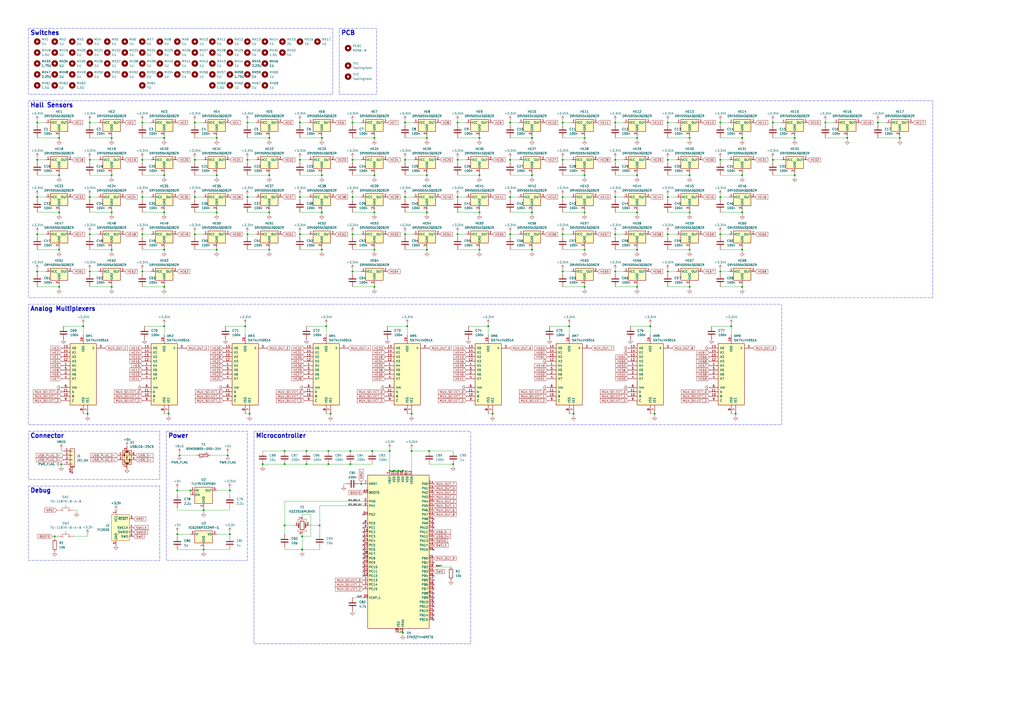
<source format=kicad_sch>
(kicad_sch (version 20250114) (generator "eeschema") (generator_version "9.0")
  (paper "A2")
  (text_box "Debug" (at 16.51 281.94 0) (size 76.2 43.18) (margins 0.9525 0.9525 0.9525 0.9525) (stroke (width 0) (type dash)) (effects (font (size 2.54 2.54) (thickness 0.508) (bold yes)) (justify left top)))
  (text_box "Microcontroller" (at 147.32 250.19 0) (size 125.73 123.19) (margins 0.9525 0.9525 0.9525 0.9525) (stroke (width 0) (type dash)) (effects (font (size 2.54 2.54) (thickness 0.508) (bold yes)) (justify left top)))
  (text_box "Hall Sensors" (at 16.51 58.42 0) (size 524.51 114.3) (margins 0.9525 0.9525 0.9525 0.9525) (stroke (width 0) (type dash)) (effects (font (size 2.54 2.54) (thickness 0.508) (bold yes)) (justify left top)))
  (text_box "Power" (at 96.52 250.19 0) (size 46.99 74.93) (margins 0.9525 0.9525 0.9525 0.9525) (stroke (width 0) (type dash)) (effects (font (size 2.54 2.54) (thickness 0.508) (bold yes)) (justify left top)))
  (text_box "PCB" (at 196.85 16.51 0) (size 21.59 38.1) (margins 0.9525 0.9525 0.9525 0.9525) (stroke (width 0) (type dash)) (effects (font (size 2.54 2.54) (thickness 0.508) (bold yes)) (justify left top)))
  (text_box "Connector" (at 16.51 250.19 0) (size 76.2 27.94) (margins 0.9525 0.9525 0.9525 0.9525) (stroke (width 0) (type dash)) (effects (font (size 2.54 2.54) (thickness 0.508) (bold yes)) (justify left top)))
  (text_box "Analog Multiplexers" (at 16.51 176.53 0) (size 436.88 69.85) (margins 0.9525 0.9525 0.9525 0.9525) (stroke (width 0) (type dash)) (effects (font (size 2.54 2.54) (thickness 0.508) (bold yes)) (justify left top)))
  (text_box "Switches" (at 16.51 16.51 0) (size 176.53 38.1) (margins 0.9525 0.9525 0.9525 0.9525) (stroke (width 0) (type dash)) (effects (font (size 2.54 2.54) (thickness 0.508) (bold yes)) (justify left top)))
  (junction (at 417.83 114.3))
  (junction (at 102.87 309.88))
  (junction (at 387.35 135.89))
  (junction (at 113.03 71.12))
  (junction (at 21.59 157.48))
  (junction (at 144.78 240.03))
  (junction (at 326.39 135.89))
  (junction (at 186.69 144.78))
  (junction (at 125.73 101.6))
  (junction (at 265.43 92.71))
  (junction (at 339.09 101.6))
  (junction (at 52.07 135.89))
  (junction (at 34.29 80.01))
  (junction (at 143.51 92.71))
  (junction (at 247.65 123.19))
  (junction (at 369.57 80.01))
  (junction (at 190.5 269.24))
  (junction (at 356.87 157.48))
  (junction (at 143.51 114.3))
  (junction (at 247.65 80.01))
  (junction (at 173.99 135.89))
  (junction (at 509.27 71.12))
  (junction (at 177.8 269.24))
  (junction (at 234.95 92.71))
  (junction (at 238.76 240.03))
  (junction (at 308.61 80.01))
  (junction (at 173.99 114.3))
  (junction (at 165.1 261.62))
  (junction (at 234.95 114.3))
  (junction (at 387.35 71.12))
  (junction (at 113.03 114.3))
  (junction (at 262.89 269.24))
  (junction (at 339.09 80.01))
  (junction (at 278.13 123.19))
  (junction (at 417.83 157.48))
  (junction (at 417.83 92.71))
  (junction (at 356.87 71.12))
  (junction (at 203.2 261.62))
  (junction (at 234.95 71.12))
  (junction (at 204.47 92.71))
  (junction (at 377.19 189.23))
  (junction (at 104.14 264.16))
  (junction (at 217.17 101.6))
  (junction (at 430.53 166.37))
  (junction (at 156.21 101.6))
  (junction (at 424.18 189.23))
  (junction (at 143.51 71.12))
  (junction (at 64.77 144.78))
  (junction (at 82.55 135.89))
  (junction (at 95.25 101.6))
  (junction (at 461.01 80.01))
  (junction (at 48.26 189.23))
  (junction (at 204.47 71.12))
  (junction (at 110.49 284.48))
  (junction (at 356.87 135.89))
  (junction (at 379.73 240.03))
  (junction (at 400.05 123.19))
  (junction (at 142.24 189.23))
  (junction (at 369.57 101.6))
  (junction (at 400.05 144.78))
  (junction (at 113.03 135.89))
  (junction (at 31.75 311.15))
  (junction (at 64.77 166.37))
  (junction (at 21.59 135.89))
  (junction (at 278.13 80.01))
  (junction (at 95.25 189.23))
  (junction (at 231.14 273.05))
  (junction (at 64.77 80.01))
  (junction (at 308.61 123.19))
  (junction (at 217.17 123.19))
  (junction (at 417.83 135.89))
  (junction (at 185.42 304.8))
  (junction (at 118.11 295.91))
  (junction (at 52.07 71.12))
  (junction (at 21.59 92.71))
  (junction (at 34.29 166.37))
  (junction (at 521.97 80.01))
  (junction (at 118.11 318.77))
  (junction (at 339.09 123.19))
  (junction (at 102.87 284.48))
  (junction (at 95.25 80.01))
  (junction (at 330.2 189.23))
  (junction (at 133.35 309.88))
  (junction (at 204.47 157.48))
  (junction (at 417.83 71.12))
  (junction (at 356.87 92.71))
  (junction (at 50.8 240.03))
  (junction (at 369.57 166.37))
  (junction (at 356.87 114.3))
  (junction (at 248.92 261.62))
  (junction (at 97.79 240.03))
  (junction (at 156.21 80.01))
  (junction (at 295.91 114.3))
  (junction (at 430.53 80.01))
  (junction (at 186.69 80.01))
  (junction (at 400.05 80.01))
  (junction (at 217.17 80.01))
  (junction (at 326.39 157.48))
  (junction (at 369.57 144.78))
  (junction (at 295.91 92.71))
  (junction (at 478.79 71.12))
  (junction (at 64.77 101.6))
  (junction (at 295.91 135.89))
  (junction (at 326.39 114.3))
  (junction (at 247.65 144.78))
  (junction (at 209.55 280.67))
  (junction (at 339.09 144.78))
  (junction (at 228.6 273.05))
  (junction (at 491.49 80.01))
  (junction (at 177.8 261.62))
  (junction (at 21.59 71.12))
  (junction (at 400.05 101.6))
  (junction (at 204.47 135.89))
  (junction (at 430.53 101.6))
  (junction (at 52.07 92.71))
  (junction (at 236.22 189.23))
  (junction (at 234.95 135.89))
  (junction (at 132.08 264.16))
  (junction (at 430.53 144.78))
  (junction (at 283.21 189.23))
  (junction (at 285.75 240.03))
  (junction (at 125.73 144.78))
  (junction (at 339.09 166.37))
  (junction (at 369.57 123.19))
  (junction (at 233.68 367.03))
  (junction (at 34.29 144.78))
  (junction (at 217.17 166.37))
  (junction (at 82.55 71.12))
  (junction (at 175.26 318.77))
  (junction (at 95.25 123.19))
  (junction (at 308.61 144.78))
  (junction (at 217.17 144.78))
  (junction (at 64.77 123.19))
  (junction (at 186.69 123.19))
  (junction (at 265.43 71.12))
  (junction (at 326.39 71.12))
  (junction (at 203.2 269.24))
  (junction (at 35.56 269.24))
  (junction (at 387.35 92.71))
  (junction (at 52.07 157.48))
  (junction (at 461.01 101.6))
  (junction (at 278.13 144.78))
  (junction (at 387.35 157.48))
  (junction (at 190.5 261.62))
  (junction (at 186.69 101.6))
  (junction (at 173.99 71.12))
  (junction (at 152.4 269.24))
  (junction (at 34.29 123.19))
  (junction (at 82.55 92.71))
  (junction (at 165.1 269.24))
  (junction (at 226.06 261.62))
  (junction (at 332.74 240.03))
  (junction (at 125.73 80.01))
  (junction (at 52.07 114.3))
  (junction (at 156.21 144.78))
  (junction (at 448.31 71.12))
  (junction (at 204.47 114.3))
  (junction (at 189.23 189.23))
  (junction (at 430.53 123.19))
  (junction (at 191.77 240.03))
  (junction (at 265.43 135.89))
  (junction (at 125.73 123.19))
  (junction (at 326.39 92.71))
  (junction (at 165.1 304.8))
  (junction (at 278.13 101.6))
  (junction (at 34.29 101.6))
  (junction (at 21.59 114.3))
  (junction (at 233.68 273.05))
  (junction (at 113.03 92.71))
  (junction (at 95.25 144.78))
  (junction (at 308.61 101.6))
  (junction (at 247.65 101.6))
  (junction (at 156.21 123.19))
  (junction (at 426.72 240.03))
  (junction (at 265.43 114.3))
  (junction (at 215.9 261.62))
  (junction (at 448.31 92.71))
  (junction (at 173.99 92.71))
  (junction (at 295.91 71.12))
  (junction (at 175.26 311.15))
  (junction (at 226.06 273.05))
  (junction (at 143.51 135.89))
  (junction (at 238.76 261.62))
  (junction (at 400.05 166.37))
  (junction (at 82.55 157.48))
  (junction (at 133.35 284.48))
  (junction (at 95.25 166.37))
  (junction (at 82.55 114.3))
  (junction (at 387.35 114.3))
  (no_connect (at 210.82 298.45))
  (no_connect (at 210.82 311.15))
  (no_connect (at 41.91 274.32))
  (no_connect (at 210.82 323.85))
  (no_connect (at 251.46 303.53))
  (no_connect (at 251.46 349.25))
  (no_connect (at 251.46 334.01))
  (no_connect (at 210.82 326.39))
  (no_connect (at 251.46 300.99))
  (no_connect (at 210.82 334.01))
  (no_connect (at 210.82 318.77))
  (no_connect (at 251.46 356.87))
  (no_connect (at 251.46 326.39))
  (no_connect (at 210.82 308.61))
  (no_connect (at 210.82 313.69))
  (no_connect (at 251.46 351.79))
  (no_connect (at 251.46 354.33))
  (no_connect (at 251.46 346.71))
  (no_connect (at 210.82 321.31))
  (no_connect (at 210.82 306.07))
  (no_connect (at 251.46 336.55))
  (no_connect (at 251.46 359.41))
  (no_connect (at 210.82 303.53))
  (no_connect (at 251.46 341.63))
  (no_connect (at 251.46 339.09))
  (no_connect (at 251.46 306.07))
  (no_connect (at 210.82 331.47))
  (no_connect (at 251.46 318.77))
  (no_connect (at 210.82 328.93))
  (no_connect (at 210.82 316.23))
  (no_connect (at 251.46 344.17))
  (wire (pts (xy 233.68 273.05) (xy 236.22 273.05)))
  (wire (pts (xy 52.07 92.71) (xy 57.15 92.71)))
  (wire (pts (xy 175.26 309.88) (xy 175.26 311.15)))
  (wire (pts (xy 326.39 71.12) (xy 331.47 71.12)))
  (wire (pts (xy 204.47 157.48) (xy 209.55 157.48)))
  (wire (pts (xy 21.59 114.3) (xy 26.67 114.3)))
  (wire (pts (xy 125.73 143.51) (xy 125.73 144.78)))
  (wire (pts (xy 326.39 135.89) (xy 326.39 137.16)))
  (wire (pts (xy 356.87 166.37) (xy 369.57 166.37)))
  (wire (pts (xy 478.79 71.12) (xy 478.79 72.39)))
  (wire (pts (xy 448.31 69.85) (xy 448.31 71.12)))
  (wire (pts (xy 133.35 284.48) (xy 125.73 284.48)))
  (wire (pts (xy 95.25 143.51) (xy 95.25 144.78)))
  (wire (pts (xy 339.09 123.19) (xy 339.09 124.46)))
  (wire (pts (xy 52.07 135.89) (xy 57.15 135.89)))
  (wire (pts (xy 417.83 71.12) (xy 417.83 72.39)))
  (wire (pts (xy 356.87 69.85) (xy 356.87 71.12)))
  (wire (pts (xy 369.57 166.37) (xy 369.57 167.64)))
  (wire (pts (xy 52.07 156.21) (xy 52.07 157.48)))
  (wire (pts (xy 356.87 71.12) (xy 356.87 72.39)))
  (wire (pts (xy 118.11 295.91) (xy 133.35 295.91)))
  (wire (pts (xy 426.72 240.03) (xy 426.72 241.3)))
  (wire (pts (xy 34.29 144.78) (xy 34.29 146.05)))
  (wire (pts (xy 82.55 114.3) (xy 87.63 114.3)))
  (wire (pts (xy 326.39 114.3) (xy 326.39 115.57)))
  (wire (pts (xy 113.03 71.12) (xy 113.03 72.39)))
  (wire (pts (xy 295.91 135.89) (xy 300.99 135.89)))
  (wire (pts (xy 48.26 189.23) (xy 48.26 194.31)))
  (wire (pts (xy 125.73 80.01) (xy 125.73 81.28)))
  (wire (pts (xy 52.07 101.6) (xy 64.77 101.6)))
  (wire (pts (xy 308.61 78.74) (xy 308.61 80.01)))
  (wire (pts (xy 189.23 187.96) (xy 189.23 189.23)))
  (wire (pts (xy 34.29 121.92) (xy 34.29 123.19)))
  (wire (pts (xy 478.79 71.12) (xy 483.87 71.12)))
  (wire (pts (xy 64.77 101.6) (xy 64.77 102.87)))
  (wire (pts (xy 417.83 114.3) (xy 417.83 115.57)))
  (wire (pts (xy 175.26 320.04) (xy 175.26 318.77)))
  (wire (pts (xy 234.95 114.3) (xy 234.95 115.57)))
  (wire (pts (xy 265.43 80.01) (xy 278.13 80.01)))
  (wire (pts (xy 173.99 92.71) (xy 179.07 92.71)))
  (wire (pts (xy 156.21 80.01) (xy 156.21 81.28)))
  (wire (pts (xy 31.75 311.15) (xy 31.75 312.42)))
  (wire (pts (xy 339.09 165.1) (xy 339.09 166.37)))
  (wire (pts (xy 175.26 298.45) (xy 180.34 298.45)))
  (wire (pts (xy 44.45 297.18) (xy 44.45 295.91)))
  (wire (pts (xy 165.1 304.8) (xy 165.1 290.83)))
  (wire (pts (xy 102.87 294.64) (xy 102.87 295.91)))
  (wire (pts (xy 295.91 123.19) (xy 308.61 123.19)))
  (wire (pts (xy 417.83 135.89) (xy 417.83 137.16)))
  (wire (pts (xy 209.55 280.67) (xy 210.82 280.67)))
  (wire (pts (xy 326.39 91.44) (xy 326.39 92.71)))
  (wire (pts (xy 82.55 157.48) (xy 82.55 158.75)))
  (wire (pts (xy 278.13 101.6) (xy 278.13 102.87)))
  (wire (pts (xy 356.87 156.21) (xy 356.87 157.48)))
  (wire (pts (xy 125.73 121.92) (xy 125.73 123.19)))
  (wire (pts (xy 156.21 121.92) (xy 156.21 123.19)))
  (wire (pts (xy 265.43 144.78) (xy 278.13 144.78)))
  (wire (pts (xy 417.83 144.78) (xy 430.53 144.78)))
  (wire (pts (xy 247.65 78.74) (xy 247.65 80.01)))
  (wire (pts (xy 143.51 80.01) (xy 156.21 80.01)))
  (wire (pts (xy 356.87 123.19) (xy 369.57 123.19)))
  (wire (pts (xy 326.39 123.19) (xy 339.09 123.19)))
  (wire (pts (xy 203.2 261.62) (xy 215.9 261.62)))
  (wire (pts (xy 417.83 157.48) (xy 422.91 157.48)))
  (wire (pts (xy 186.69 78.74) (xy 186.69 80.01)))
  (wire (pts (xy 52.07 92.71) (xy 52.07 93.98)))
  (wire (pts (xy 156.21 144.78) (xy 156.21 146.05)))
  (wire (pts (xy 180.34 298.45) (xy 180.34 311.15)))
  (wire (pts (xy 369.57 121.92) (xy 369.57 123.19)))
  (wire (pts (xy 204.47 80.01) (xy 217.17 80.01)))
  (wire (pts (xy 417.83 91.44) (xy 417.83 92.71)))
  (wire (pts (xy 95.25 187.96) (xy 95.25 189.23)))
  (wire (pts (xy 143.51 101.6) (xy 156.21 101.6)))
  (wire (pts (xy 400.05 80.01) (xy 400.05 81.28)))
  (wire (pts (xy 113.03 114.3) (xy 113.03 115.57)))
  (wire (pts (xy 52.07 144.78) (xy 64.77 144.78)))
  (wire (pts (xy 143.51 134.62) (xy 143.51 135.89)))
  (wire (pts (xy 387.35 113.03) (xy 387.35 114.3)))
  (wire (pts (xy 82.55 71.12) (xy 87.63 71.12)))
  (wire (pts (xy 387.35 91.44) (xy 387.35 92.71)))
  (wire (pts (xy 102.87 318.77) (xy 118.11 318.77)))
  (wire (pts (xy 171.45 304.8) (xy 165.1 304.8)))
  (wire (pts (xy 143.51 71.12) (xy 143.51 72.39)))
  (wire (pts (xy 113.03 114.3) (xy 118.11 114.3)))
  (wire (pts (xy 185.42 293.37) (xy 185.42 304.8)))
  (wire (pts (xy 175.26 318.77) (xy 185.42 318.77)))
  (wire (pts (xy 326.39 157.48) (xy 326.39 158.75)))
  (wire (pts (xy 125.73 78.74) (xy 125.73 80.01)))
  (wire (pts (xy 173.99 69.85) (xy 173.99 71.12)))
  (wire (pts (xy 204.47 92.71) (xy 204.47 93.98)))
  (wire (pts (xy 110.49 284.48) (xy 110.49 287.02)))
  (wire (pts (xy 21.59 144.78) (xy 34.29 144.78)))
  (wire (pts (xy 143.51 123.19) (xy 156.21 123.19)))
  (wire (pts (xy 82.55 144.78) (xy 95.25 144.78)))
  (wire (pts (xy 173.99 101.6) (xy 186.69 101.6)))
  (wire (pts (xy 339.09 166.37) (xy 339.09 167.64)))
  (wire (pts (xy 113.03 123.19) (xy 125.73 123.19)))
  (wire (pts (xy 177.8 269.24) (xy 190.5 269.24)))
  (wire (pts (xy 326.39 134.62) (xy 326.39 135.89)))
  (wire (pts (xy 265.43 92.71) (xy 265.43 93.98)))
  (wire (pts (xy 387.35 157.48) (xy 392.43 157.48)))
  (wire (pts (xy 21.59 71.12) (xy 21.59 72.39)))
  (wire (pts (xy 369.57 80.01) (xy 369.57 81.28)))
  (wire (pts (xy 133.35 309.88) (xy 133.35 311.15)))
  (wire (pts (xy 95.25 101.6) (xy 95.25 102.87)))
  (wire (pts (xy 204.47 91.44) (xy 204.47 92.71)))
  (wire (pts (xy 35.56 260.35) (xy 35.56 261.62)))
  (wire (pts (xy 82.55 80.01) (xy 95.25 80.01)))
  (wire (pts (xy 95.25 240.03) (xy 97.79 240.03)))
  (wire (pts (xy 21.59 71.12) (xy 26.67 71.12)))
  (wire (pts (xy 173.99 135.89) (xy 173.99 137.16)))
  (wire (pts (xy 226.06 273.05) (xy 228.6 273.05)))
  (wire (pts (xy 295.91 80.01) (xy 308.61 80.01)))
  (wire (pts (xy 417.83 92.71) (xy 422.91 92.71)))
  (wire (pts (xy 143.51 92.71) (xy 143.51 93.98)))
  (wire (pts (xy 234.95 113.03) (xy 234.95 114.3)))
  (wire (pts (xy 118.11 294.64) (xy 118.11 295.91)))
  (wire (pts (xy 133.35 295.91) (xy 133.35 294.64)))
  (wire (pts (xy 208.28 280.67) (xy 209.55 280.67)))
  (wire (pts (xy 387.35 156.21) (xy 387.35 157.48)))
  (wire (pts (xy 173.99 134.62) (xy 173.99 135.89)))
  (wire (pts (xy 185.42 304.8) (xy 185.42 309.88)))
  (wire (pts (xy 52.07 91.44) (xy 52.07 92.71)))
  (wire (pts (xy 265.43 71.12) (xy 270.51 71.12)))
  (wire (pts (xy 339.09 143.51) (xy 339.09 144.78)))
  (wire (pts (xy 50.8 240.03) (xy 50.8 241.3)))
  (wire (pts (xy 217.17 78.74) (xy 217.17 80.01)))
  (wire (pts (xy 400.05 143.51) (xy 400.05 144.78)))
  (wire (pts (xy 356.87 114.3) (xy 356.87 115.57)))
  (wire (pts (xy 52.07 71.12) (xy 57.15 71.12)))
  (wire (pts (xy 21.59 92.71) (xy 21.59 93.98)))
  (wire (pts (xy 226.06 260.35) (xy 226.06 261.62)))
  (wire (pts (xy 52.07 135.89) (xy 52.07 137.16)))
  (wire (pts (xy 173.99 113.03) (xy 173.99 114.3)))
  (wire (pts (xy 231.14 367.03) (xy 233.68 367.03)))
  (wire (pts (xy 102.87 309.88) (xy 110.49 309.88)))
  (wire (pts (xy 209.55 279.4) (xy 209.55 280.67)))
  (wire (pts (xy 424.18 240.03) (xy 426.72 240.03)))
  (wire (pts (xy 143.51 114.3) (xy 143.51 115.57)))
  (wire (pts (xy 318.77 189.23) (xy 330.2 189.23)))
  (wire (pts (xy 387.35 101.6) (xy 400.05 101.6)))
  (wire (pts (xy 283.21 189.23) (xy 283.21 194.31)))
  (wire (pts (xy 509.27 80.01) (xy 521.97 80.01)))
  (wire (pts (xy 356.87 157.48) (xy 361.95 157.48)))
  (wire (pts (xy 400.05 100.33) (xy 400.05 101.6)))
  (wire (pts (xy 52.07 166.37) (xy 64.77 166.37)))
  (wire (pts (xy 236.22 187.96) (xy 236.22 189.23)))
  (wire (pts (xy 387.35 114.3) (xy 387.35 115.57)))
  (wire (pts (xy 356.87 80.01) (xy 369.57 80.01)))
  (wire (pts (xy 64.77 143.51) (xy 64.77 144.78)))
  (wire (pts (xy 34.29 101.6) (xy 34.29 102.87)))
  (wire (pts (xy 412.75 189.23) (xy 424.18 189.23)))
  (wire (pts (xy 173.99 123.19) (xy 186.69 123.19)))
  (wire (pts (xy 265.43 113.03) (xy 265.43 114.3)))
  (wire (pts (xy 173.99 114.3) (xy 173.99 115.57)))
  (wire (pts (xy 50.8 309.88) (xy 50.8 311.15)))
  (wire (pts (xy 248.92 261.62) (xy 262.89 261.62)))
  (wire (pts (xy 102.87 284.48) (xy 102.87 287.02)))
  (wire (pts (xy 278.13 100.33) (xy 278.13 101.6)))
  (wire (pts (xy 265.43 101.6) (xy 278.13 101.6)))
  (wire (pts (xy 52.07 114.3) (xy 57.15 114.3)))
  (wire (pts (xy 173.99 135.89) (xy 179.07 135.89)))
  (wire (pts (xy 521.97 80.01) (xy 521.97 81.28)))
  (wire (pts (xy 417.83 113.03) (xy 417.83 114.3)))
  (wire (pts (xy 248.92 269.24) (xy 262.89 269.24)))
  (wire (pts (xy 521.97 78.74) (xy 521.97 80.01)))
  (wire (pts (xy 448.31 80.01) (xy 461.01 80.01)))
  (wire (pts (xy 430.53 166.37) (xy 430.53 167.64)))
  (wire (pts (xy 152.4 261.62) (xy 165.1 261.62)))
  (wire (pts (xy 265.43 69.85) (xy 265.43 71.12)))
  (wire (pts (xy 30.48 311.15) (xy 31.75 311.15)))
  (wire (pts (xy 217.17 165.1) (xy 217.17 166.37)))
  (wire (pts (xy 173.99 114.3) (xy 179.07 114.3)))
  (wire (pts (xy 356.87 157.48) (xy 356.87 158.75)))
  (wire (pts (xy 377.19 189.23) (xy 377.19 194.31)))
  (wire (pts (xy 118.11 297.18) (xy 118.11 295.91)))
  (wire (pts (xy 461.01 80.01) (xy 461.01 81.28)))
  (wire (pts (xy 21.59 157.48) (xy 21.59 158.75)))
  (wire (pts (xy 295.91 91.44) (xy 295.91 92.71)))
  (wire (pts (xy 369.57 100.33) (xy 369.57 101.6)))
  (wire (pts (xy 339.09 121.92) (xy 339.09 123.19)))
  (wire (pts (xy 173.99 80.01) (xy 186.69 80.01)))
  (wire (pts (xy 356.87 134.62) (xy 356.87 135.89)))
  (wire (pts (xy 52.07 71.12) (xy 52.07 72.39)))
  (wire (pts (xy 173.99 71.12) (xy 179.07 71.12)))
  (wire (pts (xy 417.83 101.6) (xy 430.53 101.6)))
  (wire (pts (xy 21.59 101.6) (xy 34.29 101.6)))
  (wire (pts (xy 308.61 143.51) (xy 308.61 144.78)))
  (wire (pts (xy 82.55 156.21) (xy 82.55 157.48)))
  (wire (pts (xy 417.83 135.89) (xy 422.91 135.89)))
  (wire (pts (xy 417.83 166.37) (xy 430.53 166.37)))
  (wire (pts (xy 217.17 166.37) (xy 217.17 167.64)))
  (wire (pts (xy 234.95 92.71) (xy 234.95 93.98)))
  (wire (pts (xy 204.47 92.71) (xy 209.55 92.71)))
  (wire (pts (xy 64.77 123.19) (xy 64.77 124.46)))
  (wire (pts (xy 95.25 121.92) (xy 95.25 123.19)))
  (wire (pts (xy 387.35 123.19) (xy 400.05 123.19)))
  (wire (pts (xy 226.06 261.62) (xy 226.06 273.05)))
  (wire (pts (xy 152.4 269.24) (xy 165.1 269.24)))
  (wire (pts (xy 82.55 92.71) (xy 87.63 92.71)))
  (wire (pts (xy 95.25 123.19) (xy 95.25 124.46)))
  (wire (pts (xy 204.47 123.19) (xy 217.17 123.19)))
  (wire (pts (xy 217.17 121.92) (xy 217.17 123.19)))
  (wire (pts (xy 82.55 166.37) (xy 95.25 166.37)))
  (wire (pts (xy 234.95 135.89) (xy 234.95 137.16)))
  (wire (pts (xy 132.08 262.89) (xy 132.08 264.16)))
  (wire (pts (xy 247.65 143.51) (xy 247.65 144.78)))
  (wire (pts (xy 330.2 189.23) (xy 330.2 194.31)))
  (wire (pts (xy 400.05 121.92) (xy 400.05 123.19)))
  (wire (pts (xy 430.53 123.19) (xy 430.53 124.46)))
  (wire (pts (xy 448.31 92.71) (xy 453.39 92.71)))
  (wire (pts (xy 217.17 80.01) (xy 217.17 81.28)))
  (wire (pts (xy 509.27 71.12) (xy 514.35 71.12)))
  (wire (pts (xy 204.47 135.89) (xy 204.47 137.16)))
  (wire (pts (xy 173.99 144.78) (xy 186.69 144.78)))
  (wire (pts (xy 400.05 165.1) (xy 400.05 166.37)))
  (wire (pts (xy 44.45 295.91) (xy 43.18 295.91)))
  (wire (pts (xy 133.35 308.61) (xy 133.35 309.88)))
  (wire (pts (xy 113.03 101.6) (xy 125.73 101.6)))
  (wire (pts (xy 133.35 284.48) (xy 133.35 287.02)))
  (wire (pts (xy 278.13 144.78) (xy 278.13 146.05)))
  (wire (pts (xy 185.42 318.77) (xy 185.42 317.5)))
  (wire (pts (xy 64.77 80.01) (xy 64.77 81.28)))
  (wire (pts (xy 238.76 260.35) (xy 238.76 261.62)))
  (wire (pts (xy 224.79 189.23) (xy 236.22 189.23)))
  (wire (pts (xy 21.59 156.21) (xy 21.59 157.48)))
  (wire (pts (xy 251.46 328.93) (xy 261.62 328.93)))
  (wire (pts (xy 234.95 134.62) (xy 234.95 135.89)))
  (wire (pts (xy 95.25 78.74) (xy 95.25 80.01)))
  (wire (pts (xy 143.51 69.85) (xy 143.51 71.12)))
  (wire (pts (xy 82.55 71.12) (xy 82.55 72.39)))
  (wire (pts (xy 113.03 91.44) (xy 113.03 92.71)))
  (wire (pts (xy 118.11 317.5) (xy 118.11 318.77)))
  (wire (pts (xy 387.35 134.62) (xy 387.35 135.89)))
  (wire (pts (xy 448.31 101.6) (xy 461.01 101.6)))
  (wire (pts (xy 326.39 92.71) (xy 331.47 92.71)))
  (wire (pts (xy 326.39 156.21) (xy 326.39 157.48)))
  (wire (pts (xy 326.39 69.85) (xy 326.39 71.12)))
  (wire (pts (xy 125.73 144.78) (xy 125.73 146.05)))
  (wire (pts (xy 430.53 101.6) (xy 430.53 102.87)))
  (wire (pts (xy 326.39 113.03) (xy 326.39 114.3)))
  (wire (pts (xy 204.47 101.6) (xy 217.17 101.6)))
  (wire (pts (xy 144.78 240.03) (xy 144.78 241.3)))
  (wire (pts (xy 295.91 92.71) (xy 295.91 93.98)))
  (wire (pts (xy 142.24 187.96) (xy 142.24 189.23)))
  (wire (pts (xy 356.87 114.3) (xy 361.95 114.3)))
  (wire (pts (xy 387.35 144.78) (xy 400.05 144.78)))
  (wire (pts (xy 21.59 123.19) (xy 34.29 123.19)))
  (wire (pts (xy 173.99 71.12) (xy 173.99 72.39)))
  (wire (pts (xy 387.35 157.48) (xy 387.35 158.75)))
  (wire (pts (xy 308.61 100.33) (xy 308.61 101.6)))
  (wire (pts (xy 356.87 144.78) (xy 369.57 144.78)))
  (wire (pts (xy 387.35 114.3) (xy 392.43 114.3)))
  (wire (pts (xy 247.65 144.78) (xy 247.65 146.05)))
  (wire (pts (xy 238.76 240.03) (xy 238.76 241.3)))
  (wire (pts (xy 156.21 78.74) (xy 156.21 80.01)))
  (wire (pts (xy 82.55 91.44) (xy 82.55 92.71)))
  (wire (pts (xy 48.26 187.96) (xy 48.26 189.23)))
  (wire (pts (xy 278.13 121.92) (xy 278.13 123.19)))
  (wire (pts (xy 143.51 71.12) (xy 148.59 71.12)))
  (wire (pts (xy 234.95 80.01) (xy 247.65 80.01)))
  (wire (pts (xy 387.35 92.71) (xy 387.35 93.98)))
  (wire (pts (xy 283.21 187.96) (xy 283.21 189.23)))
  (wire (pts (xy 52.07 113.03) (xy 52.07 114.3)))
  (wire (pts (xy 64.77 78.74) (xy 64.77 80.01)))
  (wire (pts (xy 125.73 100.33) (xy 125.73 101.6)))
  (wire (pts (xy 102.87 284.48) (xy 110.49 284.48)))
  (wire (pts (xy 186.69 144.78) (xy 186.69 146.05)))
  (wire (pts (xy 34.29 143.51) (xy 34.29 144.78)))
  (wire (pts (xy 102.87 308.61) (xy 102.87 309.88)))
  (wire (pts (xy 156.21 143.51) (xy 156.21 144.78)))
  (wire (pts (xy 143.51 91.44) (xy 143.51 92.71)))
  (wire (pts (xy 356.87 71.12) (xy 361.95 71.12)))
  (wire (pts (xy 217.17 101.6) (xy 217.17 102.87)))
  (wire (pts (xy 430.53 121.92) (xy 430.53 123.19)))
  (wire (pts (xy 278.13 78.74) (xy 278.13 80.01)))
  (wire (pts (xy 430.53 143.51) (xy 430.53 144.78)))
  (wire (pts (xy 326.39 101.6) (xy 339.09 101.6)))
  (wire (pts (xy 186.69 101.6) (xy 186.69 102.87)))
  (wire (pts (xy 417.83 71.12) (xy 422.91 71.12)))
  (wire (pts (xy 326.39 80.01) (xy 339.09 80.01)))
  (wire (pts (xy 461.01 101.6) (xy 461.01 102.87)))
  (wire (pts (xy 204.47 156.21) (xy 204.47 157.48)))
  (wire (pts (xy 21.59 135.89) (xy 21.59 137.16)))
  (wire (pts (xy 265.43 91.44) (xy 265.43 92.71)))
  (wire (pts (xy 417.83 92.71) (xy 417.83 93.98)))
  (wire (pts (xy 326.39 114.3) (xy 331.47 114.3)))
  (wire (pts (xy 97.79 240.03) (xy 97.79 241.3)))
  (wire (pts (xy 295.91 144.78) (xy 308.61 144.78)))
  (wire (pts (xy 295.91 134.62) (xy 295.91 135.89)))
  (wire (pts (xy 175.26 299.72) (xy 175.26 298.45)))
  (wire (pts (xy 203.2 269.24) (xy 215.9 269.24)))
  (wire (pts (xy 165.1 318.77) (xy 175.26 318.77)))
  (wire (pts (xy 478.79 69.85) (xy 478.79 71.12)))
  (wire (pts (xy 461.01 78.74) (xy 461.01 80.01)))
  (wire (pts (xy 234.95 92.71) (xy 240.03 92.71)))
  (wire (pts (xy 330.2 240.03) (xy 332.74 240.03)))
  (wire (pts (xy 175.26 311.15) (xy 175.26 318.77)))
  (wire (pts (xy 190.5 261.62) (xy 203.2 261.62)))
  (wire (pts (xy 143.51 113.03) (xy 143.51 114.3)))
  (wire (pts (xy 326.39 135.89) (xy 331.47 135.89)))
  (wire (pts (xy 448.31 71.12) (xy 448.31 72.39)))
  (wire (pts (xy 200.66 280.67) (xy 199.39 280.67)))
  (wire (pts (xy 52.07 134.62) (xy 52.07 135.89)))
  (wire (pts (xy 236.22 189.23) (xy 236.22 194.31)))
  (wire (pts (xy 113.03 144.78) (xy 125.73 144.78)))
  (wire (pts (xy 400.05 123.19) (xy 400.05 124.46)))
  (wire (pts (xy 132.08 264.16) (xy 121.92 264.16)))
  (wire (pts (xy 356.87 92.71) (xy 356.87 93.98)))
  (wire (pts (xy 430.53 144.78) (xy 430.53 146.05)))
  (wire (pts (xy 95.25 165.1) (xy 95.25 166.37)))
  (wire (pts (xy 82.55 135.89) (xy 82.55 137.16)))
  (wire (pts (xy 400.05 101.6) (xy 400.05 102.87)))
  (wire (pts (xy 217.17 100.33) (xy 217.17 101.6)))
  (wire (pts (xy 204.47 114.3) (xy 209.55 114.3)))
  (wire (pts (xy 228.6 273.05) (xy 231.14 273.05)))
  (wire (pts (xy 265.43 71.12) (xy 265.43 72.39)))
  (wire (pts (xy 234.95 71.12) (xy 240.03 71.12)))
  (wire (pts (xy 265.43 134.62) (xy 265.43 135.89)))
  (wire (pts (xy 262.89 270.51) (xy 262.89 269.24)))
  (wire (pts (xy 356.87 113.03) (xy 356.87 114.3)))
  (wire (pts (xy 118.11 318.77) (xy 133.35 318.77)))
  (wire (pts (xy 204.47 71.12) (xy 204.47 72.39)))
  (wire (pts (xy 64.77 165.1) (xy 64.77 166.37)))
  (wire (pts (xy 186.69 80.01) (xy 186.69 81.28)))
  (wire (pts (xy 156.21 101.6) (xy 156.21 102.87)))
  (wire (pts (xy 118.11 320.04) (xy 118.11 318.77)))
  (wire (pts (xy 34.29 100.33) (xy 34.29 101.6)))
  (wire (pts (xy 204.47 69.85) (xy 204.47 71.12)))
  (wire (pts (xy 113.03 134.62) (xy 113.03 135.89)))
  (wire (pts (xy 265.43 135.89) (xy 270.51 135.89)))
  (wire (pts (xy 21.59 135.89) (xy 26.67 135.89)))
  (wire (pts (xy 278.13 80.01) (xy 278.13 81.28)))
  (wire (pts (xy 285.75 240.03) (xy 285.75 241.3)))
  (wire (pts (xy 339.09 101.6) (xy 339.09 102.87)))
  (wire (pts (xy 165.1 269.24) (xy 177.8 269.24)))
  (wire (pts (xy 143.51 135.89) (xy 143.51 137.16)))
  (wire (pts (xy 21.59 80.01) (xy 34.29 80.01)))
  (wire (pts (xy 448.31 91.44) (xy 448.31 92.71)))
  (wire (pts (xy 247.65 100.33) (xy 247.65 101.6)))
  (wire (pts (xy 461.01 100.33) (xy 461.01 101.6)))
  (wire (pts (xy 234.95 71.12) (xy 234.95 72.39)))
  (wire (pts (xy 400.05 144.78) (xy 400.05 146.05)))
  (wire (pts (xy 104.14 262.89) (xy 104.14 264.16)))
  (wire (pts (xy 339.09 78.74) (xy 339.09 80.01)))
  (wire (pts (xy 417.83 114.3) (xy 422.91 114.3)))
  (wire (pts (xy 177.8 261.62) (xy 190.5 261.62)))
  (wire (pts (xy 234.95 123.19) (xy 247.65 123.19)))
  (wire (pts (xy 204.47 346.71) (xy 210.82 346.71)))
  (wire (pts (xy 82.55 114.3) (xy 82.55 115.57)))
  (wire (pts (xy 400.05 78.74) (xy 400.05 80.01)))
  (wire (pts (xy 215.9 261.62) (xy 226.06 261.62)))
  (wire (pts (xy 64.77 144.78) (xy 64.77 146.05)))
  (wire (pts (xy 64.77 166.37) (xy 64.77 167.64)))
  (wire (pts (xy 64.77 121.92) (xy 64.77 123.19)))
  (wire (pts (xy 52.07 123.19) (xy 64.77 123.19)))
  (wire (pts (xy 308.61 80.01) (xy 308.61 81.28)))
  (wire (pts (xy 82.55 134.62) (xy 82.55 135.89)))
  (wire (pts (xy 113.03 113.03) (xy 113.03 114.3)))
  (wire (pts (xy 283.21 240.03) (xy 285.75 240.03)))
  (wire (pts (xy 34.29 165.1) (xy 34.29 166.37)))
  (wire (pts (xy 95.25 100.33) (xy 95.25 101.6)))
  (wire (pts (xy 356.87 101.6) (xy 369.57 101.6)))
  (wire (pts (xy 478.79 80.01) (xy 491.49 80.01)))
  (wire (pts (xy 369.57 144.78) (xy 369.57 146.05)))
  (wire (pts (xy 142.24 189.23) (xy 142.24 194.31)))
  (wire (pts (xy 165.1 304.8) (xy 165.1 309.88)))
  (wire (pts (xy 265.43 135.89) (xy 265.43 137.16)))
  (wire (pts (xy 379.73 240.03) (xy 379.73 241.3)))
  (wire (pts (xy 210.82 293.37) (xy 185.42 293.37)))
  (wire (pts (xy 387.35 135.89) (xy 387.35 137.16)))
  (wire (pts (xy 424.18 187.96) (xy 424.18 189.23)))
  (wire (pts (xy 430.53 165.1) (xy 430.53 166.37)))
  (wire (pts (xy 36.83 189.23) (xy 48.26 189.23)))
  (wire (pts (xy 113.03 92.71) (xy 118.11 92.71)))
  (wire (pts (xy 295.91 113.03) (xy 295.91 114.3)))
  (wire (pts (xy 377.19 240.03) (xy 379.73 240.03)))
  (wire (pts (xy 177.8 189.23) (xy 189.23 189.23)))
  (wire (pts (xy 186.69 143.51) (xy 186.69 144.78)))
  (wire (pts (xy 356.87 135.89) (xy 361.95 135.89)))
  (wire (pts (xy 233.68 367.03) (xy 233.68 368.3)))
  (wire (pts (xy 204.47 113.03) (xy 204.47 114.3)))
  (wire (pts (xy 265.43 114.3) (xy 265.43 115.57)))
  (wire (pts (xy 113.03 69.85) (xy 113.03 71.12)))
  (wire (pts (xy 113.03 135.89) (xy 113.03 137.16)))
  (wire (pts (xy 204.47 114.3) (xy 204.47 115.57)))
  (wire (pts (xy 156.21 100.33) (xy 156.21 101.6)))
  (wire (pts (xy 21.59 166.37) (xy 34.29 166.37)))
  (wire (pts (xy 430.53 100.33) (xy 430.53 101.6)))
  (wire (pts (xy 165.1 261.62) (xy 177.8 261.62)))
  (wire (pts (xy 35.56 261.62) (xy 36.83 261.62)))
  (wire (pts (xy 332.74 240.03) (xy 332.74 241.3)))
  (wire (pts (xy 278.13 123.19) (xy 278.13 124.46)))
  (wire (pts (xy 509.27 69.85) (xy 509.27 71.12)))
  (wire (pts (xy 204.47 166.37) (xy 217.17 166.37)))
  (wire (pts (xy 491.49 78.74) (xy 491.49 80.01)))
  (wire (pts (xy 387.35 92.71) (xy 392.43 92.71)))
  (wire (pts (xy 247.65 123.19) (xy 247.65 124.46)))
  (wire (pts (xy 113.03 135.89) (xy 118.11 135.89)))
  (wire (pts (xy 247.65 121.92) (xy 247.65 123.19)))
  (wire (pts (xy 424.18 189.23) (xy 424.18 194.31)))
  (wire (pts (xy 204.47 134.62) (xy 204.47 135.89)))
  (wire (pts (xy 21.59 157.48) (xy 26.67 157.48)))
  (wire (pts (xy 189.23 189.23) (xy 189.23 194.31)))
  (wire (pts (xy 102.87 295.91) (xy 118.11 295.91)))
  (wire (pts (xy 231.14 273.05) (xy 233.68 273.05)))
  (wire (pts (xy 295.91 114.3) (xy 300.99 114.3)))
  (wire (pts (xy 417.83 123.19) (xy 430.53 123.19)))
  (wire (pts (xy 34.29 80.01) (xy 34.29 81.28)))
  (wire (pts (xy 326.39 144.78) (xy 339.09 144.78)))
  (wire (pts (xy 125.73 123.19) (xy 125.73 124.46)))
  (wire (pts (xy 387.35 166.37) (xy 400.05 166.37)))
  (wire (pts (xy 278.13 143.51) (xy 278.13 144.78)))
  (wire (pts (xy 308.61 101.6) (xy 308.61 102.87)))
  (wire (pts (xy 180.34 311.15) (xy 175.26 311.15)))
  (wire (pts (xy 95.25 166.37) (xy 95.25 167.64)))
  (wire (pts (xy 369.57 101.6) (xy 369.57 102.87)))
  (wire (pts (xy 234.95 135.89) (xy 240.03 135.89)))
  (wire (pts (xy 247.65 101.6) (xy 247.65 102.87)))
  (wire (pts (xy 82.55 135.89) (xy 87.63 135.89)))
  (wire (pts (xy 102.87 283.21) (xy 102.87 284.48)))
  (wire (pts (xy 509.27 71.12) (xy 509.27 72.39)))
  (wire (pts (xy 152.4 270.51) (xy 152.4 269.24)))
  (wire (pts (xy 326.39 157.48) (xy 331.47 157.48)))
  (wire (pts (xy 143.51 144.78) (xy 156.21 144.78)))
  (wire (pts (xy 295.91 71.12) (xy 300.99 71.12)))
  (wire (pts (xy 265.43 123.19) (xy 278.13 123.19)))
  (wire (pts (xy 95.25 80.01) (xy 95.25 81.28)))
  (wire (pts (xy 417.83 134.62) (xy 417.83 135.89)))
  (wire (pts (xy 369.57 123.19) (xy 369.57 124.46)))
  (wire (pts (xy 173.99 91.44) (xy 173.99 92.71)))
  (wire (pts (xy 387.35 69.85) (xy 387.35 71.12)))
  (wire (pts (xy 113.03 80.01) (xy 125.73 80.01)))
  (wire (pts (xy 387.35 71.12) (xy 392.43 71.12)))
  (wire (pts (xy 417.83 69.85) (xy 417.83 71.12)))
  (wire (pts (xy 369.57 165.1) (xy 369.57 166.37)))
  (wire (pts (xy 52.07 114.3) (xy 52.07 115.57)))
  (wire (pts (xy 491.49 80.01) (xy 491.49 81.28)))
  (wire (pts (xy 48.26 240.03) (xy 50.8 240.03)))
  (wire (pts (xy 234.95 91.44) (xy 234.95 92.71)))
  (wire (pts (xy 448.31 92.71) (xy 448.31 93.98)))
  (wire (pts (xy 204.47 71.12) (xy 209.55 71.12)))
  (wire (pts (xy 83.82 189.23) (xy 95.25 189.23)))
  (wire (pts (xy 143.51 92.71) (xy 148.59 92.71)))
  (wire (pts (xy 265.43 92.71) (xy 270.51 92.71)))
  (wire (pts (xy 330.2 187.96) (xy 330.2 189.23)))
  (wire (pts (xy 21.59 113.03) (xy 21.59 114.3)))
  (wire (pts (xy 234.95 144.78) (xy 247.65 144.78)))
  (wire (pts (xy 356.87 135.89) (xy 356.87 137.16)))
  (wire (pts (xy 125.73 101.6) (xy 125.73 102.87)))
  (wire (pts (xy 82.55 113.03) (xy 82.55 114.3)))
  (wire (pts (xy 430.53 78.74) (xy 430.53 80.01)))
  (wire (pts (xy 217.17 144.78) (xy 217.17 146.05)))
  (wire (pts (xy 369.57 78.74) (xy 369.57 80.01)))
  (wire (pts (xy 173.99 92.71) (xy 173.99 93.98)))
  (wire (pts (xy 295.91 135.89) (xy 295.91 137.16)))
  (wire (pts (xy 82.55 101.6) (xy 95.25 101.6)))
  (wire (pts (xy 186.69 100.33) (xy 186.69 101.6)))
  (wire (pts (xy 21.59 134.62) (xy 21.59 135.89)))
  (wire (pts (xy 265.43 114.3) (xy 270.51 114.3)))
  (wire (pts (xy 356.87 92.71) (xy 361.95 92.71)))
  (wire (pts (xy 387.35 80.01) (xy 400.05 80.01)))
  (wire (pts (xy 185.42 304.8) (xy 179.07 304.8)))
  (wire (pts (xy 21.59 91.44) (xy 21.59 92.71)))
  (wire (pts (xy 34.29 78.74) (xy 34.29 80.01)))
  (wire (pts (xy 238.76 261.62) (xy 238.76 273.05)))
  (wire (pts (xy 165.1 290.83) (xy 210.82 290.83)))
  (wire (pts (xy 142.24 240.03) (xy 144.78 240.03)))
  (wire (pts (xy 102.87 311.15) (xy 102.87 309.88)))
  (wire (pts (xy 271.78 189.23) (xy 283.21 189.23)))
  (wire (pts (xy 156.21 123.19) (xy 156.21 124.46)))
  (wire (pts (xy 308.61 144.78) (xy 308.61 146.05)))
  (wire (pts (xy 326.39 71.12) (xy 326.39 72.39)))
  (wire (pts (xy 377.19 187.96) (xy 377.19 189.23)))
  (wire (pts (xy 417.83 80.01) (xy 430.53 80.01)))
  (wire (pts (xy 365.76 189.23) (xy 377.19 189.23)))
  (wire (pts (xy 236.22 240.03) (xy 238.76 240.03)))
  (wire (pts (xy 369.57 143.51) (xy 369.57 144.78)))
  (wire (pts (xy 34.29 166.37) (xy 34.29 167.64)))
  (wire (pts (xy 113.03 71.12) (xy 118.11 71.12)))
  (wire (pts (xy 82.55 92.71) (xy 82.55 93.98)))
  (wire (pts (xy 95.25 189.23) (xy 95.25 194.31)))
  (wire (pts (xy 339.09 100.33) (xy 339.09 101.6)))
  (wire (pts (xy 308.61 123.19) (xy 308.61 124.46)))
  (wire (pts (xy 339.09 80.01) (xy 339.09 81.28)))
  (wire (pts (xy 204.47 135.89) (xy 209.55 135.89)))
  (wire (pts (xy 356.87 91.44) (xy 356.87 92.71)))
  (wire (pts (xy 204.47 157.48) (xy 204.47 158.75)))
  (wire (pts (xy 186.69 123.19) (xy 186.69 124.46)))
  (wire (pts (xy 247.65 80.01) (xy 247.65 81.28)))
  (wire (pts (xy 191.77 240.03) (xy 191.77 241.3)))
  (wire (pts (xy 189.23 240.03) (xy 191.77 240.03)))
  (wire (pts (xy 295.91 71.12) (xy 295.91 72.39)))
  (wire (pts (xy 95.25 144.78) (xy 95.25 146.05)))
  (wire (pts (xy 190.5 269.24) (xy 203.2 269.24)))
  (wire (pts (xy 417.83 157.48) (xy 417.83 158.75)))
  (wire (pts (xy 326.39 166.37) (xy 339.09 166.37)))
  (wire (pts (xy 143.51 135.89) (xy 148.59 135.89)))
  (wire (pts (xy 217.17 143.51) (xy 217.17 144.78)))
  (wire (pts (xy 326.39 92.71) (xy 326.39 93.98)))
  (wire (pts (xy 295.91 92.71) (xy 300.99 92.71)))
  (wire (pts (xy 295.91 114.3) (xy 295.91 115.57)))
  (wire (pts (xy 204.47 144.78) (xy 217.17 144.78)))
  (wire (pts (xy 64.77 100.33) (xy 64.77 101.6)))
  (wire (pts (xy 217.17 123.19) (xy 217.17 124.46)))
  (wire (pts (xy 104.14 264.16) (xy 114.3 264.16)))
  (wire (pts (xy 113.03 92.71) (xy 113.03 93.98)))
  (wire (pts (xy 52.07 80.01) (xy 64.77 80.01)))
  (wire (pts (xy 52.07 157.48) (xy 52.07 158.75)))
  (wire (pts (xy 295.91 101.6) (xy 308.61 101.6)))
  (wire (pts (xy 35.56 269.24) (xy 35.56 270.51)))
  (wire (pts (xy 165.1 317.5) (xy 165.1 318.77)))
  (wire (pts (xy 82.55 69.85) (xy 82.55 71.12)))
  (wire (pts (xy 82.55 157.48) (xy 87.63 157.48)))
  (wire (pts (xy 430.53 80.01) (xy 430.53 81.28)))
  (wire (pts (xy 308.61 121.92) (xy 308.61 123.19)))
  (wire (pts (xy 234.95 69.85) (xy 234.95 71.12)))
  (wire (pts (xy 52.07 157.48) (xy 57.15 157.48)))
  (wire (pts (xy 400.05 166.37) (xy 400.05 167.64)))
  (wire (pts (xy 339.09 144.78) (xy 339.09 146.05)))
  (wire (pts (xy 34.29 123.19) (xy 34.29 124.46)))
  (wire (pts (xy 387.35 135.89) (xy 392.43 135.89)))
  (wire (pts (xy 295.91 69.85) (xy 295.91 71.12)))
  (wire (pts (xy 417.83 156.21) (xy 417.83 157.48)))
  (wire (pts (xy 21.59 69.85) (xy 21.59 71.12)))
  (wire (pts (xy 238.76 261.62) (xy 248.92 261.62)))
  (wire (pts (xy 199.39 280.67) (xy 199.39 281.94)))
  (wire (pts (xy 448.31 71.12) (xy 453.39 71.12)))
  (wire (pts (xy 234.95 101.6) (xy 247.65 101.6)))
  (wire (pts (xy 186.69 121.92) (xy 186.69 123.19)))
  (wire (pts (xy 133.35 283.21) (xy 133.35 284.48)))
  (wire (pts (xy 130.81 189.23) (xy 142.24 189.23)))
  (wire (pts (xy 125.73 309.88) (xy 133.35 309.88)))
  (wire (pts (xy 387.35 71.12) (xy 387.35 72.39)))
  (wire (pts (xy 50.8 311.15) (xy 43.18 311.15)))
  (wire (pts (xy 52.07 69.85) (xy 52.07 71.12)))
  (wire (pts (xy 82.55 123.19) (xy 95.25 123.19)))
  (wire (pts (xy 31.75 311.15) (xy 33.02 311.15)))
  (wire (pts (xy 234.95 114.3) (xy 240.03 114.3)))
  (wire (pts (xy 143.51 114.3) (xy 148.59 114.3)))
  (wire (pts (xy 21.59 92.71) (xy 26.67 92.71)))
  (wire (pts (xy 21.59 114.3) (xy 21.59 115.57)))
  (wire (pts (xy 36.83 269.24) (xy 35.56 269.24)))
  (label "RCC_OSC_OUT" (at 201.93 293.37 0) (effects (font (size 0.762 0.762) (thickness 0.1524) (bold yes))))
  (label "VCAP" (at 207.01 346.71 0) (effects (font (size 0.762 0.762) (thickness 0.1524) (bold yes))))
  (label "BOOT1" (at 252.73 328.93 0) (effects (font (size 0.762 0.762) (thickness 0.1524) (bold yes))))
  (label "RCC_OSC_IN" (at 201.93 290.83 0) (effects (font (size 0.762 0.762) (thickness 0.1524) (bold yes))))
  (global_label "MUX_SELECT_1" (shape input) (at 411.48 229.87 180) (property "Intersheetrefs" "${INTERSHEET_REFS}" (effects (hide yes))))
  (global_label "HE35" (shape input) (at 102.87 114.3 0) (effects (font (thickness 0.1588))) (property "Intersheetrefs" "${INTERSHEET_REFS}" (effects (hide yes))))
  (global_label "MUX_OUT_8" (shape input) (at 251.46 298.45 0) (property "Intersheetrefs" "${INTERSHEET_REFS}" (effects (hide yes))))
  (global_label "HE33" (shape input) (at 223.52 201.93 180) (property "Intersheetrefs" "${INTERSHEET_REFS}" (effects (hide yes))))
  (global_label "HE59" (shape input) (at 411.48 219.71 180) (property "Intersheetrefs" "${INTERSHEET_REFS}" (effects (hide yes))))
  (global_label "HE20" (shape input) (at 102.87 92.71 0) (effects (font (thickness 0.1588))) (property "Intersheetrefs" "${INTERSHEET_REFS}" (effects (hide yes))))
  (global_label "MUX_SELECT_2" (shape input) (at 317.5 232.41 180) (property "Intersheetrefs" "${INTERSHEET_REFS}" (effects (hide yes))))
  (global_label "HE28" (shape input) (at 346.71 92.71 0) (effects (font (thickness 0.1588))) (property "Intersheetrefs" "${INTERSHEET_REFS}" (effects (hide yes))))
  (global_label "MUX_OUT_5" (shape input) (at 251.46 283.21 0) (property "Intersheetrefs" "${INTERSHEET_REFS}" (effects (hide yes))))
  (global_label "HE45" (shape input) (at 407.67 114.3 0) (effects (font (thickness 0.1588))) (property "Intersheetrefs" "${INTERSHEET_REFS}" (effects (hide yes))))
  (global_label "USB_D+" (shape input) (at 251.46 311.15 0) (effects (font (thickness 0.1588))) (property "Intersheetrefs" "${INTERSHEET_REFS}" (effects (hide yes))))
  (global_label "SWO" (shape input) (at 77.47 311.15 0) (property "Intersheetrefs" "${INTERSHEET_REFS}" (effects (hide yes))))
  (global_label "HE31" (shape input) (at 176.53 204.47 180) (property "Intersheetrefs" "${INTERSHEET_REFS}" (effects (hide yes))))
  (global_label "HE11" (shape input) (at 346.71 71.12 0) (effects (font (thickness 0.1588))) (property "Intersheetrefs" "${INTERSHEET_REFS}" (effects (hide yes))))
  (global_label "HE2" (shape input) (at 72.39 71.12 0) (effects (font (thickness 0.1588))) (property "Intersheetrefs" "${INTERSHEET_REFS}" (effects (hide yes))))
  (global_label "MUX_OUT_2" (shape input) (at 107.95 201.93 0) (property "Intersheetrefs" "${INTERSHEET_REFS}" (effects (hide yes))))
  (global_label "SWDIO" (shape input) (at 251.46 313.69 0) (property "Intersheetrefs" "${INTERSHEET_REFS}" (effects (hide yes))))
  (global_label "MUX_SELECT_2" (shape input) (at 129.54 232.41 180) (property "Intersheetrefs" "${INTERSHEET_REFS}" (effects (hide yes))))
  (global_label "BOOT0" (shape input) (at 210.82 285.75 180) (property "Intersheetrefs" "${INTERSHEET_REFS}" (effects (hide yes))))
  (global_label "MUX_SELECT_1" (shape input) (at 176.53 229.87 180) (property "Intersheetrefs" "${INTERSHEET_REFS}" (effects (hide yes))))
  (global_label "HE65" (shape input) (at 364.49 209.55 180) (property "Intersheetrefs" "${INTERSHEET_REFS}" (effects (hide yes))))
  (global_label "HE49" (shape input) (at 317.5 212.09 180) (property "Intersheetrefs" "${INTERSHEET_REFS}" (effects (hide yes))))
  (global_label "HE38" (shape input) (at 194.31 114.3 0) (effects (font (thickness 0.1588))) (property "Intersheetrefs" "${INTERSHEET_REFS}" (effects (hide yes))))
  (global_label "HE32" (shape input) (at 176.53 201.93 180) (property "Intersheetrefs" "${INTERSHEET_REFS}" (effects (hide yes))))
  (global_label "MUX_SELECT_0" (shape input) (at 317.5 227.33 180) (property "Intersheetrefs" "${INTERSHEET_REFS}" (effects (hide yes))))
  (global_label "MUX_SELECT_0" (shape input) (at 364.49 227.33 180) (property "Intersheetrefs" "${INTERSHEET_REFS}" (effects (hide yes))))
  (global_label "MUX_OUT_6" (shape input) (at 251.46 295.91 0) (property "Intersheetrefs" "${INTERSHEET_REFS}" (effects (hide yes))))
  (global_label "HE45" (shape input) (at 270.51 201.93 180) (property "Intersheetrefs" "${INTERSHEET_REFS}" (effects (hide yes))))
  (global_label "HE22" (shape input) (at 129.54 212.09 180) (property "Intersheetrefs" "${INTERSHEET_REFS}" (effects (hide yes))))
  (global_label "HE3" (shape input) (at 35.56 201.93 180) (property "Intersheetrefs" "${INTERSHEET_REFS}" (effects (hide yes))))
  (global_label "HE36" (shape input) (at 223.52 217.17 180) (property "Intersheetrefs" "${INTERSHEET_REFS}" (effects (hide yes))))
  (global_label "MUX_SELECT_0" (shape input) (at 82.55 227.33 180) (property "Intersheetrefs" "${INTERSHEET_REFS}" (effects (hide yes))))
  (global_label "MUX_SELECT_0" (shape input) (at 270.51 227.33 180) (property "Intersheetrefs" "${INTERSHEET_REFS}" (effects (hide yes))))
  (global_label "HE33" (shape input) (at 41.91 114.3 0) (effects (font (thickness 0.1588))) (property "Intersheetrefs" "${INTERSHEET_REFS}" (effects (hide yes))))
  (global_label "HE24" (shape input) (at 129.54 219.71 180) (property "Intersheetrefs" "${INTERSHEET_REFS}" (effects (hide yes))))
  (global_label "MUX_SELECT_2" (shape input) (at 411.48 232.41 180) (property "Intersheetrefs" "${INTERSHEET_REFS}" (effects (hide yes))))
  (global_label "MUX_SELECT_1" (shape input) (at 129.54 229.87 180) (property "Intersheetrefs" "${INTERSHEET_REFS}" (effects (hide yes))))
  (global_label "SWDIO" (shape input) (at 77.47 308.61 0) (property "Intersheetrefs" "${INTERSHEET_REFS}" (effects (hide yes))))
  (global_label "HE16" (shape input) (at 499.11 71.12 0) (effects (font (thickness 0.1588))) (property "Intersheetrefs" "${INTERSHEET_REFS}" (effects (hide yes))))
  (global_label "MUX_SELECT_0" (shape input) (at 176.53 227.33 180) (property "Intersheetrefs" "${INTERSHEET_REFS}" (effects (hide yes))))
  (global_label "HE5" (shape input) (at 163.83 71.12 0) (effects (font (thickness 0.1588))) (property "Intersheetrefs" "${INTERSHEET_REFS}" (effects (hide yes))))
  (global_label "HE51" (shape input) (at 317.5 219.71 180) (property "Intersheetrefs" "${INTERSHEET_REFS}" (effects (hide yes))))
  (global_label "HE34" (shape input) (at 72.39 114.3 0) (effects (font (thickness 0.1588))) (property "Intersheetrefs" "${INTERSHEET_REFS}" (effects (hide yes))))
  (global_label "HE35" (shape input) (at 223.52 212.09 180) (property "Intersheetrefs" "${INTERSHEET_REFS}" (effects (hide yes))))
  (global_label "MUX_OUT_1" (shape input) (at 60.96 201.93 0) (property "Intersheetrefs" "${INTERSHEET_REFS}" (effects (hide yes))))
  (global_label "MUX_SELECT_1" (shape input) (at 35.56 229.87 180) (property "Intersheetrefs" "${INTERSHEET_REFS}" (effects (hide yes))))
  (global_label "HE52" (shape input) (at 317.5 214.63 180) (property "Intersheetrefs" "${INTERSHEET_REFS}" (effects (hide yes))))
  (global_label "HE7" (shape input) (at 35.56 219.71 180) (property "Intersheetrefs" "${INTERSHEET_REFS}" (effects (hide yes))))
  (global_label "SWCLK" (shape input) (at 77.47 306.07 0) (property "Intersheetrefs" "${INTERSHEET_REFS}" (effects (hide yes))))
  (global_label "HE3" (shape input) (at 102.87 71.12 0) (effects (font (thickness 0.1588))) (property "Intersheetrefs" "${INTERSHEET_REFS}" (effects (hide yes))))
  (global_label "NRST" (shape input) (at 209.55 279.4 90) (property "Intersheetrefs" "${INTERSHEET_REFS}" (effects (hide yes))))
  (global_label "HE14" (shape input) (at 82.55 204.47 180) (property "Intersheetrefs" "${INTERSHEET_REFS}" (effects (hide yes))))
  (global_label "HE60" (shape input) (at 411.48 214.63 180) (property "Intersheetrefs" "${INTERSHEET_REFS}" (effects (hide yes))))
  (global_label "BOOT0" (shape input) (at 30.48 311.15 180) (property "Intersheetrefs" "${INTERSHEET_REFS}" (effects (hide yes))))
  (global_label "MUX_OUT_5" (shape input) (at 248.92 201.93 0) (property "Intersheetrefs" "${INTERSHEET_REFS}" (effects (hide yes))))
  (global_label "HE42" (shape input) (at 270.51 214.63 180) (property "Intersheetrefs" "${INTERSHEET_REFS}" (effects (hide yes))))
  (global_label "HE17" (shape input) (at 529.59 71.12 0) (effects (font (thickness 0.1588))) (property "Intersheetrefs" "${INTERSHEET_REFS}" (effects (hide yes))))
  (global_label "HE16" (shape input) (at 82.55 209.55 180) (property "Intersheetrefs" "${INTERSHEET_REFS}" (effects (hide yes))))
  (global_label "USB_D-" (shape input) (at 78.74 264.16 0) (property "Intersheetrefs" "${INTERSHEET_REFS}" (effects (hide yes))))
  (global_label "USB_PLUG_D-" (shape input) (at 36.83 264.16 180) (property "Intersheetrefs" "${INTERSHEET_REFS}" (effects (hide yes))))
  (global_label "HE63" (shape input) (at 102.87 157.48 0) (effects (font (thickness 0.1588))) (property "Intersheetrefs" "${INTERSHEET_REFS}" (effects (hide yes))))
  (global_label "HE67" (shape input) (at 411.48 204.47 180) (property "Intersheetrefs" "${INTERSHEET_REFS}" (effects (hide yes))))
  (global_label "HE29" (shape input) (at 377.19 92.71 0) (effects (font (thickness 0.1588))) (property "Intersheetrefs" "${INTERSHEET_REFS}" (effects (hide yes))))
  (global_label "HE68" (shape input) (at 438.15 157.48 0) (effects (font (thickness 0.1588))) (property "Intersheetrefs" "${INTERSHEET_REFS}" (effects (hide yes))))
  (global_label "HE50" (shape input) (at 317.5 217.17 180) (property "Intersheetrefs" "${INTERSHEET_REFS}" (effects (hide yes))))
  (global_label "USB_PLUG_D+" (shape input) (at 36.83 266.7 180) (property "Intersheetrefs" "${INTERSHEET_REFS}" (effects (hide yes))))
  (global_label "HE7" (shape input) (at 224.79 71.12 0) (effects (font (thickness 0.1588))) (property "Intersheetrefs" "${INTERSHEET_REFS}" (effects (hide yes))))
  (global_label "MUX_OUT_3" (shape input) (at 251.46 285.75 0) (property "Intersheetrefs" "${INTERSHEET_REFS}" (effects (hide yes))))
  (global_label "HE43" (shape input) (at 270.51 207.01 180) (property "Intersheetrefs" "${INTERSHEET_REFS}" (effects (hide yes))))
  (global_label "HE62" (shape input) (at 317.5 204.47 180) (property "Intersheetrefs" "${INTERSHEET_REFS}" (effects (hide yes))))
  (global_label "HE44" (shape input) (at 270.51 204.47 180) (property "Intersheetrefs" "${INTERSHEET_REFS}" (effects (hide yes))))
  (global_label "SWO" (shape input) (at 251.46 331.47 0) (property "Intersheetrefs" "${INTERSHEET_REFS}" (effects (hide yes))))
  (global_label "HE15" (shape input) (at 82.55 201.93 180) (property "Intersheetrefs" "${INTERSHEET_REFS}" (effects (hide yes))))
  (global_label "USB_D+" (shape input) (at 78.74 266.7 0) (property "Intersheetrefs" "${INTERSHEET_REFS}" (effects (hide yes))))
  (global_label "MUX_OUT_9" (shape input) (at 436.88 201.93 0) (property "Intersheetrefs" "${INTERSHEET_REFS}" (effects (hide yes))))
  (global_label "HE29" (shape input) (at 176.53 214.63 180) (property "Intersheetrefs" "${INTERSHEET_REFS}" (effects (hide yes))))
  (global_label "HE31" (shape input) (at 438.15 92.71 0) (effects (font (thickness 0.1588))) (property "Intersheetrefs" "${INTERSHEET_REFS}" (effects (hide yes))))
  (global_label "HE52" (shape input) (at 194.31 135.89 0) (effects (font (thickness 0.1588))) (property "Intersheetrefs" "${INTERSHEET_REFS}" (effects (hide yes))))
  (global_label "MUX_OUT_4" (shape input) (at 251.46 293.37 0) (property "Intersheetrefs" "${INTERSHEET_REFS}" (effects (hide yes))))
  (global_label "HE55" (shape input) (at 364.49 219.71 180) (property "Intersheetrefs" "${INTERSHEET_REFS}" (effects (hide yes))))
  (global_label "MUX_SELECT_1" (shape input) (at 223.52 229.87 180) (property "Intersheetrefs" "${INTERSHEET_REFS}" (effects (hide yes))))
  (global_label "MUX_SELECT_0" (shape input) (at 129.54 227.33 180) (property "Intersheetrefs" "${INTERSHEET_REFS}" (effects (hide yes))))
  (global_label "HE26" (shape input) (at 285.75 92.71 0) (effects (font (thickness 0.1588))) (property "Intersheetrefs" "${INTERSHEET_REFS}" (effects (hide yes))))
  (global_label "HE23" (shape input) (at 194.31 92.71 0) (effects (font (thickness 0.1588))) (property "Intersheetrefs" "${INTERSHEET_REFS}" (effects (hide yes))))
  (global_label "HE41" (shape input) (at 270.51 219.71 180) (property "Intersheetrefs" "${INTERSHEET_REFS}" (effects (hide yes))))
  (global_label "HE37" (shape input) (at 163.83 114.3 0) (effects (font (thickness 0.1588))) (property "Intersheetrefs" "${INTERSHEET_REFS}" (effects (hide yes))))
  (global_label "HE6" (shape input) (at 194.31 71.12 0) (effects (font (thickness 0.1588))) (property "Intersheetrefs" "${INTERSHEET_REFS}" (effects (hide yes))))
  (global_label "HE67" (shape input) (at 407.67 157.48 0) (effects (font (thickness 0.1588))) (property "Intersheetrefs" "${INTERSHEET_REFS}" (effects (hide yes))))
  (global_label "HE54" (shape input) (at 255.27 135.89 0) (effects (font (thickness 0.1588))) (property "Intersheetrefs" "${INTERSHEET_REFS}" (effects (hide yes))))
  (global_label "HE62" (shape input) (at 72.39 157.48 0) (effects (font (thickness 0.1588))) (property "Intersheetrefs" "${INTERSHEET_REFS}" (effects (hide yes))))
  (global_label "HE38" (shape input) (at 223.52 214.63 180) (property "Intersheetrefs" "${INTERSHEET_REFS}" (effects (hide yes))))
  (global_label "HE64" (shape input) (at 364.49 207.01 180) (property "Intersheetrefs" "${INTERSHEET_REFS}" (effects (hide yes))))
  (global_label "MUX_SELECT_2" (shape input) (at 176.53 232.41 180) (property "Intersheetrefs" "${INTERSHEET_REFS}" (effects (hide yes))))
  (global_label "HE61" (shape input) (at 41.91 157.48 0) (effects (font (thickness 0.1588))) (property "Intersheetrefs" "${INTERSHEET_REFS}" (effects (hide yes))))
  (global_label "HE44" (shape input) (at 377.19 114.3 0) (effects (font (thickness 0.1588))) (property "Intersheetrefs" "${INTERSHEET_REFS}" (effects (hide yes))))
  (global_label "HE63" (shape input) (at 317.5 201.93 180) (property "Intersheetrefs" "${INTERSHEET_REFS}" (effects (hide yes))))
  (global_label "HE12" (shape input) (at 377.19 71.12 0) (effects (font (thickness 0.1588))) (property "Intersheetrefs" "${INTERSHEET_REFS}" (effects (hide yes))))
  (global_label "HE23" (shape input) (at 129.54 217.17 180) (property "Intersheetrefs" "${INTERSHEET_REFS}" (effects (hide yes))))
  (global_label "MUX_SELECT_1" (shape input) (at 210.82 339.09 180) (property "Intersheetrefs" "${INTERSHEET_REFS}" (effects (hide yes))))
  (global_label "MUX_SELECT_0" (shape input) (at 210.82 336.55 180) (property "Intersheetrefs" "${INTERSHEET_REFS}" (effects (hide yes))))
  (global_label "MUX_SELECT_1" (shape input) (at 317.5 229.87 180) (property "Intersheetrefs" "${INTERSHEET_REFS}" (effects (hide yes))))
  (global_label "MUX_SELECT_2" (shape input) (at 223.52 232.41 180) (property "Intersheetrefs" "${INTERSHEET_REFS}" (effects (hide yes))))
  (global_label "HE57" (shape input) (at 411.48 212.09 180) (property "Intersheetrefs" "${INTERSHEET_REFS}" (effects (hide yes))))
  (global_label "HE14" (shape input) (at 438.15 71.12 0) (effects (font (thickness 0.1588))) (property "Intersheetrefs" "${INTERSHEET_REFS}" (effects (hide yes))))
  (global_label "MUX_OUT_4" (shape input) (at 201.93 201.93 0) (property "Intersheetrefs" "${INTERSHEET_REFS}" (effects (hide yes))))
  (global_label "HE18" (shape input) (at 41.91 92.71 0) (effects (font (thickness 0.1588))) (property "Intersheetrefs" "${INTERSHEET_REFS}" (effects (hide yes))))
  (global_label "HE64" (shape input) (at 224.79 157.48 0) (effects (font (thickness 0.1588))) (property "Intersheetrefs" "${INTERSHEET_REFS}" (effects (hide yes))))
  (global_label "HE47" (shape input) (at 41.91 135.89 0) (effects (font (thickness 0.1588))) (property "Intersheetrefs" "${INTERSHEET_REFS}" (effects (hide yes))))
  (global_label "HE53" (shape input) (at 364.49 212.09 180) (property "Intersheetrefs" "${INTERSHEET_REFS}" (effects (hide yes))))
  (global_label "HE17" (shape input) (at 176.53 209.55 180) (property "Intersheetrefs" "${INTERSHEET_REFS}" (effects (hide yes))))
  (global_label "HE12" (shape input) (at 82.55 214.63 180) (property "Intersheetrefs" "${INTERSHEET_REFS}" (effects (hide yes))))
  (global_label "HE20" (shape input) (at 129.54 201.93 180) (property "Intersheetrefs" "${INTERSHEET_REFS}" (effects (hide yes))))
  (global_label "HE36" (shape input) (at 133.35 114.3 0) (effects (font (thickness 0.1588))) (property "Intersheetrefs" "${INTERSHEET_REFS}" (effects (hide yes))))
  (global_label "HE56" (shape input) (at 316.23 135.89 0) (effects (font (thickness 0.1588))) (property "Intersheetrefs" "${INTERSHEET_REFS}" (effects (hide yes))))
  (global_label "HE27" (shape input) (at 176.53 217.17 180) (property "Intersheetrefs" "${INTERSHEET_REFS}" (effects (hide yes))))
  (global_label "HE10" (shape input) (at 82.55 217.17 180) (property "Intersheetrefs" "${INTERSHEET_REFS}" (effects (hide yes))))
  (global_label "MUX_SELECT_0" (shape input) (at 411.48 227.33 180) (property "Intersheetrefs" "${INTERSHEET_REFS}" (effects (hide yes))))
  (global_label "MUX_OUT_9" (shape input) (at 251.46 323.85 0) (property "Intersheetrefs" "${INTERSHEET_REFS}" (effects (hide yes))))
  (global_label "HE55" (shape input) (at 285.75 135.89 0) (effects (font (thickness 0.1588))) (property "Intersheetrefs" "${INTERSHEET_REFS}" (effects (hide yes))))
  (global_label "MUX_SELECT_2" (shape input) (at 82.55 232.41 180) (property "Intersheetrefs" "${INTERSHEET_REFS}" (effects (hide yes))))
  (global_label "HE39" (shape input) (at 224.79 114.3 0) (effects (font (thickness 0.1588))) (property "Intersheetrefs" "${INTERSHEET_REFS}" (effects (hide yes))))
  (global_label "HE40" (shape input) (at 255.27 114.3 0) (effects (font (thickness 0.1588))) (property "Intersheetrefs" "${INTERSHEET_REFS}" (effects (hide yes))))
  (global_label "HE66" (shape input) (at 411.48 207.01 180) (property "Intersheetrefs" "${INTERSHEET_REFS}" (effects (hide yes))))
  (global_label "HE49" (shape input) (at 102.87 135.89 0) (effects (font (thickness 0.1588))) (property "Intersheetrefs" "${INTERSHEET_REFS}" (effects (hide yes))))
  (global_label "HE24" (shape input) (at 224.79 92.71 0) (effects (font (thickness 0.1588))) (property "Intersheetrefs" "${INTERSHEET_REFS}" (effects (hide yes))))
  (global_label "HE19" (shape input) (at 129.54 204.47 180) (property "Intersheetrefs" "${INTERSHEET_REFS}" (effects (hide yes))))
  (global_label "HE4" (shape input) (at 35.56 209.55 180) (property "Intersheetrefs" "${INTERSHEET_REFS}" (effects (hide yes))))
  (global_label "HE28" (shape input) (at 176.53 219.71 180) (property "Intersheetrefs" "${INTERSHEET_REFS}" (effects (hide yes))))
  (global_label "HE34" (shape input) (at 223.52 209.55 180) (property "Intersheetrefs" "${INTERSHEET_REFS}" (effects (hide yes))))
  (global_label "HE13" (shape input) (at 82.55 207.01 180) (property "Intersheetrefs" "${INTERSHEET_REFS}" (effects (hide yes))))
  (global_label "MUX_OUT_3" (shape input) (at 154.94 201.93 0) (property "Intersheetrefs" "${INTERSHEET_REFS}" (effects (hide yes))))
  (global_label "HE43" (shape input) (at 346.71 114.3 0) (effects (font (thickness 0.1588))) (property "Intersheetrefs" "${INTERSHEET_REFS}" (effects (hide yes))))
  (global_label "HE19" (shape input) (at 72.39 92.71 0) (effects (font (thickness 0.1588))) (property "Intersheetrefs" "${INTERSHEET_REFS}" (effects (hide yes))))
  (global_label "HE13" (shape input) (at 407.67 71.12 0) (effects (font (thickness 0.1588))) (property "Intersheetrefs" "${INTERSHEET_REFS}" (effects (hide yes))))
  (global_label "NRST" (shape input) (at 33.02 295.91 180) (property "Intersheetrefs" "${INTERSHEET_REFS}" (effects (hide yes))))
  (global_label "HE11" (shape input) (at 82.55 219.71 180) (property "Intersheetrefs" "${INTERSHEET_REFS}" (effects (hide yes))))
  (global_label "MUX_OUT_7" (shape input) (at 342.9 201.93 0) (property "Intersheetrefs" "${INTERSHEET_REFS}" (effects (hide yes))))
  (global_label "HE48" (shape input) (at 223.52 207.01 180) (property "Intersheetrefs" "${INTERSHEET_REFS}" (effects (hide yes))))
  (global_label "HE46" (shape input) (at 438.15 114.3 0) (effects (font (thickness 0.1588))) (property "Intersheetrefs" "${INTERSHEET_REFS}" (effects (hide yes))))
  (global_label "HE42" (shape input) (at 316.23 114.3 0) (effects (font (thickness 0.1588))) (property "Intersheetrefs" "${INTERSHEET_REFS}" (effects (hide yes))))
  (global_label "HE61" (shape input) (at 317.5 207.01 180) (property "Intersheetrefs" "${INTERSHEET_REFS}" (effects (hide yes))))
  (global_label "SWCLK" (shape input) (at 251.46 316.23 0) (property "Intersheetrefs" "${INTERSHEET_REFS}" (effects (hide yes))))
  (global_label "MUX_OUT_7" (shape input) (at 251.46 280.67 0) (property "Intersheetrefs" "${INTERSHEET_REFS}" (effects (hide yes))))
  (global_label "MUX_OUT_6" (shape input) (at 295.91 201.93 0) (property "Intersheetrefs" "${INTERSHEET_REFS}" (effects (hide yes))))
  (global_label "HE30" (shape input) (at 407.67 92.71 0) (effects (font (thickness 0.1588))) (property "Intersheetrefs" "${INTERSHEET_REFS}" (effects (hide yes))))
  (global_label "MUX_OUT_8" (shape input) (at 389.89 201.93 0) (property "Intersheetrefs" "${INTERSHEET_REFS}" (effects (hide yes))))
  (global_label "HE53" (shape input) (at 224.79 135.89 0) (effects (font (thickness 0.1588))) (property "Intersheetrefs" "${INTERSHEET_REFS}" (effects (hide yes))))
  (global_label "USB_PLUG_D-" (shape input) (at 68.58 264.16 180) (property "Intersheetrefs" "${INTERSHEET_REFS}" (effects (hide yes))))
  (global_label "HE27" (shape input) (at 316.23 92.71 0) (effects (font (thickness 0.1588))) (property "Intersheetrefs" "${INTERSHEET_REFS}" (effects (hide yes))))
  (global_label "MUX_SELECT_0" (shape input) (at 223.52 227.33 180) (property "Intersheetrefs" "${INTERSHEET_REFS}" (effects (hide yes))))
  (global_label "MUX_SELECT_2" (shape input) (at 210.82 341.63 180) (property "Intersheetrefs" "${INTERSHEET_REFS}" (effects (hide yes))))
  (global_label "HE37" (shape input) (at 223.52 219.71 180) (property "Intersheetrefs" "${INTERSHEET_REFS}" (effects (hide yes))))
  (global_label "HE51" (shape input) (at 163.83 135.89 0) (effects (font (thickness 0.1588))) (property "Intersheetrefs" "${INTERSHEET_REFS}" (effects (hide yes))))
  (global_label "HE30" (shape input) (at 176.53 207.01 180) (property "Intersheetrefs" "${INTERSHEET_REFS}" (effects (hide yes))))
  (global_label "HE65" (shape input) (at 346.71 157.48 0) (effects (font (thickness 0.1588))) (property "Intersheetrefs" "${INTERSHEET_REFS}" (effects (hide yes))))
  (global_label "HE5" (shape input) (at 35.56 212.09 180) (property "Intersheetrefs" "${INTERSHEET_REFS}" (effects (hide yes))))
  (global_label "MUX_OUT_2" (shape input) (at 251.46 290.83 0) (property "Intersheetrefs" "${INTERSHEET_REFS}" (effects (hide yes))))
  (global_label "HE59" (shape input) (at 407.67 135.89 0) (effects (font (thickness 0.1588))) (property "Intersheetrefs" "${INTERSHEET_REFS}" (effects (hide yes))))
  (global_label "HE4" (shape input) (at 133.35 71.12 0) (effects (font (thickness 0.1588))) (property "Intersheetrefs" "${INTERSHEET_REFS}" (effects (hide yes))))
  (global_label "HE8" (shape input) (at 35.56 214.63 180) (property "Intersheetrefs" "${INTERSHEET_REFS}" (effects (hide yes))))
  (global_label "MUX_OUT_1" (shape input) (at 251.46 288.29 0) (property "Intersheetrefs" "${INTERSHEET_REFS}" (effects (hide yes))))
  (global_label "HE58" (shape input) (at 411.48 217.17 180) (property "Intersheetrefs" "${INTERSHEET_REFS}" (effects (hide yes))))
  (global_label "MUX_SELECT_1" (shape input) (at 270.51 229.87 180) (property "Intersheetrefs" "${INTERSHEET_REFS}" (effects (hide yes))))
  (global_label "HE68" (shape input) (at 411.48 209.55 180) (property "Intersheetrefs" "${INTERSHEET_REFS}" (effects (hide yes))))
  (global_label "USB_PLUG_D+" (shape input) (at 68.58 266.7 180) (property "Intersheetrefs" "${INTERSHEET_REFS}" (effects (hide yes))))
  (global_label "HE47" (shape input) (at 223.52 204.47 180) (property "Intersheetrefs" "${INTERSHEET_REFS}" (effects (hide yes))))
  (global_label "HE8" (shape input) (at 255.27 71.12 0) (effects (font (thickness 0.1588))) (property "Intersheetrefs" "${INTERSHEET_REFS}" (effects (hide yes))))
  (global_label "MUX_SELECT_2" (shape input) (at 364.49 232.41 180) (property "Intersheetrefs" "${INTERSHEET_REFS}" (effects (hide yes))))
  (global_label "HE21" (shape input) (at 133.35 92.71 0) (effects (font (thickness 0.1588))) (property "Intersheetrefs" "${INTERSHEET_REFS}" (effects (hide yes))))
  (global_label "MUX_SELECT_0" (shape input) (at 35.56 227.33 180) (property "Intersheetrefs" "${INTERSHEET_REFS}" (effects (hide yes))))
  (global_label "MUX_SELECT_1" (shape input) (at 364.49 229.87 180) (property "Intersheetrefs" "${INTERSHEET_REFS}" (effects (hide yes))))
  (global_label "HE25" (shape input) (at 129.54 214.63 180) (property "Intersheetrefs" "${INTERSHEET_REFS}" (effects (hide yes))))
  (global_label "HE25" (shape input) (at 255.27 92.71 0) (effects (font (thickness 0.1588))) (property "Intersheetrefs" "${INTERSHEET_REFS}" (effects (hide yes))))
  (global_label "MUX_SELECT_2" (shape input) (at 35.56 232.41 180) (property "Intersheetrefs" "${INTERSHEET_REFS}" (effects (hide yes))))
  (global_label "HE6" (shape input) (at 35.56 217.17 180) (property "Intersheetrefs" "${INTERSHEET_REFS}" (effects (hide yes))))
  (global_label "HE50" (shape input) (at 133.35 135.89 0) (effects (font (thickness 0.1588))) (property "Intersheetrefs" "${INTERSHEET_REFS}" (effects (hide yes))))
  (global_label "HE9" (shape input) (at 82.55 212.09 180) (property "Intersheetrefs" "${INTERSHEET_REFS}" (effects (hide yes))))
  (global_label "HE26" (shape input) (at 176.53 212.09 180) (property "Intersheetrefs" "${INTERSHEET_REFS}" (effects (hide yes))))
  (global_label "HE60" (shape input) (at 438.15 135.89 0) (effects (font (thickness 0.1588))) (property "Intersheetrefs" "${INTERSHEET_REFS}" (effects (hide yes))))
  (global_label "HE1" (shape input) (at 41.91 71.12 0) (effects (font (thickness 0.1588))) (property "Intersheetrefs" "${INTERSHEET_REFS}" (effects (hide yes))))
  (global_label "MUX_SELECT_2" (shape input) (at 270.51 232.41 180) (property "Intersheetrefs" "${INTERSHEET_REFS}" (effects (hide yes))))
  (global_label "HE40" (shape input) (at 270.51 217.17 180) (property "Intersheetrefs" "${INTERSHEET_REFS}" (effects (hide yes))))
  (global_label "HE48" (shape input) (at 72.39 135.89 0) (effects (font (thickness 0.1588))) (property "Intersheetrefs" "${INTERSHEET_REFS}" (effects (hide yes))))
  (global_label "MUX_SELECT_1" (shape input) (at 82.55 229.87 180) (property "Intersheetrefs" "${INTERSHEET_REFS}" (effects (hide yes))))
  (global_label "HE2" (shape input) (at 35.56 204.47 180) (property "Intersheetrefs" "${INTERSHEET_REFS}" (effects (hide yes))))
  (global_label "USB_D-" (shape input) (at 251.46 308.61 0) (effects (font (thickness 0.1588))) (property "Intersheetrefs" "${INTERSHEET_REFS}" (effects (hide yes))))
  (global_label "HE9" (shape input) (at 285.75 71.12 0) (effects (font (thickness 0.1588))) (property "Intersheetrefs" "${INTERSHEET_REFS}" (effects (hide yes))))
  (global_label "HE56" (shape input) (at 364.49 214.63 180) (property "Intersheetrefs" "${INTERSHEET_REFS}" (effects (hide yes))))
  (global_label "HE15" (shape input) (at 468.63 71.12 0) (effects (font (thickness 0.1588))) (property "Intersheetrefs" "${INTERSHEET_REFS}" (effects (hide yes))))
  (global_label "HE1" (shape input) (at 35.56 207.01 180) (property "Intersheetrefs" "${INTERSHEET_REFS}" (effects (hide yes))))
  (global_label "HE58" (shape input) (at 377.19 135.89 0) (effects (font (thickness 0.1588))) (property "Intersheetrefs" "${INTERSHEET_REFS}" (effects (hide yes))))
  (global_label "HE22" (shape input) (at 163.83 92.71 0) (effects (font (thickness 0.1588))) (property "Intersheetrefs" "${INTERSHEET_REFS}" (effects (hide yes))))
  (global_label "HE39" (shape input) (at 270.51 212.09 180) (property "Intersheetrefs" "${INTERSHEET_REFS}" (effects (hide yes))))
  (global_label "HE10" (shape input) (at 316.23 71.12 0) (effects (font (thickness 0.1588))) (property "Intersheetrefs" "${INTERSHEET_REFS}" (effects (hide yes))))
  (global_label "HE32" (shape input) (at 468.63 92.71 0) (effects (font (thickness 0.1588))) (property "Intersheetrefs" "${INTERSHEET_REFS}" (effects (hide yes))))
  (global_label "HE18" (shape input) (at 129.54 207.01 180) (property "Intersheetrefs" "${INTERSHEET_REFS}" (effects (hide yes))))
  (global_label "HE41" (shape input) (at 285.75 114.3 0) (effects (font (thickness 0.1588))) (property "Intersheetrefs" "${INTERSHEET_REFS}" (effects (hide yes))))
  (global_label "NRST" (shape input) (at 77.47 300.99 0) (property "Intersheetrefs" "${INTERSHEET_REFS}" (effects (hide yes))))
  (global_label "HE21" (shape input) (at 129.54 209.55 180) (property "Intersheetrefs" "${INTERSHEET_REFS}" (effects (hide yes))))
  (global_label "HE46" (shape input) (at 270.51 209.55 180) (property "Intersheetrefs" "${INTERSHEET_REFS}" (effects (hide yes))))
  (global_label "HE54" (shape input) (at 364.49 217.17 180) (property "Intersheetrefs" "${INTERSHEET_REFS}" (effects (hide yes))))
  (global_label "HE66" (shape input) (at 377.19 157.48 0) (effects (font (thickness 0.1588))) (property "Intersheetrefs" "${INTERSHEET_REFS}" (effects (hide yes))))
  (global_label "HE57" (shape input) (at 346.71 135.89 0) (effects (font (thickness 0.1588))) (property "Intersheetrefs" "${INTERSHEET_REFS}" (effects (hide yes))))
  (symbol (lib_id "Regulator_Linear:XC6206PxxxMR") (at 118.11 309.88 0) (unit 1)
    (property "Reference" "U3" (at 118.11 303.53 0))
    (property "Value" "XC6206P332MR-G" (at 118.11 306.07 0))
    (property "Footprint" "Package_TO_SOT_SMD:SOT-23-3" (effects (hide yes)))
    (property "Datasheet" "https://www.torexsemi.com/file/xc6206/XC6206.pdf" (effects (hide yes)))
    (property "Description" "Positive 60-250mA Low Dropout Regulator, Fixed Output, SOT-23" (effects (hide yes)))
  )
  (symbol (lib_id "power:GND") (at 223.52 224.79 270) (unit 1)
    (property "Reference" "#PWR0153" (effects (hide yes)))
    (property "Value" "GND" (effects (hide yes)))
    (property "Description" "Power symbol creates a global label with name \"GND\" , ground" (effects (hide yes)))
  )
  (symbol (lib_id "Device:C") (at 356.87 76.2 0) (unit 1)
    (property "Reference" "C12" (at 360.68 74.9299 0) (effects (justify left)))
    (property "Value" "100n" (at 360.68 77.4699 0) (effects (justify left)))
    (property "Footprint" "Capacitor_SMD:C_0402_1005Metric" (effects (hide yes)))
    (property "Description" "Unpolarized capacitor" (effects (hide yes)))
  )
  (symbol (lib_id "power:+3.3VA") (at 173.99 134.62 0) (unit 1)
    (property "Reference" "#PWR0103" (effects (hide yes)))
    (property "Value" "+3.3VA" (at 173.99 130.556 0))
    (property "Description" "Power symbol creates a global label with name \"+3.3VA\"" (effects (hide yes)))
  )
  (symbol (lib_id "power:GND") (at 278.13 102.87 0) (unit 1)
    (property "Reference" "#PWR052" (effects (hide yes)))
    (property "Value" "GND" (effects (hide yes)))
    (property "Description" "Power symbol creates a global label with name \"GND\" , ground" (effects (hide yes)))
  )
  (symbol (lib_id "Device:C") (at 234.95 76.2 0) (unit 1)
    (property "Reference" "C8" (at 238.76 74.9299 0) (effects (justify left)))
    (property "Value" "100n" (at 238.76 77.4699 0) (effects (justify left)))
    (property "Footprint" "Capacitor_SMD:C_0402_1005Metric" (effects (hide yes)))
    (property "Description" "Unpolarized capacitor" (effects (hide yes)))
  )
  (symbol (lib_id "power:+3.3VA") (at 82.55 134.62 0) (unit 1)
    (property "Reference" "#PWR097" (effects (hide yes)))
    (property "Value" "+3.3VA" (at 82.55 130.556 0))
    (property "Description" "Power symbol creates a global label with name \"+3.3VA\"" (effects (hide yes)))
  )
  (symbol (lib_id "power:GND") (at 217.17 81.28 0) (unit 1)
    (property "Reference" "#PWR014" (effects (hide yes)))
    (property "Value" "GND" (effects (hide yes)))
    (property "Description" "Power symbol creates a global label with name \"GND\" , ground" (effects (hide yes)))
  )
  (symbol (lib_id "M256-WHE:DRV5055A3xDBZx") (at 34.29 114.3 0) (unit 1)
    (property "Reference" "HE33" (at 34.29 107.95 0))
    (property "Value" "DRV5055A3QDBZR" (at 34.29 110.49 0))
    (property "Footprint" "Package_TO_SOT_SMD:SOT-23-3" (effects (hide yes)))
    (property "Datasheet" "https://www.ti.com/lit/ds/symlink/drv5055.pdf" (effects (hide yes)))
  )
  (symbol (lib_id "power:GND") (at 204.47 354.33 0) (unit 1)
    (property "Reference" "#PWR0191" (effects (hide yes)))
    (property "Value" "GND" (effects (hide yes)))
    (property "Description" "Power symbol creates a global label with name \"GND\" , ground" (effects (hide yes)))
  )
  (symbol (lib_id "Device:C") (at 326.39 119.38 0) (unit 1)
    (property "Reference" "C43" (at 330.2 118.1099 0) (effects (justify left)))
    (property "Value" "100n" (at 330.2 120.6499 0) (effects (justify left)))
    (property "Footprint" "Capacitor_SMD:C_0402_1005Metric" (effects (hide yes)))
    (property "Description" "Unpolarized capacitor" (effects (hide yes)))
  )
  (symbol (lib_id "power:+3.3VA") (at 50.8 309.88 0) (unit 1)
    (property "Reference" "#PWR0187" (effects (hide yes)))
    (property "Value" "+3.3V" (at 50.8 305.816 0))
    (property "Description" "Power symbol creates a global label with name \"+3.3VA\"" (effects (hide yes)))
  )
  (symbol (lib_id "M256-WHE:DRV5055A3xDBZx") (at 217.17 157.48 0) (unit 1)
    (property "Reference" "HE64" (at 217.17 151.13 0))
    (property "Value" "DRV5055A3QDBZR" (at 217.17 153.67 0))
    (property "Footprint" "Package_TO_SOT_SMD:SOT-23-3" (effects (hide yes)))
    (property "Datasheet" "https://www.ti.com/lit/ds/symlink/drv5055.pdf" (effects (hide yes)))
  )
  (symbol (lib_id "Device:C") (at 326.39 97.79 0) (unit 1)
    (property "Reference" "C28" (at 330.2 96.5199 0) (effects (justify left)))
    (property "Value" "100n" (at 330.2 99.0599 0) (effects (justify left)))
    (property "Footprint" "Capacitor_SMD:C_0402_1005Metric" (effects (hide yes)))
    (property "Description" "Unpolarized capacitor" (effects (hide yes)))
  )
  (symbol (lib_id "power:+3.3VA") (at 265.43 91.44 0) (unit 1)
    (property "Reference" "#PWR051" (effects (hide yes)))
    (property "Value" "+3.3VA" (at 265.43 87.376 0))
    (property "Description" "Power symbol creates a global label with name \"+3.3VA\"" (effects (hide yes)))
  )
  (symbol (lib_id "Mechanical:MountingHole") (at 143.51 43.18 0) (unit 1) (in_bom no)
    (property "Reference" "MX59" (at 146.05 41.9099 0) (effects (justify left)))
    (property "Value" "1U" (at 146.05 44.4499 0) (effects (justify left)))
    (property "Footprint" "M256-WHE:MX-1U" (effects (hide yes)))
    (property "Description" "Mounting Hole without connection" (effects (hide yes)))
  )
  (symbol (lib_id "M256-WHE:DRV5055A3xDBZx") (at 64.77 92.71 0) (unit 1)
    (property "Reference" "HE19" (at 64.77 86.36 0))
    (property "Value" "DRV5055A3QDBZR" (at 64.77 88.9 0))
    (property "Footprint" "Package_TO_SOT_SMD:SOT-23-3" (effects (hide yes)))
    (property "Datasheet" "https://www.ti.com/lit/ds/symlink/drv5055.pdf" (effects (hide yes)))
  )
  (symbol (lib_id "power:GND") (at 247.65 102.87 0) (unit 1)
    (property "Reference" "#PWR050" (effects (hide yes)))
    (property "Value" "GND" (effects (hide yes)))
    (property "Description" "Power symbol creates a global label with name \"GND\" , ground" (effects (hide yes)))
  )
  (symbol (lib_id "M256-WHE:DRV5055A3xDBZx") (at 247.65 92.71 0) (unit 1)
    (property "Reference" "HE25" (at 247.65 86.36 0))
    (property "Value" "DRV5055A3QDBZR" (at 247.65 88.9 0))
    (property "Footprint" "Package_TO_SOT_SMD:SOT-23-3" (effects (hide yes)))
    (property "Datasheet" "https://www.ti.com/lit/ds/symlink/drv5055.pdf" (effects (hide yes)))
  )
  (symbol (lib_id "Device:C") (at 82.55 140.97 0) (unit 1)
    (property "Reference" "C49" (at 86.36 139.6999 0) (effects (justify left)))
    (property "Value" "100n" (at 86.36 142.2399 0) (effects (justify left)))
    (property "Footprint" "Capacitor_SMD:C_0402_1005Metric" (effects (hide yes)))
    (property "Description" "Unpolarized capacitor" (effects (hide yes)))
  )
  (symbol (lib_id "Switch:SW_Push") (at 38.1 311.15 0) (unit 1)
    (property "Reference" "SW2" (at 38.1 303.53 0))
    (property "Value" "TS-1187A-B-A-B" (at 38.1 306.07 0))
    (property "Footprint" "Button_Switch_SMD:SW_Push_1P1T_XKB_TS-1187A" (effects (hide yes)))
    (property "Description" "Push button switch, generic, two pins" (effects (hide yes)))
  )
  (symbol (lib_id "Mechanical:MountingHole") (at 201.93 44.45 0) (unit 1) (in_bom no)
    (property "Reference" "TH2" (at 204.47 43.1799 0) (effects (justify left)))
    (property "Value" "ToolingHole" (at 204.47 45.7199 0) (effects (justify left)))
    (property "Footprint" "M256-WHE:ToolingHole" (effects (hide yes)))
    (property "Description" "Mounting Hole without connection" (effects (hide yes)))
  )
  (symbol (lib_id "Device:C") (at 152.4 265.43 0) (unit 1)
    (property "Reference" "C88" (at 156.21 264.1599 0) (effects (justify left)))
    (property "Value" "10u" (at 156.21 266.6999 0) (effects (justify left)))
    (property "Footprint" "Capacitor_SMD:C_0603_1608Metric" (effects (hide yes)))
    (property "Description" "Unpolarized capacitor" (effects (hide yes)))
  )
  (symbol (lib_id "M256-WHE:DRV5055A3xDBZx") (at 125.73 114.3 0) (unit 1)
    (property "Reference" "HE36" (at 125.73 107.95 0))
    (property "Value" "DRV5055A3QDBZR" (at 125.73 110.49 0))
    (property "Footprint" "Package_TO_SOT_SMD:SOT-23-3" (effects (hide yes)))
    (property "Datasheet" "https://www.ti.com/lit/ds/symlink/drv5055.pdf" (effects (hide yes)))
  )
  (symbol (lib_id "power:+3.3VA") (at 356.87 156.21 0) (unit 1)
    (property "Reference" "#PWR0131" (effects (hide yes)))
    (property "Value" "+3.3VA" (at 356.87 152.146 0))
    (property "Description" "Power symbol creates a global label with name \"+3.3VA\"" (effects (hide yes)))
  )
  (symbol (lib_id "power:GND") (at 217.17 146.05 0) (unit 1)
    (property "Reference" "#PWR0106" (effects (hide yes)))
    (property "Value" "GND" (effects (hide yes)))
    (property "Description" "Power symbol creates a global label with name \"GND\" , ground" (effects (hide yes)))
  )
  (symbol (lib_id "power:GND") (at 270.51 224.79 270) (unit 1)
    (property "Reference" "#PWR0157" (effects (hide yes)))
    (property "Value" "GND" (effects (hide yes)))
    (property "Description" "Power symbol creates a global label with name \"GND\" , ground" (effects (hide yes)))
  )
  (symbol (lib_id "Mechanical:MountingHole") (at 41.91 49.53 0) (unit 1) (in_bom no)
    (property "Reference" "MX63" (at 44.45 48.2599 0) (effects (justify left)))
    (property "Value" "1.5U" (at 44.45 50.7999 0) (effects (justify left)))
    (property "Footprint" "M256-WHE:MX-1.5U" (effects (hide yes)))
    (property "Description" "Mounting Hole without connection" (effects (hide yes)))
  )
  (symbol (lib_id "power:GND") (at 426.72 241.3 0) (unit 1)
    (property "Reference" "#PWR0172" (effects (hide yes)))
    (property "Value" "GND" (effects (hide yes)))
    (property "Description" "Power symbol creates a global label with name \"GND\" , ground" (effects (hide yes)))
  )
  (symbol (lib_id "M256-WHE:DRV5055A3xDBZx") (at 400.05 157.48 0) (unit 1)
    (property "Reference" "HE67" (at 400.05 151.13 0))
    (property "Value" "DRV5055A3QDBZR" (at 400.05 153.67 0))
    (property "Footprint" "Package_TO_SOT_SMD:SOT-23-3" (effects (hide yes)))
    (property "Datasheet" "https://www.ti.com/lit/ds/symlink/drv5055.pdf" (effects (hide yes)))
  )
  (symbol (lib_id "power:GND") (at 34.29 81.28 0) (unit 1)
    (property "Reference" "#PWR02" (effects (hide yes)))
    (property "Value" "GND" (effects (hide yes)))
    (property "Description" "Power symbol creates a global label with name \"GND\" , ground" (effects (hide yes)))
  )
  (symbol (lib_id "Device:C") (at 265.43 140.97 0) (unit 1)
    (property "Reference" "C55" (at 269.24 139.6999 0) (effects (justify left)))
    (property "Value" "100n" (at 269.24 142.2399 0) (effects (justify left)))
    (property "Footprint" "Capacitor_SMD:C_0402_1005Metric" (effects (hide yes)))
    (property "Description" "Unpolarized capacitor" (effects (hide yes)))
  )
  (symbol (lib_id "power:GND") (at 64.77 146.05 0) (unit 1)
    (property "Reference" "#PWR096" (effects (hide yes)))
    (property "Value" "GND" (effects (hide yes)))
    (property "Description" "Power symbol creates a global label with name \"GND\" , ground" (effects (hide yes)))
  )
  (symbol (lib_id "power:+3.3VA") (at 173.99 69.85 0) (unit 1)
    (property "Reference" "#PWR011" (effects (hide yes)))
    (property "Value" "+3.3VA" (at 173.99 65.786 0))
    (property "Description" "Power symbol creates a global label with name \"+3.3VA\"" (effects (hide yes)))
  )
  (symbol (lib_id "Device:C") (at 82.55 76.2 0) (unit 1)
    (property "Reference" "C3" (at 86.36 74.9299 0) (effects (justify left)))
    (property "Value" "100n" (at 86.36 77.4699 0) (effects (justify left)))
    (property "Footprint" "Capacitor_SMD:C_0402_1005Metric" (effects (hide yes)))
    (property "Description" "Unpolarized capacitor" (effects (hide yes)))
  )
  (symbol (lib_id "power:+3.3VA") (at 21.59 156.21 0) (unit 1)
    (property "Reference" "#PWR0121" (effects (hide yes)))
    (property "Value" "+3.3VA" (at 21.59 152.146 0))
    (property "Description" "Power symbol creates a global label with name \"+3.3VA\"" (effects (hide yes)))
  )
  (symbol (lib_id "Device:C") (at 204.47 162.56 0) (unit 1)
    (property "Reference" "C64" (at 208.28 161.2899 0) (effects (justify left)))
    (property "Value" "100n" (at 208.28 163.8299 0) (effects (justify left)))
    (property "Footprint" "Capacitor_SMD:C_0402_1005Metric" (effects (hide yes)))
    (property "Description" "Unpolarized capacitor" (effects (hide yes)))
  )
  (symbol (lib_id "power:GND") (at 332.74 241.3 0) (unit 1)
    (property "Reference" "#PWR0164" (effects (hide yes)))
    (property "Value" "GND" (effects (hide yes)))
    (property "Description" "Power symbol creates a global label with name \"GND\" , ground" (effects (hide yes)))
  )
  (symbol (lib_id "power:GND") (at 411.48 201.93 270) (unit 1)
    (property "Reference" "#PWR0200" (effects (hide yes)))
    (property "Value" "GND" (effects (hide yes)))
    (property "Description" "Power symbol creates a global label with name \"GND\" , ground" (effects (hide yes)))
  )
  (symbol (lib_id "Device:C") (at 448.31 76.2 0) (unit 1)
    (property "Reference" "C15" (at 452.12 74.9299 0) (effects (justify left)))
    (property "Value" "100n" (at 452.12 77.4699 0) (effects (justify left)))
    (property "Footprint" "Capacitor_SMD:C_0402_1005Metric" (effects (hide yes)))
    (property "Description" "Unpolarized capacitor" (effects (hide yes)))
  )
  (symbol (lib_id "power:GND") (at 130.81 196.85 0) (unit 1)
    (property "Reference" "#PWR0146" (effects (hide yes)))
    (property "Value" "GND" (effects (hide yes)))
    (property "Description" "Power symbol creates a global label with name \"GND\" , ground" (effects (hide yes)))
  )
  (symbol (lib_id "Device:C") (at 265.43 119.38 0) (unit 1)
    (property "Reference" "C41" (at 269.24 118.1099 0) (effects (justify left)))
    (property "Value" "100n" (at 269.24 120.6499 0) (effects (justify left)))
    (property "Footprint" "Capacitor_SMD:C_0402_1005Metric" (effects (hide yes)))
    (property "Description" "Unpolarized capacitor" (effects (hide yes)))
  )
  (symbol (lib_id "Mechanical:MountingHole") (at 92.71 36.83 0) (unit 1) (in_bom no)
    (property "Reference" "MX40" (at 95.25 35.5599 0) (effects (justify left)))
    (property "Value" "1U" (at 95.25 38.0999 0) (effects (justify left)))
    (property "Footprint" "M256-WHE:MX-1U" (effects (hide yes)))
    (property "Description" "Mounting Hole without connection" (effects (hide yes)))
  )
  (symbol (lib_id "Mechanical:MountingHole") (at 163.83 24.13 0) (unit 1) (in_bom no)
    (property "Reference" "MX15" (at 166.37 22.8599 0) (effects (justify left)))
    (property "Value" "2U" (at 166.37 25.3999 0) (effects (justify left)))
    (property "Footprint" "M256-WHE:MX-2U" (effects (hide yes)))
    (property "Description" "Mounting Hole without connection" (effects (hide yes)))
  )
  (symbol (lib_id "power:GND") (at 339.09 81.28 0) (unit 1)
    (property "Reference" "#PWR022" (effects (hide yes)))
    (property "Value" "GND" (effects (hide yes)))
    (property "Description" "Power symbol creates a global label with name \"GND\" , ground" (effects (hide yes)))
  )
  (symbol (lib_id "power:+3.3VA") (at 73.66 259.08 0) (unit 1)
    (property "Reference" "#PWR0175" (effects (hide yes)))
    (property "Value" "+5V" (at 73.66 255.016 0))
    (property "Description" "Power symbol creates a global label with name \"+3.3VA\"" (effects (hide yes)))
  )
  (symbol (lib_id "M256-WHE:DRV5055A3xDBZx") (at 400.05 92.71 0) (unit 1)
    (property "Reference" "HE30" (at 400.05 86.36 0))
    (property "Value" "DRV5055A3QDBZR" (at 400.05 88.9 0))
    (property "Footprint" "Package_TO_SOT_SMD:SOT-23-3" (effects (hide yes)))
    (property "Datasheet" "https://www.ti.com/lit/ds/symlink/drv5055.pdf" (effects (hide yes)))
  )
  (symbol (lib_id "power:GND") (at 247.65 81.28 0) (unit 1)
    (property "Reference" "#PWR016" (effects (hide yes)))
    (property "Value" "GND" (effects (hide yes)))
    (property "Description" "Power symbol creates a global label with name \"GND\" , ground" (effects (hide yes)))
  )
  (symbol (lib_id "M256-WHE:DRV5055A3xDBZx") (at 64.77 71.12 0) (unit 1)
    (property "Reference" "HE2" (at 64.77 64.77 0))
    (property "Value" "DRV5055A3QDBZR" (at 64.77 67.31 0))
    (property "Footprint" "Package_TO_SOT_SMD:SOT-23-3" (effects (hide yes)))
    (property "Datasheet" "https://www.ti.com/lit/ds/symlink/drv5055.pdf" (effects (hide yes)))
  )
  (symbol (lib_id "power:+3.3VA") (at 102.87 283.21 0) (unit 1)
    (property "Reference" "#PWR0179" (effects (hide yes)))
    (property "Value" "+5V" (at 102.87 279.146 0))
    (property "Description" "Power symbol creates a global label with name \"+3.3VA\"" (effects (hide yes)))
  )
  (symbol (lib_id "Mechanical:MountingHole") (at 31.75 43.18 0) (unit 1) (in_bom no)
    (property "Reference" "MX48" (at 34.29 41.9099 0) (effects (justify left)))
    (property "Value" "1U" (at 34.29 44.4499 0) (effects (justify left)))
    (property "Footprint" "M256-WHE:MX-1U" (effects (hide yes)))
    (property "Description" "Mounting Hole without connection" (effects (hide yes)))
  )
  (symbol (lib_id "power:+3.3VA") (at 424.18 187.96 0) (unit 1)
    (property "Reference" "#PWR0171" (effects (hide yes)))
    (property "Value" "+3.3VA" (at 424.18 183.896 0))
    (property "Description" "Power symbol creates a global label with name \"+3.3VA\"" (effects (hide yes)))
  )
  (symbol (lib_id "M256-WHE:DRV5055A3xDBZx") (at 308.61 135.89 0) (unit 1)
    (property "Reference" "HE56" (at 308.61 129.54 0))
    (property "Value" "DRV5055A3QDBZR" (at 308.61 132.08 0))
    (property "Footprint" "Package_TO_SOT_SMD:SOT-23-3" (effects (hide yes)))
    (property "Datasheet" "https://www.ti.com/lit/ds/symlink/drv5055.pdf" (effects (hide yes)))
  )
  (symbol (lib_id "Mechanical:MountingHole") (at 123.19 30.48 0) (unit 1) (in_bom no)
    (property "Reference" "MX28" (at 125.73 29.2099 0) (effects (justify left)))
    (property "Value" "1U" (at 125.73 31.7499 0) (effects (justify left)))
    (property "Footprint" "M256-WHE:MX-1U" (effects (hide yes)))
    (property "Description" "Mounting Hole without connection" (effects (hide yes)))
  )
  (symbol (lib_id "power:GND") (at 278.13 124.46 0) (unit 1)
    (property "Reference" "#PWR082" (effects (hide yes)))
    (property "Value" "GND" (effects (hide yes)))
    (property "Description" "Power symbol creates a global label with name \"GND\" , ground" (effects (hide yes)))
  )
  (symbol (lib_id "power:+3.3VA") (at 295.91 69.85 0) (unit 1)
    (property "Reference" "#PWR019" (effects (hide yes)))
    (property "Value" "+3.3VA" (at 295.91 65.786 0))
    (property "Description" "Power symbol creates a global label with name \"+3.3VA\"" (effects (hide yes)))
  )
  (symbol (lib_id "4xxx:4051") (at 189.23 217.17 0) (unit 1)
    (property "Reference" "AM4" (at 190.754 194.818 0) (effects (justify left)))
    (property "Value" "SN74LV4051A" (at 190.754 197.358 0) (effects (justify left)))
    (property "Footprint" "Package_SO:TSSOP-16_4.4x5mm_P0.65mm" (effects (hide yes)))
    (property "Datasheet" "http://www.intersil.com/content/dam/Intersil/documents/cd40/cd4051bms-52bms-53bms.pdf" (effects (hide yes)))
    (property "Description" "Analog Multiplexer 8 to 1 lins" (effects (hide yes)))
  )
  (symbol (lib_id "power:GND") (at 176.53 224.79 270) (unit 1)
    (property "Reference" "#PWR0149" (effects (hide yes)))
    (property "Value" "GND" (effects (hide yes)))
    (property "Description" "Power symbol creates a global label with name \"GND\" , ground" (effects (hide yes)))
  )
  (symbol (lib_id "M256-WHE:DRV5055A3xDBZx") (at 430.53 157.48 0) (unit 1)
    (property "Reference" "HE68" (at 430.53 151.13 0))
    (property "Value" "DRV5055A3QDBZR" (at 430.53 153.67 0))
    (property "Footprint" "Package_TO_SOT_SMD:SOT-23-3" (effects (hide yes)))
    (property "Datasheet" "https://www.ti.com/lit/ds/symlink/drv5055.pdf" (effects (hide yes)))
  )
  (symbol (lib_id "power:+3.3VA") (at 82.55 91.44 0) (unit 1)
    (property "Reference" "#PWR039" (effects (hide yes)))
    (property "Value" "+3.3VA" (at 82.55 87.376 0))
    (property "Description" "Power symbol creates a global label with name \"+3.3VA\"" (effects (hide yes)))
  )
  (symbol (lib_id "power:+3.3VA") (at 143.51 91.44 0) (unit 1)
    (property "Reference" "#PWR043" (effects (hide yes)))
    (property "Value" "+3.3VA" (at 143.51 87.376 0))
    (property "Description" "Power symbol creates a global label with name \"+3.3VA\"" (effects (hide yes)))
  )
  (symbol (lib_id "M256-WHE:DRV5055A3xDBZx") (at 308.61 71.12 0) (unit 1)
    (property "Reference" "HE10" (at 308.61 64.77 0))
    (property "Value" "DRV5055A3QDBZR" (at 308.61 67.31 0))
    (property "Footprint" "Package_TO_SOT_SMD:SOT-23-3" (effects (hide yes)))
    (property "Datasheet" "https://www.ti.com/lit/ds/symlink/drv5055.pdf" (effects (hide yes)))
  )
  (symbol (lib_id "power:GND") (at 278.13 146.05 0) (unit 1)
    (property "Reference" "#PWR0110" (effects (hide yes)))
    (property "Value" "GND" (effects (hide yes)))
    (property "Description" "Power symbol creates a global label with name \"GND\" , ground" (effects (hide yes)))
  )
  (symbol (lib_id "Device:C") (at 173.99 119.38 0) (unit 1)
    (property "Reference" "C38" (at 177.8 118.1099 0) (effects (justify left)))
    (property "Value" "100n" (at 177.8 120.6499 0) (effects (justify left)))
    (property "Footprint" "Capacitor_SMD:C_0402_1005Metric" (effects (hide yes)))
    (property "Description" "Unpolarized capacitor" (effects (hide yes)))
  )
  (symbol (lib_id "power:+3.3VA") (at 113.03 134.62 0) (unit 1)
    (property "Reference" "#PWR099" (effects (hide yes)))
    (property "Value" "+3.3VA" (at 113.03 130.556 0))
    (property "Description" "Power symbol creates a global label with name \"+3.3VA\"" (effects (hide yes)))
  )
  (symbol (lib_id "power:+3.3VA") (at 448.31 91.44 0) (unit 1)
    (property "Reference" "#PWR063" (effects (hide yes)))
    (property "Value" "+3.3VA" (at 448.31 87.376 0))
    (property "Description" "Power symbol creates a global label with name \"+3.3VA\"" (effects (hide yes)))
  )
  (symbol (lib_id "Mechanical:MountingHole") (at 133.35 43.18 0) (unit 1) (in_bom no)
    (property "Reference" "MX58" (at 135.89 41.9099 0) (effects (justify left)))
    (property "Value" "1.75U" (at 135.89 44.4499 0) (effects (justify left)))
    (property "Footprint" "M256-WHE:MX-1.75U" (effects (hide yes)))
    (property "Description" "Mounting Hole without connection" (effects (hide yes)))
  )
  (symbol (lib_id "power:GND") (at 271.78 196.85 0) (unit 1)
    (property "Reference" "#PWR0158" (effects (hide yes)))
    (property "Value" "GND" (effects (hide yes)))
    (property "Description" "Power symbol creates a global label with name \"GND\" , ground" (effects (hide yes)))
  )
  (symbol (lib_id "power:GND") (at 34.29 167.64 0) (unit 1)
    (property "Reference" "#PWR0122" (effects (hide yes)))
    (property "Value" "GND" (effects (hide yes)))
    (property "Description" "Power symbol creates a global label with name \"GND\" , ground" (effects (hide yes)))
  )
  (symbol (lib_id "power:GND") (at 369.57 102.87 0) (unit 1)
    (property "Reference" "#PWR058" (effects (hide yes)))
    (property "Value" "GND" (effects (hide yes)))
    (property "Description" "Power symbol creates a global label with name \"GND\" , ground" (effects (hide yes)))
  )
  (symbol (lib_id "Mechanical:MountingHole") (at 92.71 24.13 0) (unit 1) (in_bom no)
    (property "Reference" "MX8" (at 95.25 22.8599 0) (effects (justify left)))
    (property "Value" "1U" (at 95.25 25.3999 0) (effects (justify left)))
    (property "Footprint" "M256-WHE:MX-1U" (effects (hide yes)))
    (property "Description" "Mounting Hole without connection" (effects (hide yes)))
  )
  (symbol (lib_id "Mechanical:MountingHole") (at 52.07 30.48 0) (unit 1) (in_bom no)
    (property "Reference" "MX21" (at 54.61 29.2099 0) (effects (justify left)))
    (property "Value" "1U" (at 54.61 31.7499 0) (effects (justify left)))
    (property "Footprint" "M256-WHE:MX-1U" (effects (hide yes)))
    (property "Description" "Mounting Hole without connection" (effects (hide yes)))
  )
  (symbol (lib_id "power:GND") (at 308.61 81.28 0) (unit 1)
    (property "Reference" "#PWR020" (effects (hide yes)))
    (property "Value" "GND" (effects (hide yes)))
    (property "Description" "Power symbol creates a global label with name \"GND\" , ground" (effects (hide yes)))
  )
  (symbol (lib_id "power:GND") (at 97.79 241.3 0) (unit 1)
    (property "Reference" "#PWR0144" (effects (hide yes)))
    (property "Value" "GND" (effects (hide yes)))
    (property "Description" "Power symbol creates a global label with name \"GND\" , ground" (effects (hide yes)))
  )
  (symbol (lib_id "M256-WHE:DRV5055A3xDBZx") (at 64.77 157.48 0) (unit 1)
    (property "Reference" "HE62" (at 64.77 151.13 0))
    (property "Value" "DRV5055A3QDBZR" (at 64.77 153.67 0))
    (property "Footprint" "Package_TO_SOT_SMD:SOT-23-3" (effects (hide yes)))
    (property "Datasheet" "https://www.ti.com/lit/ds/symlink/drv5055.pdf" (effects (hide yes)))
  )
  (symbol (lib_id "power:GND") (at 247.65 124.46 0) (unit 1)
    (property "Reference" "#PWR080" (effects (hide yes)))
    (property "Value" "GND" (effects (hide yes)))
    (property "Description" "Power symbol creates a global label with name \"GND\" , ground" (effects (hide yes)))
  )
  (symbol (lib_id "M256-WHE:DRV5055A3xDBZx") (at 156.21 114.3 0) (unit 1)
    (property "Reference" "HE37" (at 156.21 107.95 0))
    (property "Value" "DRV5055A3QDBZR" (at 156.21 110.49 0))
    (property "Footprint" "Package_TO_SOT_SMD:SOT-23-3" (effects (hide yes)))
    (property "Datasheet" "https://www.ti.com/lit/ds/symlink/drv5055.pdf" (effects (hide yes)))
  )
  (symbol (lib_id "power:GND") (at 262.89 270.51 0) (unit 1)
    (property "Reference" "#PWR0196" (effects (hide yes)))
    (property "Value" "GND" (effects (hide yes)))
    (property "Description" "Power symbol creates a global label with name \"GND\" , ground" (effects (hide yes)))
  )
  (symbol (lib_id "power:GND") (at 156.21 102.87 0) (unit 1)
    (property "Reference" "#PWR044" (effects (hide yes)))
    (property "Value" "GND" (effects (hide yes)))
    (property "Description" "Power symbol creates a global label with name \"GND\" , ground" (effects (hide yes)))
  )
  (symbol (lib_id "Mechanical:MountingHole") (at 143.51 36.83 0) (unit 1) (in_bom no)
    (property "Reference" "MX45" (at 146.05 35.5599 0) (effects (justify left)))
    (property "Value" "2.25U" (at 146.05 38.0999 0) (effects (justify left)))
    (property "Footprint" "M256-WHE:MX-2.25U-ReversedStabilizers" (effects (hide yes)))
    (property "Description" "Mounting Hole without connection" (effects (hide yes)))
  )
  (symbol (lib_id "power:+3.3VA") (at 67.31 295.91 0) (unit 1)
    (property "Reference" "#PWR0188" (effects (hide yes)))
    (property "Value" "+3.3V" (at 67.31 291.846 0))
    (property "Description" "Power symbol creates a global label with name \"+3.3VA\"" (effects (hide yes)))
  )
  (symbol (lib_id "Mechanical:MountingHole") (at 143.51 24.13 0) (unit 1) (in_bom no)
    (property "Reference" "MX13" (at 146.05 22.8599 0) (effects (justify left)))
    (property "Value" "1U" (at 146.05 25.3999 0) (effects (justify left)))
    (property "Footprint" "M256-WHE:MX-1U" (effects (hide yes)))
    (property "Description" "Mounting Hole without connection" (effects (hide yes)))
  )
  (symbol (lib_id "M256-WHE:DRV5055A3xDBZx") (at 217.17 135.89 0) (unit 1)
    (property "Reference" "HE53" (at 217.17 129.54 0))
    (property "Value" "DRV5055A3QDBZR" (at 217.17 132.08 0))
    (property "Footprint" "Package_TO_SOT_SMD:SOT-23-3" (effects (hide yes)))
    (property "Datasheet" "https://www.ti.com/lit/ds/symlink/drv5055.pdf" (effects (hide yes)))
  )
  (symbol (lib_id "power:GND") (at 144.78 241.3 0) (unit 1)
    (property "Reference" "#PWR0148" (effects (hide yes)))
    (property "Value" "GND" (effects (hide yes)))
    (property "Description" "Power symbol creates a global label with name \"GND\" , ground" (effects (hide yes)))
  )
  (symbol (lib_id "Device:C") (at 36.83 193.04 0) (unit 1)
    (property "Reference" "C69" (at 40.64 191.7699 0) (effects (justify left)))
    (property "Value" "100n" (at 40.64 194.3099 0) (effects (justify left)))
    (property "Footprint" "Capacitor_SMD:C_0402_1005Metric" (effects (hide yes)))
    (property "Description" "Unpolarized capacitor" (effects (hide yes)))
  )
  (symbol (lib_id "Device:C") (at 133.35 314.96 0) (unit 1)
    (property "Reference" "C81" (at 137.16 313.6899 0) (effects (justify left)))
    (property "Value" "1u" (at 137.16 316.2299 0) (effects (justify left)))
    (property "Footprint" "Capacitor_SMD:C_0603_1608Metric" (effects (hide yes)))
    (property "Description" "Unpolarized capacitor" (effects (hide yes)))
  )
  (symbol (lib_id "Device:C") (at 204.47 280.67 90) (unit 1)
    (property "Reference" "C91" (at 204.47 274.32 90))
    (property "Value" "100n" (at 204.47 276.86 90))
    (property "Footprint" "Capacitor_SMD:C_0402_1005Metric" (effects (hide yes)))
    (property "Description" "Unpolarized capacitor" (effects (hide yes)))
  )
  (symbol (lib_id "Device:C") (at 21.59 162.56 0) (unit 1)
    (property "Reference" "C61" (at 25.4 161.2899 0) (effects (justify left)))
    (property "Value" "100n" (at 25.4 163.8299 0) (effects (justify left)))
    (property "Footprint" "Capacitor_SMD:C_0402_1005Metric" (effects (hide yes)))
    (property "Description" "Unpolarized capacitor" (effects (hide yes)))
  )
  (symbol (lib_id "M256-WHE:DRV5055A3xDBZx") (at 186.69 114.3 0) (unit 1)
    (property "Reference" "HE38" (at 186.69 107.95 0))
    (property "Value" "DRV5055A3QDBZR" (at 186.69 110.49 0))
    (property "Footprint" "Package_TO_SOT_SMD:SOT-23-3" (effects (hide yes)))
    (property "Datasheet" "https://www.ti.com/lit/ds/symlink/drv5055.pdf" (effects (hide yes)))
  )
  (symbol (lib_id "power:GND") (at 156.21 146.05 0) (unit 1)
    (property "Reference" "#PWR0102" (effects (hide yes)))
    (property "Value" "GND" (effects (hide yes)))
    (property "Description" "Power symbol creates a global label with name \"GND\" , ground" (effects (hide yes)))
  )
  (symbol (lib_id "power:GND") (at 64.77 102.87 0) (unit 1)
    (property "Reference" "#PWR038" (effects (hide yes)))
    (property "Value" "GND" (effects (hide yes)))
    (property "Description" "Power symbol creates a global label with name \"GND\" , ground" (effects (hide yes)))
  )
  (symbol (lib_id "Device:C") (at 173.99 97.79 0) (unit 1)
    (property "Reference" "C23" (at 177.8 96.5199 0) (effects (justify left)))
    (property "Value" "100n" (at 177.8 99.0599 0) (effects (justify left)))
    (property "Footprint" "Capacitor_SMD:C_0402_1005Metric" (effects (hide yes)))
    (property "Description" "Unpolarized capacitor" (effects (hide yes)))
  )
  (symbol (lib_id "Device:C") (at 248.92 265.43 0) (unit 1)
    (property "Reference" "C89" (at 252.73 264.1599 0) (effects (justify left)))
    (property "Value" "100n" (at 252.73 266.6999 0) (effects (justify left)))
    (property "Footprint" "Capacitor_SMD:C_0402_1005Metric" (effects (hide yes)))
    (property "Description" "Unpolarized capacitor" (effects (hide yes)))
  )
  (symbol (lib_id "power:GND") (at 64.77 167.64 0) (unit 1)
    (property "Reference" "#PWR0124" (effects (hide yes)))
    (property "Value" "GND" (effects (hide yes)))
    (property "Description" "Power symbol creates a global label with name \"GND\" , ground" (effects (hide yes)))
  )
  (symbol (lib_id "power:GND") (at 461.01 102.87 0) (unit 1)
    (property "Reference" "#PWR064" (effects (hide yes)))
    (property "Value" "GND" (effects (hide yes)))
    (property "Description" "Power symbol creates a global label with name \"GND\" , ground" (effects (hide yes)))
  )
  (symbol (lib_id "Device:C") (at 417.83 119.38 0) (unit 1)
    (property "Reference" "C46" (at 421.64 118.1099 0) (effects (justify left)))
    (property "Value" "100n" (at 421.64 120.6499 0) (effects (justify left)))
    (property "Footprint" "Capacitor_SMD:C_0402_1005Metric" (effects (hide yes)))
    (property "Description" "Unpolarized capacitor" (effects (hide yes)))
  )
  (symbol (lib_id "Device:C") (at 83.82 193.04 0) (unit 1)
    (property "Reference" "C70" (at 87.63 191.7699 0) (effects (justify left)))
    (property "Value" "100n" (at 87.63 194.3099 0) (effects (justify left)))
    (property "Footprint" "Capacitor_SMD:C_0402_1005Metric" (effects (hide yes)))
    (property "Description" "Unpolarized capacitor" (effects (hide yes)))
  )
  (symbol (lib_id "power:GND") (at 44.45 297.18 0) (unit 1)
    (property "Reference" "#PWR0185" (effects (hide yes)))
    (property "Value" "GND" (effects (hide yes)))
    (property "Description" "Power symbol creates a global label with name \"GND\" , ground" (effects (hide yes)))
  )
  (symbol (lib_id "power:GND") (at 308.61 124.46 0) (unit 1)
    (property "Reference" "#PWR084" (effects (hide yes)))
    (property "Value" "GND" (effects (hide yes)))
    (property "Description" "Power symbol creates a global label with name \"GND\" , ground" (effects (hide yes)))
  )
  (symbol (lib_id "Mechanical:MountingHole") (at 82.55 24.13 0) (unit 1) (in_bom no)
    (property "Reference" "MX7" (at 85.09 22.8599 0) (effects (justify left)))
    (property "Value" "1U" (at 85.09 25.3999 0) (effects (justify left)))
    (property "Footprint" "M256-WHE:MX-1U" (effects (hide yes)))
    (property "Description" "Mounting Hole without connection" (effects (hide yes)))
  )
  (symbol (lib_id "power:+3.3VA") (at 265.43 113.03 0) (unit 1)
    (property "Reference" "#PWR081" (effects (hide yes)))
    (property "Value" "+3.3VA" (at 265.43 108.966 0))
    (property "Description" "Power symbol creates a global label with name \"+3.3VA\"" (effects (hide yes)))
  )
  (symbol (lib_id "Mechanical:MountingHole") (at 133.35 36.83 0) (unit 1) (in_bom no)
    (property "Reference" "MX44" (at 135.89 35.5599 0) (effects (justify left)))
    (property "Value" "1U" (at 135.89 38.0999 0) (effects (justify left)))
    (property "Footprint" "M256-WHE:MX-1U" (effects (hide yes)))
    (property "Description" "Mounting Hole without connection" (effects (hide yes)))
  )
  (symbol (lib_id "Device:C") (at 295.91 119.38 0) (unit 1)
    (property "Reference" "C42" (at 299.72 118.1099 0) (effects (justify left)))
    (property "Value" "100n" (at 299.72 120.6499 0) (effects (justify left)))
    (property "Footprint" "Capacitor_SMD:C_0402_1005Metric" (effects (hide yes)))
    (property "Description" "Unpolarized capacitor" (effects (hide yes)))
  )
  (symbol (lib_id "M256-WHE:DRV5055A3xDBZx") (at 125.73 135.89 0) (unit 1)
    (property "Reference" "HE50" (at 125.73 129.54 0))
    (property "Value" "DRV5055A3QDBZR" (at 125.73 132.08 0))
    (property "Footprint" "Package_TO_SOT_SMD:SOT-23-3" (effects (hide yes)))
    (property "Datasheet" "https://www.ti.com/lit/ds/symlink/drv5055.pdf" (effects (hide yes)))
  )
  (symbol (lib_id "Device:C") (at 204.47 97.79 0) (unit 1)
    (property "Reference" "C24" (at 208.28 96.5199 0) (effects (justify left)))
    (property "Value" "100n" (at 208.28 99.0599 0) (effects (justify left)))
    (property "Footprint" "Capacitor_SMD:C_0402_1005Metric" (effects (hide yes)))
    (property "Description" "Unpolarized capacitor" (effects (hide yes)))
  )
  (symbol (lib_id "power:+3.3VA") (at 330.2 187.96 0) (unit 1)
    (property "Reference" "#PWR0163" (effects (hide yes)))
    (property "Value" "+3.3VA" (at 330.2 183.896 0))
    (property "Description" "Power symbol creates a global label with name \"+3.3VA\"" (effects (hide yes)))
  )
  (symbol (lib_id "power:GND") (at 317.5 209.55 270) (unit 1)
    (property "Reference" "#PWR0203" (effects (hide yes)))
    (property "Value" "GND" (effects (hide yes)))
    (property "Description" "Power symbol creates a global label with name \"GND\" , ground" (effects (hide yes)))
  )
  (symbol (lib_id "power:GND") (at 491.49 81.28 0) (unit 1)
    (property "Reference" "#PWR032" (effects (hide yes)))
    (property "Value" "GND" (effects (hide yes)))
    (property "Description" "Power symbol creates a global label with name \"GND\" , ground" (effects (hide yes)))
  )
  (symbol (lib_id "power:GND") (at 156.21 81.28 0) (unit 1)
    (property "Reference" "#PWR010" (effects (hide yes)))
    (property "Value" "GND" (effects (hide yes)))
    (property "Description" "Power symbol creates a global label with name \"GND\" , ground" (effects (hide yes)))
  )
  (symbol (lib_id "Mechanical:MountingHole") (at 31.75 24.13 0) (unit 1) (in_bom no)
    (property "Reference" "MX2" (at 34.29 22.8599 0) (effects (justify left)))
    (property "Value" "1U" (at 34.29 25.3999 0) (effects (justify left)))
    (property "Footprint" "M256-WHE:MX-1U" (effects (hide yes)))
    (property "Description" "Mounting Hole without connection" (effects (hide yes)))
  )
  (symbol (lib_id "Mechanical:MountingHole") (at 153.67 49.53 0) (unit 1) (in_bom no)
    (property "Reference" "MX68" (at 156.21 48.2599 0) (effects (justify left)))
    (property "Value" "1U" (at 156.21 50.7999 0) (effects (justify left)))
    (property "Footprint" "M256-WHE:MX-1U" (effects (hide yes)))
    (property "Description" "Mounting Hole without connection" (effects (hide yes)))
  )
  (symbol (lib_id "M256-WHE:DRV5055A3xDBZx") (at 369.57 135.89 0) (unit 1)
    (property "Reference" "HE58" (at 369.57 129.54 0))
    (property "Value" "DRV5055A3QDBZR" (at 369.57 132.08 0))
    (property "Footprint" "Package_TO_SOT_SMD:SOT-23-3" (effects (hide yes)))
    (property "Datasheet" "https://www.ti.com/lit/ds/symlink/drv5055.pdf" (effects (hide yes)))
  )
  (symbol (lib_id "power:GND") (at 233.68 368.3 0) (unit 1)
    (property "Reference" "#PWR0190" (effects (hide yes)))
    (property "Value" "GND" (effects (hide yes)))
    (property "Description" "Power symbol creates a global label with name \"GND\" , ground" (effects (hide yes)))
  )
  (symbol (lib_id "power:+3.3VA") (at 377.19 187.96 0) (unit 1)
    (property "Reference" "#PWR0167" (effects (hide yes)))
    (property "Value" "+3.3VA" (at 377.19 183.896 0))
    (property "Description" "Power symbol creates a global label with name \"+3.3VA\"" (effects (hide yes)))
  )
  (symbol (lib_id "Device:C") (at 387.35 162.56 0) (unit 1)
    (property "Reference" "C67" (at 391.16 161.2899 0) (effects (justify left)))
    (property "Value" "100n" (at 391.16 163.8299 0) (effects (justify left)))
    (property "Footprint" "Capacitor_SMD:C_0402_1005Metric" (effects (hide yes)))
    (property "Description" "Unpolarized capacitor" (effects (hide yes)))
  )
  (symbol (lib_id "Mechanical:MountingHole") (at 62.23 30.48 0) (unit 1) (in_bom no)
    (property "Reference" "MX22" (at 64.77 29.2099 0) (effects (justify left)))
    (property "Value" "1U" (at 64.77 31.7499 0) (effects (justify left)))
    (property "Footprint" "M256-WHE:MX-1U" (effects (hide yes)))
    (property "Description" "Mounting Hole without connection" (effects (hide yes)))
  )
  (symbol (lib_id "Device:C") (at 165.1 313.69 0) (unit 1)
    (property "Reference" "C92" (at 168.91 312.4199 0) (effects (justify left)))
    (property "Value" "10p" (at 168.91 314.9599 0) (effects (justify left)))
    (property "Footprint" "Capacitor_SMD:C_0402_1005Metric" (effects (hide yes)))
    (property "Description" "Unpolarized capacitor" (effects (hide yes)))
  )
  (symbol (lib_id "power:+3.3VA") (at 133.35 308.61 0) (unit 1)
    (property "Reference" "#PWR0183" (effects (hide yes)))
    (property "Value" "+3.3V" (at 133.35 304.546 0))
    (property "Description" "Power symbol creates a global label with name \"+3.3VA\"" (effects (hide yes)))
  )
  (symbol (lib_id "power:+3.3VA") (at 52.07 91.44 0) (unit 1)
    (property "Reference" "#PWR037" (effects (hide yes)))
    (property "Value" "+3.3VA" (at 52.07 87.376 0))
    (property "Description" "Power symbol creates a global label with name \"+3.3VA\"" (effects (hide yes)))
  )
  (symbol (lib_id "power:GND") (at 339.09 124.46 0) (unit 1)
    (property "Reference" "#PWR086" (effects (hide yes)))
    (property "Value" "GND" (effects (hide yes)))
    (property "Description" "Power symbol creates a global label with name \"GND\" , ground" (effects (hide yes)))
  )
  (symbol (lib_id "Mechanical:MountingHole") (at 153.67 24.13 0) (unit 1) (in_bom no)
    (property "Reference" "MX14" (at 156.21 22.8599 0) (effects (justify left)))
    (property "Value" "1U" (at 156.21 25.3999 0) (effects (justify left)))
    (property "Footprint" "M256-WHE:MX-1U" (effects (hide yes)))
    (property "Description" "Mounting Hole without connection" (effects (hide yes)))
  )
  (symbol (lib_id "Mechanical:MountingHole") (at 62.23 43.18 0) (unit 1) (in_bom no)
    (property "Reference" "MX51" (at 64.77 41.9099 0) (effects (justify left)))
    (property "Value" "1U" (at 64.77 44.4499 0) (effects (justify left)))
    (property "Footprint" "M256-WHE:MX-1U" (effects (hide yes)))
    (property "Description" "Mounting Hole without connection" (effects (hide yes)))
  )
  (symbol (lib_id "power:+3.3VA") (at 417.83 113.03 0) (unit 1)
    (property "Reference" "#PWR091" (effects (hide yes)))
    (property "Value" "+3.3VA" (at 417.83 108.966 0))
    (property "Description" "Power symbol creates a global label with name \"+3.3VA\"" (effects (hide yes)))
  )
  (symbol (lib_id "power:+3.3VA") (at 104.14 262.89 0) (unit 1)
    (property "Reference" "#PWR0177" (effects (hide yes)))
    (property "Value" "VBUS" (at 104.14 258.826 0))
    (property "Description" "Power symbol creates a global label with name \"+3.3VA\"" (effects (hide yes)))
  )
  (symbol (lib_id "power:GND") (at 430.53 146.05 0) (unit 1)
    (property "Reference" "#PWR0120" (effects (hide yes)))
    (property "Value" "GND" (effects (hide yes)))
    (property "Description" "Power symbol creates a global label with name \"GND\" , ground" (effects (hide yes)))
  )
  (symbol (lib_id "power:+3.3VA") (at 417.83 69.85 0) (unit 1)
    (property "Reference" "#PWR027" (effects (hide yes)))
    (property "Value" "+3.3VA" (at 417.83 65.786 0))
    (property "Description" "Power symbol creates a global label with name \"+3.3VA\"" (effects (hide yes)))
  )
  (symbol (lib_id "power:GND") (at 95.25 124.46 0) (unit 1)
    (property "Reference" "#PWR070" (effects (hide yes)))
    (property "Value" "GND" (effects (hide yes)))
    (property "Description" "Power symbol creates a global label with name \"GND\" , ground" (effects (hide yes)))
  )
  (symbol (lib_id "M256-WHE:DRV5055A3xDBZx") (at 34.29 92.71 0) (unit 1)
    (property "Reference" "HE18" (at 34.29 86.36 0))
    (property "Value" "DRV5055A3QDBZR" (at 34.29 88.9 0))
    (property "Footprint" "Package_TO_SOT_SMD:SOT-23-3" (effects (hide yes)))
    (property "Datasheet" "https://www.ti.com/lit/ds/symlink/drv5055.pdf" (effects (hide yes)))
  )
  (symbol (lib_id "power:+3.3VA") (at 387.35 69.85 0) (unit 1)
    (property "Reference" "#PWR025" (effects (hide yes)))
    (property "Value" "+3.3VA" (at 387.35 65.786 0))
    (property "Description" "Power symbol creates a global label with name \"+3.3VA\"" (effects (hide yes)))
  )
  (symbol (lib_id "Device:C") (at 21.59 119.38 0) (unit 1)
    (property "Reference" "C33" (at 25.4 118.1099 0) (effects (justify left)))
    (property "Value" "100n" (at 25.4 120.6499 0) (effects (justify left)))
    (property "Footprint" "Capacitor_SMD:C_0402_1005Metric" (effects (hide yes)))
    (property "Description" "Unpolarized capacitor" (effects (hide yes)))
  )
  (symbol (lib_id "power:GND") (at 364.49 224.79 270) (unit 1)
    (property "Reference" "#PWR0165" (effects (hide yes)))
    (property "Value" "GND" (effects (hide yes)))
    (property "Description" "Power symbol creates a global label with name \"GND\" , ground" (effects (hide yes)))
  )
  (symbol (lib_id "Device:C") (at 173.99 140.97 0) (unit 1)
    (property "Reference" "C52" (at 177.8 139.6999 0) (effects (justify left)))
    (property "Value" "100n" (at 177.8 142.2399 0) (effects (justify left)))
    (property "Footprint" "Capacitor_SMD:C_0402_1005Metric" (effects (hide yes)))
    (property "Description" "Unpolarized capacitor" (effects (hide yes)))
  )
  (symbol (lib_id "M256-WHE:DRV5055A3xDBZx") (at 339.09 135.89 0) (unit 1)
    (property "Reference" "HE57" (at 339.09 129.54 0))
    (property "Value" "DRV5055A3QDBZR" (at 339.09 132.08 0))
    (property "Footprint" "Package_TO_SOT_SMD:SOT-23-3" (effects (hide yes)))
    (property "Datasheet" "https://www.ti.com/lit/ds/symlink/drv5055.pdf" (effects (hide yes)))
  )
  (symbol (lib_id "Mechanical:MountingHole") (at 102.87 24.13 0) (unit 1) (in_bom no)
    (property "Reference" "MX9" (at 105.41 22.8599 0) (effects (justify left)))
    (property "Value" "1U" (at 105.41 25.3999 0) (effects (justify left)))
    (property "Footprint" "M256-WHE:MX-1U" (effects (hide yes)))
    (property "Description" "Mounting Hole without connection" (effects (hide yes)))
  )
  (symbol (lib_id "Device:C") (at 21.59 97.79 0) (unit 1)
    (property "Reference" "C18" (at 25.4 96.5199 0) (effects (justify left)))
    (property "Value" "100n" (at 25.4 99.0599 0) (effects (justify left)))
    (property "Footprint" "Capacitor_SMD:C_0402_1005Metric" (effects (hide yes)))
    (property "Description" "Unpolarized capacitor" (effects (hide yes)))
  )
  (symbol (lib_id "M256-WHE:DRV5055A3xDBZx") (at 217.17 92.71 0) (unit 1)
    (property "Reference" "HE24" (at 217.17 86.36 0))
    (property "Value" "DRV5055A3QDBZR" (at 217.17 88.9 0))
    (property "Footprint" "Package_TO_SOT_SMD:SOT-23-3" (effects (hide yes)))
    (property "Datasheet" "https://www.ti.com/lit/ds/symlink/drv5055.pdf" (effects (hide yes)))
  )
  (symbol (lib_id "power:+3.3VA") (at 326.39 91.44 0) (unit 1)
    (property "Reference" "#PWR055" (effects (hide yes)))
    (property "Value" "+3.3VA" (at 326.39 87.376 0))
    (property "Description" "Power symbol creates a global label with name \"+3.3VA\"" (effects (hide yes)))
  )
  (symbol (lib_id "power:+3.3VA") (at 326.39 69.85 0) (unit 1)
    (property "Reference" "#PWR021" (effects (hide yes)))
    (property "Value" "+3.3VA" (at 326.39 65.786 0))
    (property "Description" "Power symbol creates a global label with name \"+3.3VA\"" (effects (hide yes)))
  )
  (symbol (lib_id "M256-WHE:DRV5055A3xDBZx") (at 369.57 114.3 0) (unit 1)
    (property "Reference" "HE44" (at 369.57 107.95 0))
    (property "Value" "DRV5055A3QDBZR" (at 369.57 110.49 0))
    (property "Footprint" "Package_TO_SOT_SMD:SOT-23-3" (effects (hide yes)))
    (property "Datasheet" "https://www.ti.com/lit/ds/symlink/drv5055.pdf" (effects (hide yes)))
  )
  (symbol (lib_id "M256-WHE:DRV5055A3xDBZx") (at 430.53 71.12 0) (unit 1)
    (property "Reference" "HE14" (at 430.53 64.77 0))
    (property "Value" "DRV5055A3QDBZR" (at 430.53 67.31 0))
    (property "Footprint" "Package_TO_SOT_SMD:SOT-23-3" (effects (hide yes)))
    (property "Datasheet" "https://www.ti.com/lit/ds/symlink/drv5055.pdf" (effects (hide yes)))
  )
  (symbol (lib_id "M256-WHE:DRV5055A3xDBZx") (at 156.21 135.89 0) (unit 1)
    (property "Reference" "HE51" (at 156.21 129.54 0))
    (property "Value" "DRV5055A3QDBZR" (at 156.21 132.08 0))
    (property "Footprint" "Package_TO_SOT_SMD:SOT-23-3" (effects (hide yes)))
    (property "Datasheet" "https://www.ti.com/lit/ds/symlink/drv5055.pdf" (effects (hide yes)))
  )
  (symbol (lib_id "Device:C") (at 102.87 290.83 0) (unit 1)
    (property "Reference" "C78" (at 106.68 289.5599 0) (effects (justify left)))
    (property "Value" "2.2u" (at 106.68 292.0999 0) (effects (justify left)))
    (property "Footprint" "Capacitor_SMD:C_0603_1608Metric" (effects (hide yes)))
    (property "Description" "Unpolarized capacitor" (effects (hide yes)))
  )
  (symbol (lib_id "M256-WHE:DRV5055A3xDBZx") (at 186.69 135.89 0) (unit 1)
    (property "Reference" "HE52" (at 186.69 129.54 0))
    (property "Value" "DRV5055A3QDBZR" (at 186.69 132.08 0))
    (property "Footprint" "Package_TO_SOT_SMD:SOT-23-3" (effects (hide yes)))
    (property "Datasheet" "https://www.ti.com/lit/ds/symlink/drv5055.pdf" (effects (hide yes)))
  )
  (symbol (lib_id "Mechanical:MountingHole") (at 173.99 24.13 0) (unit 1) (in_bom no)
    (property "Reference" "MX16" (at 176.53 22.8599 0) (effects (justify left)))
    (property "Value" "1U" (at 176.53 25.3999 0) (effects (justify left)))
    (property "Footprint" "M256-WHE:MX-1U" (effects (hide yes)))
    (property "Description" "Mounting Hole without connection" (effects (hide yes)))
  )
  (symbol (lib_id "Mechanical:MountingHole") (at 72.39 43.18 0) (unit 1) (in_bom no)
    (property "Reference" "MX52" (at 74.93 41.9099 0) (effects (justify left)))
    (property "Value" "1U" (at 74.93 44.4499 0) (effects (justify left)))
    (property "Footprint" "M256-WHE:MX-1U" (effects (hide yes)))
    (property "Description" "Mounting Hole without connection" (effects (hide yes)))
  )
  (symbol (lib_id "M256-WHE:DRV5055A3xDBZx") (at 64.77 135.89 0) (unit 1)
    (property "Reference" "HE48" (at 64.77 129.54 0))
    (property "Value" "DRV5055A3QDBZR" (at 64.77 132.08 0))
    (property "Footprint" "Package_TO_SOT_SMD:SOT-23-3" (effects (hide yes)))
    (property "Datasheet" "https://www.ti.com/lit/ds/symlink/drv5055.pdf" (effects (hide yes)))
  )
  (symbol (lib_id "power:+3.3VA") (at 21.59 113.03 0) (unit 1)
    (property "Reference" "#PWR065" (effects (hide yes)))
    (property "Value" "+3.3VA" (at 21.59 108.966 0))
    (property "Description" "Power symbol creates a global label with name \"+3.3VA\"" (effects (hide yes)))
  )
  (symbol (lib_id "power:+3.3VA") (at 387.35 156.21 0) (unit 1)
    (property "Reference" "#PWR0133" (effects (hide yes)))
    (property "Value" "+3.3VA" (at 387.35 152.146 0))
    (property "Description" "Power symbol creates a global label with name \"+3.3VA\"" (effects (hide yes)))
  )
  (symbol (lib_id "Mechanical:MountingHole") (at 62.23 36.83 0) (unit 1) (in_bom no)
    (property "Reference" "MX37" (at 64.77 35.5599 0) (effects (justify left)))
    (property "Value" "1U" (at 64.77 38.0999 0) (effects (justify left)))
    (property "Footprint" "M256-WHE:MX-1U" (effects (hide yes)))
    (property "Description" "Mounting Hole without connection" (effects (hide yes)))
  )
  (symbol (lib_id "Device:C") (at 356.87 140.97 0) (unit 1)
    (property "Reference" "C58" (at 360.68 139.6999 0) (effects (justify left)))
    (property "Value" "100n" (at 360.68 142.2399 0) (effects (justify left)))
    (property "Footprint" "Capacitor_SMD:C_0402_1005Metric" (effects (hide yes)))
    (property "Description" "Unpolarized capacitor" (effects (hide yes)))
  )
  (symbol (lib_id "power:+3.3VA") (at 21.59 134.62 0) (unit 1)
    (property "Reference" "#PWR093" (effects (hide yes)))
    (property "Value" "+3.3VA" (at 21.59 130.556 0))
    (property "Description" "Power symbol creates a global label with name \"+3.3VA\"" (effects (hide yes)))
  )
  (symbol (lib_id "Device:C") (at 133.35 290.83 0) (unit 1)
    (property "Reference" "C79" (at 137.16 289.5599 0) (effects (justify left)))
    (property "Value" "2.2u" (at 137.16 292.0999 0) (effects (justify left)))
    (property "Footprint" "Capacitor_SMD:C_0603_1608Metric" (effects (hide yes)))
    (property "Description" "Unpolarized capacitor" (effects (hide yes)))
  )
  (symbol (lib_id "power:GND") (at 430.53 167.64 0) (unit 1)
    (property "Reference" "#PWR0136" (effects (hide yes)))
    (property "Value" "GND" (effects (hide yes)))
    (property "Description" "Power symbol creates a global label with name \"GND\" , ground" (effects (hide yes)))
  )
  (symbol (lib_id "power:GND") (at 369.57 146.05 0) (unit 1)
    (property "Reference" "#PWR0116" (effects (hide yes)))
    (property "Value" "GND" (effects (hide yes)))
    (property "Description" "Power symbol creates a global label with name \"GND\" , ground" (effects (hide yes)))
  )
  (symbol (lib_id "power:GND") (at 64.77 81.28 0) (unit 1)
    (property "Reference" "#PWR04" (effects (hide yes)))
    (property "Value" "GND" (effects (hide yes)))
    (property "Description" "Power symbol creates a global label with name \"GND\" , ground" (effects (hide yes)))
  )
  (symbol (lib_id "Device:C") (at 203.2 265.43 0) (unit 1)
    (property "Reference" "C84" (at 207.01 264.1599 0) (effects (justify left)))
    (property "Value" "100n" (at 207.01 266.6999 0) (effects (justify left)))
    (property "Footprint" "Capacitor_SMD:C_0402_1005Metric" (effects (hide yes)))
    (property "Description" "Unpolarized capacitor" (effects (hide yes)))
  )
  (symbol (lib_id "power:GND") (at 118.11 297.18 0) (unit 1)
    (property "Reference" "#PWR0181" (effects (hide yes)))
    (property "Value" "GND" (effects (hide yes)))
    (property "Description" "Power symbol creates a global label with name \"GND\" , ground" (effects (hide yes)))
  )
  (symbol (lib_id "power:+3.3VA") (at 204.47 69.85 0) (unit 1)
    (property "Reference" "#PWR013" (effects (hide yes)))
    (property "Value" "+3.3VA" (at 204.47 65.786 0))
    (property "Description" "Power symbol creates a global label with name \"+3.3VA\"" (effects (hide yes)))
  )
  (symbol (lib_id "Device:C") (at 113.03 119.38 0) (unit 1)
    (property "Reference" "C36" (at 116.84 118.1099 0) (effects (justify left)))
    (property "Value" "100n" (at 116.84 120.6499 0) (effects (justify left)))
    (property "Footprint" "Capacitor_SMD:C_0402_1005Metric" (effects (hide yes)))
    (property "Description" "Unpolarized capacitor" (effects (hide yes)))
  )
  (symbol (lib_id "power:GND") (at 186.69 124.46 0) (unit 1)
    (property "Reference" "#PWR076" (effects (hide yes)))
    (property "Value" "GND" (effects (hide yes)))
    (property "Description" "Power symbol creates a global label with name \"GND\" , ground" (effects (hide yes)))
  )
  (symbol (lib_id "Mechanical:MountingHole") (at 52.07 36.83 0) (unit 1) (in_bom no)
    (property "Reference" "MX36" (at 54.61 35.5599 0) (effects (justify left)))
    (property "Value" "1U" (at 54.61 38.0999 0) (effects (justify left)))
    (property "Footprint" "M256-WHE:MX-1U" (effects (hide yes)))
    (property "Description" "Mounting Hole without connection" (effects (hide yes)))
  )
  (symbol (lib_id "Mechanical:MountingHole") (at 113.03 36.83 0) (unit 1) (in_bom no)
    (property "Reference" "MX42" (at 115.57 35.5599 0) (effects (justify left)))
    (property "Value" "1U" (at 115.57 38.0999 0) (effects (justify left)))
    (property "Footprint" "M256-WHE:MX-1U" (effects (hide yes)))
    (property "Description" "Mounting Hole without connection" (effects (hide yes)))
  )
  (symbol (lib_id "power:GND") (at 199.39 281.94 0) (unit 1)
    (property "Reference" "#PWR0197" (effects (hide yes)))
    (property "Value" "GND" (effects (hide yes)))
    (property "Description" "Power symbol creates a global label with name \"GND\" , ground" (effects (hide yes)))
  )
  (symbol (lib_id "M256-WHE:DRV5055A3xDBZx") (at 430.53 135.89 0) (unit 1)
    (property "Reference" "HE60" (at 430.53 129.54 0))
    (property "Value" "DRV5055A3QDBZR" (at 430.53 132.08 0))
    (property "Footprint" "Package_TO_SOT_SMD:SOT-23-3" (effects (hide yes)))
    (property "Datasheet" "https://www.ti.com/lit/ds/symlink/drv5055.pdf" (effects (hide yes)))
  )
  (symbol (lib_id "power:GND") (at 379.73 241.3 0) (unit 1)
    (property "Reference" "#PWR0168" (effects (hide yes)))
    (property "Value" "GND" (effects (hide yes)))
    (property "Description" "Power symbol creates a global label with name \"GND\" , ground" (effects (hide yes)))
  )
  (symbol (lib_id "power:+3.3VA") (at 226.06 260.35 0) (unit 1)
    (property "Reference" "#PWR0193" (effects (hide yes)))
    (property "Value" "+3.3V" (at 226.06 256.286 0))
    (property "Description" "Power symbol creates a global label with name \"+3.3VA\"" (effects (hide yes)))
  )
  (symbol (lib_id "Device:C") (at 52.07 97.79 0) (unit 1)
    (property "Reference" "C19" (at 55.88 96.5199 0) (effects (justify left)))
    (property "Value" "100n" (at 55.88 99.0599 0) (effects (justify left)))
    (property "Footprint" "Capacitor_SMD:C_0402_1005Metric" (effects (hide yes)))
    (property "Description" "Unpolarized capacitor" (effects (hide yes)))
  )
  (symbol (lib_id "power:GND") (at 95.25 81.28 0) (unit 1)
    (property "Reference" "#PWR06" (effects (hide yes)))
    (property "Value" "GND" (effects (hide yes)))
    (property "Description" "Power symbol creates a global label with name \"GND\" , ground" (effects (hide yes)))
  )
  (symbol (lib_id "power:+3.3VA") (at 387.35 113.03 0) (unit 1)
    (property "Reference" "#PWR089" (effects (hide yes)))
    (property "Value" "+3.3VA" (at 387.35 108.966 0))
    (property "Description" "Power symbol creates a global label with name \"+3.3VA\"" (effects (hide yes)))
  )
  (symbol (lib_id "4xxx:4051") (at 236.22 217.17 0) (unit 1)
    (property "Reference" "AM5" (at 237.744 194.818 0) (effects (justify left)))
    (property "Value" "SN74LV4051A" (at 237.744 197.358 0) (effects (justify left)))
    (property "Footprint" "Package_SO:TSSOP-16_4.4x5mm_P0.65mm" (effects (hide yes)))
    (property "Datasheet" "http://www.intersil.com/content/dam/Intersil/documents/cd40/cd4051bms-52bms-53bms.pdf" (effects (hide yes)))
    (property "Description" "Analog Multiplexer 8 to 1 lins" (effects (hide yes)))
  )
  (symbol (lib_id "power:GND") (at 118.11 320.04 0) (unit 1)
    (property "Reference" "#PWR0184" (effects (hide yes)))
    (property "Value" "GND" (effects (hide yes)))
    (property "Description" "Power symbol creates a global label with name \"GND\" , ground" (effects (hide yes)))
  )
  (symbol (lib_id "power:+3.3VA") (at 113.03 91.44 0) (unit 1)
    (property "Reference" "#PWR041" (effects (hide yes)))
    (property "Value" "+3.3VA" (at 113.03 87.376 0))
    (property "Description" "Power symbol creates a global label with name \"+3.3VA\"" (effects (hide yes)))
  )
  (symbol (lib_id "power:+3.3VA") (at 143.51 134.62 0) (unit 1)
    (property "Reference" "#PWR0101" (effects (hide yes)))
    (property "Value" "+3.3VA" (at 143.51 130.556 0))
    (property "Description" "Power symbol creates a global label with name \"+3.3VA\"" (effects (hide yes)))
  )
  (symbol (lib_id "power:GND") (at 247.65 146.05 0) (unit 1)
    (property "Reference" "#PWR0108" (effects (hide yes)))
    (property "Value" "GND" (effects (hide yes)))
    (property "Description" "Power symbol creates a global label with name \"GND\" , ground" (effects (hide yes)))
  )
  (symbol (lib_id "power:+3.3VA") (at 82.55 69.85 0) (unit 1)
    (property "Reference" "#PWR05" (effects (hide yes)))
    (property "Value" "+3.3VA" (at 82.55 65.786 0))
    (property "Description" "Power symbol creates a global label with name \"+3.3VA\"" (effects (hide yes)))
  )
  (symbol (lib_id "power:GND") (at 339.09 102.87 0) (unit 1)
    (property "Reference" "#PWR056" (effects (hide yes)))
    (property "Value" "GND" (effects (hide yes)))
    (property "Description" "Power symbol creates a global label with name \"GND\" , ground" (effects (hide yes)))
  )
  (symbol (lib_id "Connector_Generic_MountingPin:Conn_01x04_MountingPin") (at 41.91 264.16 0) (unit 1)
    (property "Reference" "J1" (at 44.45 264.5155 0) (effects (justify left)))
    (property "Value" "JST_SH" (at 44.45 267.0555 0) (effects (justify left)))
    (property "Footprint" "Connector_JST:JST_SH_SM04B-SRSS-TB_1x04-1MP_P1.00mm_Horizontal" (effects (hide yes)))
    (property "Description" "Generic connectable mounting pin connector, single row, 01x04, script generated (kicad-library-utils/schlib/autogen/connector/)" (effects (hide yes)))
  )
  (symbol (lib_id "Device:C") (at 295.91 97.79 0) (unit 1)
    (property "Reference" "C27" (at 299.72 96.5199 0) (effects (justify left)))
    (property "Value" "100n" (at 299.72 99.0599 0) (effects (justify left)))
    (property "Footprint" "Capacitor_SMD:C_0402_1005Metric" (effects (hide yes)))
    (property "Description" "Unpolarized capacitor" (effects (hide yes)))
  )
  (symbol (lib_id "M256-WHE:DRV5055A3xDBZx") (at 461.01 92.71 0) (unit 1)
    (property "Reference" "HE32" (at 461.01 86.36 0))
    (property "Value" "DRV5055A3QDBZR" (at 461.01 88.9 0))
    (property "Footprint" "Package_TO_SOT_SMD:SOT-23-3" (effects (hide yes)))
    (property "Datasheet" "https://www.ti.com/lit/ds/symlink/drv5055.pdf" (effects (hide yes)))
  )
  (symbol (lib_id "power:+3.3VA") (at 326.39 113.03 0) (unit 1)
    (property "Reference" "#PWR085" (effects (hide yes)))
    (property "Value" "+3.3VA" (at 326.39 108.966 0))
    (property "Description" "Power symbol creates a global label with name \"+3.3VA\"" (effects (hide yes)))
  )
  (symbol (lib_id "power:GND") (at 50.8 241.3 0) (unit 1)
    (property "Reference" "#PWR0139" (effects (hide yes)))
    (property "Value" "GND" (effects (hide yes)))
    (property "Description" "Power symbol creates a global label with name \"GND\" , ground" (effects (hide yes)))
  )
  (symbol (lib_id "power:GND") (at 191.77 241.3 0) (unit 1)
    (property "Reference" "#PWR0152" (effects (hide yes)))
    (property "Value" "GND" (effects (hide yes)))
    (property "Description" "Power symbol creates a global label with name \"GND\" , ground" (effects (hide yes)))
  )
  (symbol (lib_id "Regulator_Linear:TLV75733PDBV") (at 118.11 287.02 0) (unit 1)
    (property "Reference" "U2" (at 118.11 278.13 0))
    (property "Value" "TLV75733PDBV" (at 118.11 280.67 0))
    (property "Footprint" "Package_TO_SOT_SMD:SOT-23-5" (effects (hide yes)))
    (property "Datasheet" "https://www.ti.com/lit/ds/symlink/tlv757p.pdf" (effects (hide yes)))
    (property "Description" "1A Low IQ Small Size Low Dropout Voltage Regulator, Fixed Output 3.3V, SOT-23-5" (effects (hide yes)))
  )
  (symbol (lib_id "power:GND") (at 73.66 271.78 0) (unit 1)
    (property "Reference" "#PWR0176" (effects (hide yes)))
    (property "Value" "GND" (effects (hide yes)))
    (property "Description" "Power symbol creates a global label with name \"GND\" , ground" (effects (hide yes)))
  )
  (symbol (lib_id "power:+3.3VA") (at 52.07 69.85 0) (unit 1)
    (property "Reference" "#PWR03" (effects (hide yes)))
    (property "Value" "+3.3VA" (at 52.07 65.786 0))
    (property "Description" "Power symbol creates a global label with name \"+3.3VA\"" (effects (hide yes)))
  )
  (symbol (lib_id "MCU_ST_STM32F4:STM32F446RETx") (at 231.14 321.31 0) (unit 1)
    (property "Reference" "U4" (at 235.8233 367.03 0) (effects (justify left)))
    (property "Value" "STM32F446RET6" (at 235.8233 369.57 0) (effects (justify left)))
    (property "Footprint" "Package_QFP:LQFP-64_10x10mm_P0.5mm" (effects (hide yes)))
    (property "Datasheet" "https://www.st.com/resource/en/datasheet/stm32f446re.pdf" (effects (hide yes)))
    (property "Description" "STMicroelectronics Arm Cortex-M4 MCU, 512KB flash, 128KB RAM, 180 MHz, 1.8-3.6V, 50 GPIO, LQFP64" (effects (hide yes)))
  )
  (symbol (lib_id "Device:C") (at 417.83 140.97 0) (unit 1)
    (property "Reference" "C60" (at 421.64 139.6999 0) (effects (justify left)))
    (property "Value" "100n" (at 421.64 142.2399 0) (effects (justify left)))
    (property "Footprint" "Capacitor_SMD:C_0402_1005Metric" (effects (hide yes)))
    (property "Description" "Unpolarized capacitor" (effects (hide yes)))
  )
  (symbol (lib_id "power:+3.3VA") (at 52.07 134.62 0) (unit 1)
    (property "Reference" "#PWR095" (effects (hide yes)))
    (property "Value" "+3.3VA" (at 52.07 130.556 0))
    (property "Description" "Power symbol creates a global label with name \"+3.3VA\"" (effects (hide yes)))
  )
  (symbol (lib_id "M256-WHE:DRV5055A3xDBZx") (at 156.21 92.71 0) (unit 1)
    (property "Reference" "HE22" (at 156.21 86.36 0))
    (property "Value" "DRV5055A3QDBZR" (at 156.21 88.9 0))
    (property "Footprint" "Package_TO_SOT_SMD:SOT-23-3" (effects (hide yes)))
    (property "Datasheet" "https://www.ti.com/lit/ds/symlink/drv5055.pdf" (effects (hide yes)))
  )
  (symbol (lib_id "Device:C") (at 204.47 350.52 0) (unit 1)
    (property "Reference" "C82" (at 208.28 349.2499 0) (effects (justify left)))
    (property "Value" "4.7u" (at 208.28 351.7899 0) (effects (justify left)))
    (property "Footprint" "Capacitor_SMD:C_0603_1608Metric" (effects (hide yes)))
    (property "Description" "Unpolarized capacitor" (effects (hide yes)))
  )
  (symbol (lib_id "M256-WHE:DRV5055A3xDBZx") (at 247.65 71.12 0) (unit 1)
    (property "Reference" "HE8" (at 247.65 64.77 0))
    (property "Value" "DRV5055A3QDBZR" (at 247.65 67.31 0))
    (property "Footprint" "Package_TO_SOT_SMD:SOT-23-3" (effects (hide yes)))
    (property "Datasheet" "https://www.ti.com/lit/ds/symlink/drv5055.pdf" (effects (hide yes)))
  )
  (symbol (lib_id "Device:C") (at 417.83 162.56 0) (unit 1)
    (property "Reference" "C68" (at 421.64 161.2899 0) (effects (justify left)))
    (property "Value" "100n" (at 421.64 163.8299 0) (effects (justify left)))
    (property "Footprint" "Capacitor_SMD:C_0402_1005Metric" (effects (hide yes)))
    (property "Description" "Unpolarized capacitor" (effects (hide yes)))
  )
  (symbol (lib_id "Device:C") (at 356.87 162.56 0) (unit 1)
    (property "Reference" "C66" (at 360.68 161.2899 0) (effects (justify left)))
    (property "Value" "100n" (at 360.68 163.8299 0) (effects (justify left)))
    (property "Footprint" "Capacitor_SMD:C_0402_1005Metric" (effects (hide yes)))
    (property "Description" "Unpolarized capacitor" (effects (hide yes)))
  )
  (symbol (lib_id "M256-WHE:DRV5055A3xDBZx") (at 278.13 114.3 0) (unit 1)
    (property "Reference" "HE41" (at 278.13 107.95 0))
    (property "Value" "DRV5055A3QDBZR" (at 278.13 110.49 0))
    (property "Footprint" "Package_TO_SOT_SMD:SOT-23-3" (effects (hide yes)))
    (property "Datasheet" "https://www.ti.com/lit/ds/symlink/drv5055.pdf" (effects (hide yes)))
  )
  (symbol (lib_id "Device:C") (at 113.03 140.97 0) (unit 1)
    (property "Reference" "C50" (at 116.84 139.6999 0) (effects (justify left)))
    (property "Value" "100n" (at 116.84 142.2399 0) (effects (justify left)))
    (property "Footprint" "Capacitor_SMD:C_0402_1005Metric" (effects (hide yes)))
    (property "Description" "Unpolarized capacitor" (effects (hide yes)))
  )
  (symbol (lib_id "power:+3.3VA") (at 21.59 91.44 0) (unit 1)
    (property "Reference" "#PWR035" (effects (hide yes)))
    (property "Value" "+3.3VA" (at 21.59 87.376 0))
    (property "Description" "Power symbol creates a global label with name \"+3.3VA\"" (effects (hide yes)))
  )
  (symbol (lib_id "power:GND") (at 412.75 196.85 0) (unit 1)
    (property "Reference" "#PWR0170" (effects (hide yes)))
    (property "Value" "GND" (effects (hide yes)))
    (property "Description" "Power symbol creates a global label with name \"GND\" , ground" (effects (hide yes)))
  )
  (symbol (lib_id "Device:C") (at 387.35 140.97 0) (unit 1)
    (property "Reference" "C59" (at 391.16 139.6999 0) (effects (justify left)))
    (property "Value" "100n" (at 391.16 142.2399 0) (effects (justify left)))
    (property "Footprint" "Capacitor_SMD:C_0402_1005Metric" (effects (hide yes)))
    (property "Description" "Unpolarized capacitor" (effects (hide yes)))
  )
  (symbol (lib_id "M256-WHE:DRV5055A3xDBZx") (at 369.57 92.71 0) (unit 1)
    (property "Reference" "HE29" (at 369.57 86.36 0))
    (property "Value" "DRV5055A3QDBZR" (at 369.57 88.9 0))
    (property "Footprint" "Package_TO_SOT_SMD:SOT-23-3" (effects (hide yes)))
    (property "Datasheet" "https://www.ti.com/lit/ds/symlink/drv5055.pdf" (effects (hide yes)))
  )
  (symbol (lib_id "power:+3.3VA") (at 478.79 69.85 0) (unit 1)
    (property "Reference" "#PWR031" (effects (hide yes)))
    (property "Value" "+3.3VA" (at 478.79 65.786 0))
    (property "Description" "Power symbol creates a global label with name \"+3.3VA\"" (effects (hide yes)))
  )
  (symbol (lib_id "Device:C") (at 21.59 140.97 0) (unit 1)
    (property "Reference" "C47" (at 25.4 139.6999 0) (effects (justify left)))
    (property "Value" "100n" (at 25.4 142.2399 0) (effects (justify left)))
    (property "Footprint" "Capacitor_SMD:C_0402_1005Metric" (effects (hide yes)))
    (property "Description" "Unpolarized capacitor" (effects (hide yes)))
  )
  (symbol (lib_id "Device:C") (at 387.35 97.79 0) (unit 1)
    (property "Reference" "C30" (at 391.16 96.5199 0) (effects (justify left)))
    (property "Value" "100n" (at 391.16 99.0599 0) (effects (justify left)))
    (property "Footprint" "Capacitor_SMD:C_0402_1005Metric" (effects (hide yes)))
    (property "Description" "Unpolarized capacitor" (effects (hide yes)))
  )
  (symbol (lib_id "power:GND") (at 285.75 241.3 0) (unit 1)
    (property "Reference" "#PWR0160" (effects (hide yes)))
    (property "Value" "GND" (effects (hide yes)))
    (property "Description" "Power symbol creates a global label with name \"GND\" , ground" (effects (hide yes)))
  )
  (symbol (lib_id "power:+3.3VA") (at 204.47 91.44 0) (unit 1)
    (property "Reference" "#PWR047" (effects (hide yes)))
    (property "Value" "+3.3VA" (at 204.47 87.376 0))
    (property "Description" "Power symbol creates a global label with name \"+3.3VA\"" (effects (hide yes)))
  )
  (symbol (lib_id "Device:C") (at 326.39 140.97 0) (unit 1)
    (property "Reference" "C57" (at 330.2 139.6999 0) (effects (justify left)))
    (property "Value" "100n" (at 330.2 142.2399 0) (effects (justify left)))
    (property "Footprint" "Capacitor_SMD:C_0402_1005Metric" (effects (hide yes)))
    (property "Description" "Unpolarized capacitor" (effects (hide yes)))
  )
  (symbol (lib_id "M256-WHE:DRV5055A3xDBZx") (at 278.13 92.71 0) (unit 1)
    (property "Reference" "HE26" (at 278.13 86.36 0))
    (property "Value" "DRV5055A3QDBZR" (at 278.13 88.9 0))
    (property "Footprint" "Package_TO_SOT_SMD:SOT-23-3" (effects (hide yes)))
    (property "Datasheet" "https://www.ti.com/lit/ds/symlink/drv5055.pdf" (effects (hide yes)))
  )
  (symbol (lib_id "Device:C") (at 82.55 162.56 0) (unit 1)
    (property "Reference" "C63" (at 86.36 161.2899 0) (effects (justify left)))
    (property "Value" "100n" (at 86.36 163.8299 0) (effects (justify left)))
    (property "Footprint" "Capacitor_SMD:C_0402_1005Metric" (effects (hide yes)))
    (property "Description" "Unpolarized capacitor" (effects (hide yes)))
  )
  (symbol (lib_id "M256-WHE:DRV5055A3xDBZx") (at 34.29 157.48 0) (unit 1)
    (property "Reference" "HE61" (at 34.29 151.13 0))
    (property "Value" "DRV5055A3QDBZR" (at 34.29 153.67 0))
    (property "Footprint" "Package_TO_SOT_SMD:SOT-23-3" (effects (hide yes)))
    (property "Datasheet" "https://www.ti.com/lit/ds/symlink/drv5055.pdf" (effects (hide yes)))
  )
  (symbol (lib_id "Device:R") (at 261.62 332.74 0) (unit 1)
    (property "Reference" "R2" (at 264.16 331.4699 0) (effects (justify left)))
    (property "Value" "10k" (at 264.16 334.0099 0) (effects (justify left)))
    (property "Footprint" "Resistor_SMD:R_0402_1005Metric" (effects (hide yes)))
    (property "Description" "Resistor" (effects (hide yes)))
  )
  (symbol (lib_id "power:GND") (at 369.57 81.28 0) (unit 1)
    (property "Reference" "#PWR024" (effects (hide yes)))
    (property "Value" "GND" (effects (hide yes)))
    (property "Description" "Power symbol creates a global label with name \"GND\" , ground" (effects (hide yes)))
  )
  (symbol (lib_id "M256-WHE:DRV5055A3xDBZx") (at 217.17 71.12 0) (unit 1)
    (property "Reference" "HE7" (at 217.17 64.77 0))
    (property "Value" "DRV5055A3QDBZR" (at 217.17 67.31 0))
    (property "Footprint" "Package_TO_SOT_SMD:SOT-23-3" (effects (hide yes)))
    (property "Datasheet" "https://www.ti.com/lit/ds/symlink/drv5055.pdf" (effects (hide yes)))
  )
  (symbol (lib_id "Mechanical:MountingHole") (at 82.55 36.83 0) (unit 1) (in_bom no)
    (property "Reference" "MX39" (at 85.09 35.5599 0) (effects (justify left)))
    (property "Value" "1U" (at 85.09 38.0999 0) (effects (justify left)))
    (property "Footprint" "M256-WHE:MX-1U" (effects (hide yes)))
    (property "Description" "Mounting Hole without connection" (effects (hide yes)))
  )
  (symbol (lib_id "M256-WHE:DRV5055A3xDBZx") (at 278.13 71.12 0) (unit 1)
    (property "Reference" "HE9" (at 278.13 64.77 0))
    (property "Value" "DRV5055A3QDBZR" (at 278.13 67.31 0))
    (property "Footprint" "Package_TO_SOT_SMD:SOT-23-3" (effects (hide yes)))
    (property "Datasheet" "https://www.ti.com/lit/ds/symlink/drv5055.pdf" (effects (hide yes)))
  )
  (symbol (lib_id "power:GND") (at 261.62 336.55 0) (unit 1)
    (property "Reference" "#PWR0192" (effects (hide yes)))
    (property "Value" "GND" (effects (hide yes)))
    (property "Description" "Power symbol creates a global label with name \"GND\" , ground" (effects (hide yes)))
  )
  (symbol (lib_id "Device:C") (at 387.35 119.38 0) (unit 1)
    (property "Reference" "C45" (at 391.16 118.1099 0) (effects (justify left)))
    (property "Value" "100n" (at 391.16 120.6499 0) (effects (justify left)))
    (property "Footprint" "Capacitor_SMD:C_0402_1005Metric" (effects (hide yes)))
    (property "Description" "Unpolarized capacitor" (effects (hide yes)))
  )
  (symbol (lib_id "Device:C") (at 234.95 119.38 0) (unit 1)
    (property "Reference" "C40" (at 238.76 118.1099 0) (effects (justify left)))
    (property "Value" "100n" (at 238.76 120.6499 0) (effects (justify left)))
    (property "Footprint" "Capacitor_SMD:C_0402_1005Metric" (effects (hide yes)))
    (property "Description" "Unpolarized capacitor" (effects (hide yes)))
  )
  (symbol (lib_id "M256-WHE:DRV5055A3xDBZx") (at 186.69 92.71 0) (unit 1)
    (property "Reference" "HE23" (at 186.69 86.36 0))
    (property "Value" "DRV5055A3QDBZR" (at 186.69 88.9 0))
    (property "Footprint" "Package_TO_SOT_SMD:SOT-23-3" (effects (hide yes)))
    (property "Datasheet" "https://www.ti.com/lit/ds/symlink/drv5055.pdf" (effects (hide yes)))
  )
  (symbol (lib_id "power:GND") (at 318.77 196.85 0) (unit 1)
    (property "Reference" "#PWR0162" (effects (hide yes)))
    (property "Value" "GND" (effects (hide yes)))
    (property "Description" "Power symbol creates a global label with name \"GND\" , ground" (effects (hide yes)))
  )
  (symbol (lib_id "M256-WHE:DRV5055A3xDBZx") (at 308.61 114.3 0) (unit 1)
    (property "Reference" "HE42" (at 308.61 107.95 0))
    (property "Value" "DRV5055A3QDBZR" (at 308.61 110.49 0))
    (property "Footprint" "Package_TO_SOT_SMD:SOT-23-3" (effects (hide yes)))
    (property "Datasheet" "https://www.ti.com/lit/ds/symlink/drv5055.pdf" (effects (hide yes)))
  )
  (symbol (lib_id "power:+3.3VA") (at 204.47 113.03 0) (unit 1)
    (property "Reference" "#PWR077" (effects (hide yes)))
    (property "Value" "+3.3VA" (at 204.47 108.966 0))
    (property "Description" "Power symbol creates a global label with name \"+3.3VA\"" (effects (hide yes)))
  )
  (symbol (lib_id "Mechanical:MountingHole") (at 184.15 24.13 0) (unit 1) (in_bom no)
    (property "Reference" "MX17" (at 186.69 22.8599 0) (effects (justify left)))
    (property "Value" "1U" (at 186.69 25.3999 0) (effects (justify left)))
    (property "Footprint" "M256-WHE:MX-1U" (effects (hide yes)))
    (property "Description" "Mounting Hole without connection" (effects (hide yes)))
  )
  (symbol (lib_id "power:GND") (at 365.76 196.85 0) (unit 1)
    (property "Reference" "#PWR0166" (effects (hide yes)))
    (property "Value" "GND" (effects (hide yes)))
    (property "Description" "Power symbol creates a global label with name \"GND\" , ground" (effects (hide yes)))
  )
  (symbol (lib_id "M256-WHE:DRV5055A3xDBZx") (at 247.65 135.89 0) (unit 1)
    (property "Reference" "HE54" (at 247.65 129.54 0))
    (property "Value" "DRV5055A3QDBZR" (at 247.65 132.08 0))
    (property "Footprint" "Package_TO_SOT_SMD:SOT-23-3" (effects (hide yes)))
    (property "Datasheet" "https://www.ti.com/lit/ds/symlink/drv5055.pdf" (effects (hide yes)))
  )
  (symbol (lib_id "4xxx:4051") (at 95.25 217.17 0) (unit 1)
    (property "Reference" "AM2" (at 96.774 194.818 0) (effects (justify left)))
    (property "Value" "SN74LV4051A" (at 96.774 197.358 0) (effects (justify left)))
    (property "Footprint" "Package_SO:TSSOP-16_4.4x5mm_P0.65mm" (effects (hide yes)))
    (property "Datasheet" "http://www.intersil.com/content/dam/Intersil/documents/cd40/cd4051bms-52bms-53bms.pdf" (effects (hide yes)))
    (property "Description" "Analog Multiplexer 8 to 1 lins" (effects (hide yes)))
  )
  (symbol (lib_id "power:GND") (at 125.73 102.87 0) (unit 1)
    (property "Reference" "#PWR042" (effects (hide yes)))
    (property "Value" "GND" (effects (hide yes)))
    (property "Description" "Power symbol creates a global label with name \"GND\" , ground" (effects (hide yes)))
  )
  (symbol (lib_id "power:GND") (at 186.69 81.28 0) (unit 1)
    (property "Reference" "#PWR012" (effects (hide yes)))
    (property "Value" "GND" (effects (hide yes)))
    (property "Description" "Power symbol creates a global label with name \"GND\" , ground" (effects (hide yes)))
  )
  (symbol (lib_id "power:+3.3VA") (at 387.35 134.62 0) (unit 1)
    (property "Reference" "#PWR0117" (effects (hide yes)))
    (property "Value" "+3.3VA" (at 387.35 130.556 0))
    (property "Description" "Power symbol creates a global label with name \"+3.3VA\"" (effects (hide yes)))
  )
  (symbol (lib_id "M256-WHE:DRV5055A3xDBZx") (at 400.05 135.89 0) (unit 1)
    (property "Reference" "HE59" (at 400.05 129.54 0))
    (property "Value" "DRV5055A3QDBZR" (at 400.05 132.08 0))
    (property "Footprint" "Package_TO_SOT_SMD:SOT-23-3" (effects (hide yes)))
    (property "Datasheet" "https://www.ti.com/lit/ds/symlink/drv5055.pdf" (effects (hide yes)))
  )
  (symbol (lib_id "Device:C") (at 21.59 76.2 0) (unit 1)
    (property "Reference" "C1" (at 25.4 74.9299 0) (effects (justify left)))
    (property "Value" "100n" (at 25.4 77.4699 0) (effects (justify left)))
    (property "Footprint" "Capacitor_SMD:C_0402_1005Metric" (effects (hide yes)))
    (property "Description" "Unpolarized capacitor" (effects (hide yes)))
  )
  (symbol (lib_id "Device:C") (at 295.91 140.97 0) (unit 1)
    (property "Reference" "C56" (at 299.72 139.6999 0) (effects (justify left)))
    (property "Value" "100n" (at 299.72 142.2399 0) (effects (justify left)))
    (property "Footprint" "Capacitor_SMD:C_0402_1005Metric" (effects (hide yes)))
    (property "Description" "Unpolarized capacitor" (effects (hide yes)))
  )
  (symbol (lib_id "Mechanical:MountingHole") (at 92.71 43.18 0) (unit 1) (in_bom no)
    (property "Reference" "MX54" (at 95.25 41.9099 0) (effects (justify left)))
    (property "Value" "1U" (at 95.25 44.4499 0) (effects (justify left)))
    (property "Footprint" "M256-WHE:MX-1U" (effects (hide yes)))
    (property "Description" "Mounting Hole without connection" (effects (hide yes)))
  )
  (symbol (lib_id "M256-WHE:DRV5055A3xDBZx") (at 339.09 71.12 0) (unit 1)
    (property "Reference" "HE11" (at 339.09 64.77 0))
    (property "Value" "DRV5055A3QDBZR" (at 339.09 67.31 0))
    (property "Footprint" "Package_TO_SOT_SMD:SOT-23-3" (effects (hide yes)))
    (property "Datasheet" "https://www.ti.com/lit/ds/symlink/drv5055.pdf" (effects (hide yes)))
  )
  (symbol (lib_id "Device:C") (at 113.03 76.2 0) (unit 1)
    (property "Reference" "C4" (at 116.84 74.9299 0) (effects (justify left)))
    (property "Value" "100n" (at 116.84 77.4699 0) (effects (justify left)))
    (property "Footprint" "Capacitor_SMD:C_0402_1005Metric" (effects (hide yes)))
    (property "Description" "Unpolarized capacitor" (effects (hide yes)))
  )
  (symbol (lib_id "Device:C") (at 204.47 119.38 0) (unit 1)
    (property "Reference" "C39" (at 208.28 118.1099 0) (effects (justify left)))
    (property "Value" "100n" (at 208.28 120.6499 0) (effects (justify left)))
    (property "Footprint" "Capacitor_SMD:C_0402_1005Metric" (effects (hide yes)))
    (property "Description" "Unpolarized capacitor" (effects (hide yes)))
  )
  (symbol (lib_id "Device:C") (at 165.1 265.43 0) (unit 1)
    (property "Reference" "C87" (at 168.91 264.1599 0) (effects (justify left)))
    (property "Value" "100n" (at 168.91 266.6999 0) (effects (justify left)))
    (property "Footprint" "Capacitor_SMD:C_0402_1005Metric" (effects (hide yes)))
    (property "Description" "Unpolarized capacitor" (effects (hide yes)))
  )
  (symbol (lib_id "Device:C") (at 271.78 193.04 0) (unit 1)
    (property "Reference" "C74" (at 275.59 191.7699 0) (effects (justify left)))
    (property "Value" "100n" (at 275.59 194.3099 0) (effects (justify left)))
    (property "Footprint" "Capacitor_SMD:C_0402_1005Metric" (effects (hide yes)))
    (property "Description" "Unpolarized capacitor" (effects (hide yes)))
  )
  (symbol (lib_id "power:+3.3VA") (at 82.55 113.03 0) (unit 1)
    (property "Reference" "#PWR069" (effects (hide yes)))
    (property "Value" "+3.3VA" (at 82.55 108.966 0))
    (property "Description" "Power symbol creates a global label with name \"+3.3VA\"" (effects (hide yes)))
  )
  (symbol (lib_id "Mechanical:MountingHole") (at 31.75 36.83 0) (unit 1) (in_bom no)
    (property "Reference" "MX34" (at 34.29 35.5599 0) (effects (justify left)))
    (property "Value" "1U" (at 34.29 38.0999 0) (effects (justify left)))
    (property "Footprint" "M256-WHE:MX-1U" (effects (hide yes)))
    (property "Description" "Mounting Hole without connection" (effects (hide yes)))
  )
  (symbol (lib_id "power:+3.3VA") (at 35.56 260.35 0) (unit 1)
    (property "Reference" "#PWR0173" (effects (hide yes)))
    (property "Value" "VBUS" (at 35.56 256.286 0))
    (property "Description" "Power symbol creates a global label with name \"+3.3VA\"" (effects (hide yes)))
  )
  (symbol (lib_id "power:GND") (at 461.01 81.28 0) (unit 1)
    (property "Reference" "#PWR030" (effects (hide yes)))
    (property "Value" "GND" (effects (hide yes)))
    (property "Description" "Power symbol creates a global label with name \"GND\" , ground" (effects (hide yes)))
  )
  (symbol (lib_id "Device:C") (at 356.87 97.79 0) (unit 1)
    (property "Reference" "C29" (at 360.68 96.5199 0) (effects (justify left)))
    (property "Value" "100n" (at 360.68 99.0599 0) (effects (justify left)))
    (property "Footprint" "Capacitor_SMD:C_0402_1005Metric" (effects (hide yes)))
    (property "Description" "Unpolarized capacitor" (effects (hide yes)))
  )
  (symbol (lib_id "Device:C") (at 326.39 76.2 0) (unit 1)
    (property "Reference" "C11" (at 330.2 74.9299 0) (effects (justify left)))
    (property "Value" "100n" (at 330.2 77.4699 0) (effects (justify left)))
    (property "Footprint" "Capacitor_SMD:C_0402_1005Metric" (effects (hide yes)))
    (property "Description" "Unpolarized capacitor" (effects (hide yes)))
  )
  (symbol (lib_id "Mechanical:MountingHole") (at 201.93 27.94 0) (unit 1) (in_bom no)
    (property "Reference" "PCB1" (at 204.47 26.6699 0) (effects (justify left)))
    (property "Value" "M256-W" (at 204.47 29.2099 0) (effects (justify left)))
    (property "Footprint" "M256-WHE:M256-W" (effects (hide yes)))
    (property "Description" "Mounting Hole without connection" (effects (hide yes)))
  )
  (symbol (lib_id "4xxx:4051") (at 48.26 217.17 0) (unit 1)
    (property "Reference" "AM1" (at 49.784 194.818 0) (effects (justify left)))
    (property "Value" "SN74LV4051A" (at 49.784 197.358 0) (effects (justify left)))
    (property "Footprint" "Package_SO:TSSOP-16_4.4x5mm_P0.65mm" (effects (hide yes)))
    (property "Datasheet" "http://www.intersil.com/content/dam/Intersil/documents/cd40/cd4051bms-52bms-53bms.pdf" (effects (hide yes)))
    (property "Description" "Analog Multiplexer 8 to 1 lins" (effects (hide yes)))
  )
  (symbol (lib_id "Mechanical:MountingHole") (at 21.59 30.48 0) (unit 1) (in_bom no)
    (property "Reference" "MX18" (at 24.13 29.2099 0) (effects (justify left)))
    (property "Value" "1.5U" (at 24.13 31.7499 0) (effects (justify left)))
    (property "Footprint" "M256-WHE:MX-1.5U" (effects (hide yes)))
    (property "Description" "Mounting Hole without connection" (effects (hide yes)))
  )
  (symbol (lib_id "Mechanical:MountingHole") (at 52.07 24.13 0) (unit 1) (in_bom no)
    (property "Reference" "MX4" (at 54.61 22.8599 0) (effects (justify left)))
    (property "Value" "1U" (at 54.61 25.3999 0) (effects (justify left)))
    (property "Footprint" "M256-WHE:MX-1U" (effects (hide yes)))
    (property "Description" "Mounting Hole without connection" (effects (hide yes)))
  )
  (symbol (lib_id "power:+3.3VA") (at 21.59 69.85 0) (unit 1)
    (property "Reference" "#PWR01" (effects (hide yes)))
    (property "Value" "+3.3VA" (at 21.59 65.786 0))
    (property "Description" "Power symbol creates a global label with name \"+3.3VA\"" (effects (hide yes)))
  )
  (symbol (lib_id "power:+3.3VA") (at 295.91 134.62 0) (unit 1)
    (property "Reference" "#PWR0111" (effects (hide yes)))
    (property "Value" "+3.3VA" (at 295.91 130.556 0))
    (property "Description" "Power symbol creates a global label with name \"+3.3VA\"" (effects (hide yes)))
  )
  (symbol (lib_id "M256-WHE:DRV5055A3xDBZx") (at 278.13 135.89 0) (unit 1)
    (property "Reference" "HE55" (at 278.13 129.54 0))
    (property "Value" "DRV5055A3QDBZR" (at 278.13 132.08 0))
    (property "Footprint" "Package_TO_SOT_SMD:SOT-23-3" (effects (hide yes)))
    (property "Datasheet" "https://www.ti.com/lit/ds/symlink/drv5055.pdf" (effects (hide yes)))
  )
  (symbol (lib_id "M256-WHE:DRV5055A3xDBZx") (at 125.73 92.71 0) (unit 1)
    (property "Reference" "HE21" (at 125.73 86.36 0))
    (property "Value" "DRV5055A3QDBZR" (at 125.73 88.9 0))
    (property "Footprint" "Package_TO_SOT_SMD:SOT-23-3" (effects (hide yes)))
    (property "Datasheet" "https://www.ti.com/lit/ds/symlink/drv5055.pdf" (effects (hide yes)))
  )
  (symbol (lib_id "power:+3.3VA") (at 265.43 134.62 0) (unit 1)
    (property "Reference" "#PWR0109" (effects (hide yes)))
    (property "Value" "+3.3VA" (at 265.43 130.556 0))
    (property "Description" "Power symbol creates a global label with name \"+3.3VA\"" (effects (hide yes)))
  )
  (symbol (lib_id "M256-WHE:DRV5055A3xDBZx") (at 308.61 92.71 0) (unit 1)
    (property "Reference" "HE27" (at 308.61 86.36 0))
    (property "Value" "DRV5055A3QDBZR" (at 308.61 88.9 0))
    (property "Footprint" "Package_TO_SOT_SMD:SOT-23-3" (effects (hide yes)))
    (property "Datasheet" "https://www.ti.com/lit/ds/symlink/drv5055.pdf" (effects (hide yes)))
  )
  (symbol (lib_id "Device:C") (at 356.87 119.38 0) (unit 1)
    (property "Reference" "C44" (at 360.68 118.1099 0) (effects (justify left)))
    (property "Value" "100n" (at 360.68 120.6499 0) (effects (justify left)))
    (property "Footprint" "Capacitor_SMD:C_0402_1005Metric" (effects (hide yes)))
    (property "Description" "Unpolarized capacitor" (effects (hide yes)))
  )
  (symbol (lib_id "Device:C") (at 215.9 265.43 0) (unit 1)
    (property "Reference" "C83" (at 219.71 264.1599 0) (effects (justify left)))
    (property "Value" "100n" (at 219.71 266.6999 0) (effects (justify left)))
    (property "Footprint" "Capacitor_SMD:C_0402_1005Metric" (effects (hide yes)))
    (property "Description" "Unpolarized capacitor" (effects (hide yes)))
  )
  (symbol (lib_id "power:+3.3VA") (at 52.07 113.03 0) (unit 1)
    (property "Reference" "#PWR067" (effects (hide yes)))
    (property "Value" "+3.3VA" (at 52.07 108.966 0))
    (property "Description" "Power symbol creates a global label with name \"+3.3VA\"" (effects (hide yes)))
  )
  (symbol (lib_id "Mechanical:MountingHole") (at 41.91 36.83 0) (unit 1) (in_bom no)
    (property "Reference" "MX35" (at 44.45 35.5599 0) (effects (justify left)))
    (property "Value" "1U" (at 44.45 38.0999 0) (effects (justify left)))
    (property "Footprint" "M256-WHE:MX-1U" (effects (hide yes)))
    (property "Description" "Mounting Hole without connection" (effects (hide yes)))
  )
  (symbol (lib_id "power:+3.3VA") (at 356.87 69.85 0) (unit 1)
    (property "Reference" "#PWR023" (effects (hide yes)))
    (property "Value" "+3.3VA" (at 356.87 65.786 0))
    (property "Description" "Power symbol creates a global label with name \"+3.3VA\"" (effects (hide yes)))
  )
  (symbol (lib_id "Device:C") (at 52.07 140.97 0) (unit 1)
    (property "Reference" "C48" (at 55.88 139.6999 0) (effects (justify left)))
    (property "Value" "100n" (at 55.88 142.2399 0) (effects (justify left)))
    (property "Footprint" "Capacitor_SMD:C_0402_1005Metric" (effects (hide yes)))
    (property "Description" "Unpolarized capacitor" (effects (hide yes)))
  )
  (symbol (lib_id "M256-WHE:DRV5055A3xDBZx") (at 64.77 114.3 0) (unit 1)
    (property "Reference" "HE34" (at 64.77 107.95 0))
    (property "Value" "DRV5055A3QDBZR" (at 64.77 110.49 0))
    (property "Footprint" "Package_TO_SOT_SMD:SOT-23-3" (effects (hide yes)))
    (property "Datasheet" "https://www.ti.com/lit/ds/symlink/drv5055.pdf" (effects (hide yes)))
  )
  (symbol (lib_id "power:GND") (at 400.05 167.64 0) (unit 1)
    (property "Reference" "#PWR0134" (effects (hide yes)))
    (property "Value" "GND" (effects (hide yes)))
    (property "Description" "Power symbol creates a global label with name \"GND\" , ground" (effects (hide yes)))
  )
  (symbol (lib_id "Mechanical:MountingHole") (at 133.35 49.53 0) (unit 1) (in_bom no)
    (property "Reference" "MX66" (at 135.89 48.2599 0) (effects (justify left)))
    (property "Value" "1U" (at 135.89 50.7999 0) (effects (justify left)))
    (property "Footprint" "M256-WHE:MX-1U" (effects (hide yes)))
    (property "Description" "Mounting Hole without connection" (effects (hide yes)))
  )
  (symbol (lib_id "power:+3.3VA") (at 417.83 156.21 0) (unit 1)
    (property "Reference" "#PWR0135" (effects (hide yes)))
    (property "Value" "+3.3VA" (at 417.83 152.146 0))
    (property "Description" "Power symbol creates a global label with name \"+3.3VA\"" (effects (hide yes)))
  )
  (symbol (lib_id "Device:C") (at 224.79 193.04 0) (unit 1)
    (property "Reference" "C73" (at 228.6 191.7699 0) (effects (justify left)))
    (property "Value" "100n" (at 228.6 194.3099 0) (effects (justify left)))
    (property "Footprint" "Capacitor_SMD:C_0402_1005Metric" (effects (hide yes)))
    (property "Description" "Unpolarized capacitor" (effects (hide yes)))
  )
  (symbol (lib_id "4xxx:4051") (at 330.2 217.17 0) (unit 1)
    (property "Reference" "AM7" (at 331.724 194.818 0) (effects (justify left)))
    (property "Value" "SN74LV4051A" (at 331.724 197.358 0) (effects (justify left)))
    (property "Footprint" "Package_SO:TSSOP-16_4.4x5mm_P0.65mm" (effects (hide yes)))
    (property "Datasheet" "http://www.intersil.com/content/dam/Intersil/documents/cd40/cd4051bms-52bms-53bms.pdf" (effects (hide yes)))
    (property "Description" "Analog Multiplexer 8 to 1 lins" (effects (hide yes)))
  )
  (symbol (lib_id "M256-WHE:DRV5055A3xDBZx") (at 339.09 157.48 0) (unit 1)
    (property "Reference" "HE65" (at 339.09 151.13 0))
    (property "Value" "DRV5055A3QDBZR" (at 339.09 153.67 0))
    (property "Footprint" "Package_TO_SOT_SMD:SOT-23-3" (effects (hide yes)))
    (property "Datasheet" "https://www.ti.com/lit/ds/symlink/drv5055.pdf" (effects (hide yes)))
  )
  (symbol (lib_id "power:GND") (at 125.73 124.46 0) (unit 1)
    (property "Reference" "#PWR072" (effects (hide yes)))
    (property "Value" "GND" (effects (hide yes)))
    (property "Description" "Power symbol creates a global label with name \"GND\" , ground" (effects (hide yes)))
  )
  (symbol (lib_id "Mechanical:MountingHole") (at 72.39 36.83 0) (unit 1) (in_bom no)
    (property "Reference" "MX38" (at 74.93 35.5599 0) (effects (justify left)))
    (property "Value" "1U" (at 74.93 38.0999 0) (effects (justify left)))
    (property "Footprint" "M256-WHE:MX-1U" (effects (hide yes)))
    (property "Description" "Mounting Hole without connection" (effects (hide yes)))
  )
  (symbol (lib_id "Mechanical:MountingHole") (at 102.87 30.48 0) (unit 1) (in_bom no)
    (property "Reference" "MX26" (at 105.41 29.2099 0) (effects (justify left)))
    (property "Value" "1U" (at 105.41 31.7499 0) (effects (justify left)))
    (property "Footprint" "M256-WHE:MX-1U" (effects (hide yes)))
    (property "Description" "Mounting Hole without connection" (effects (hide yes)))
  )
  (symbol (lib_id "Mechanical:MountingHole") (at 113.03 30.48 0) (unit 1) (in_bom no)
    (property "Reference" "MX27" (at 115.57 29.2099 0) (effects (justify left)))
    (property "Value" "1U" (at 115.57 31.7499 0) (effects (justify left)))
    (property "Footprint" "M256-WHE:MX-1U" (effects (hide yes)))
    (property "Description" "Mounting Hole without connection" (effects (hide yes)))
  )
  (symbol (lib_id "power:PWR_FLAG") (at 132.08 264.16 180) (unit 1)
    (property "Reference" "#FLG03" (effects (hide yes)))
    (property "Value" "PWR_FLAG" (at 132.08 268.224 0))
    (property "Description" "Special symbol for telling ERC where power comes from" (effects (hide yes)))
  )
  (symbol (lib_id "4xxx:4051") (at 424.18 217.17 0) (unit 1)
    (property "Reference" "AM9" (at 425.704 194.818 0) (effects (justify left)))
    (property "Value" "SN74LV4051A" (at 425.704 197.358 0) (effects (justify left)))
    (property "Footprint" "Package_SO:TSSOP-16_4.4x5mm_P0.65mm" (effects (hide yes)))
    (property "Datasheet" "http://www.intersil.com/content/dam/Intersil/documents/cd40/cd4051bms-52bms-53bms.pdf" (effects (hide yes)))
    (property "Description" "Analog Multiplexer 8 to 1 lins" (effects (hide yes)))
  )
  (symbol (lib_id "power:GND") (at 400.05 102.87 0) (unit 1)
    (property "Reference" "#PWR060" (effects (hide yes)))
    (property "Value" "GND" (effects (hide yes)))
    (property "Description" "Power symbol creates a global label with name \"GND\" , ground" (effects (hide yes)))
  )
  (symbol (lib_id "power:+3.3VA") (at 173.99 91.44 0) (unit 1)
    (property "Reference" "#PWR045" (effects (hide yes)))
    (property "Value" "+3.3VA" (at 173.99 87.376 0))
    (property "Description" "Power symbol creates a global label with name \"+3.3VA\"" (effects (hide yes)))
  )
  (symbol (lib_id "M256-WHE:DRV5055A3xDBZx") (at 186.69 71.12 0) (unit 1)
    (property "Reference" "HE6" (at 186.69 64.77 0))
    (property "Value" "DRV5055A3QDBZR" (at 186.69 67.31 0))
    (property "Footprint" "Package_TO_SOT_SMD:SOT-23-3" (effects (hide yes)))
    (property "Datasheet" "https://www.ti.com/lit/ds/symlink/drv5055.pdf" (effects (hide yes)))
  )
  (symbol (lib_id "power:GND") (at 369.57 124.46 0) (unit 1)
    (property "Reference" "#PWR088" (effects (hide yes)))
    (property "Value" "GND" (effects (hide yes)))
    (property "Description" "Power symbol creates a global label with name \"GND\" , ground" (effects (hide yes)))
  )
  (symbol (lib_id "power:GND") (at 278.13 81.28 0) (unit 1)
    (property "Reference" "#PWR018" (effects (hide yes)))
    (property "Value" "GND" (effects (hide yes)))
    (property "Description" "Power symbol creates a global label with name \"GND\" , ground" (effects (hide yes)))
  )
  (symbol (lib_id "Device:C") (at 204.47 76.2 0) (unit 1)
    (property "Reference" "C7" (at 208.28 74.9299 0) (effects (justify left)))
    (property "Value" "100n" (at 208.28 77.4699 0) (effects (justify left)))
    (property "Footprint" "Capacitor_SMD:C_0402_1005Metric" (effects (hide yes)))
    (property "Description" "Unpolarized capacitor" (effects (hide yes)))
  )
  (symbol (lib_id "4xxx:4051") (at 142.24 217.17 0) (unit 1)
    (property "Reference" "AM3" (at 143.764 194.818 0) (effects (justify left)))
    (property "Value" "SN74LV4051A" (at 143.764 197.358 0) (effects (justify left)))
    (property "Footprint" "Package_SO:TSSOP-16_4.4x5mm_P0.65mm" (effects (hide yes)))
    (property "Datasheet" "http://www.intersil.com/content/dam/Intersil/documents/cd40/cd4051bms-52bms-53bms.pdf" (effects (hide yes)))
    (property "Description" "Analog Multiplexer 8 to 1 lins" (effects (hide yes)))
  )
  (symbol (lib_id "power:GND") (at 64.77 124.46 0) (unit 1)
    (property "Reference" "#PWR068" (effects (hide yes)))
    (property "Value" "GND" (effects (hide yes)))
    (property "Description" "Power symbol creates a global label with name \"GND\" , ground" (effects (hide yes)))
  )
  (symbol (lib_id "Device:C") (at 52.07 162.56 0) (unit 1)
    (property "Reference" "C62" (at 55.88 161.2899 0) (effects (justify left)))
    (property "Value" "100n" (at 55.88 163.8299 0) (effects (justify left)))
    (property "Footprint" "Capacitor_SMD:C_0402_1005Metric" (effects (hide yes)))
    (property "Description" "Unpolarized capacitor" (effects (hide yes)))
  )
  (symbol (lib_id "Device:C") (at 143.51 119.38 0) (unit 1)
    (property "Reference" "C37" (at 147.32 118.1099 0) (effects (justify left)))
    (property "Value" "100n" (at 147.32 120.6499 0) (effects (justify left)))
    (property "Footprint" "Capacitor_SMD:C_0402_1005Metric" (effects (hide yes)))
    (property "Description" "Unpolarized capacitor" (effects (hide yes)))
  )
  (symbol (lib_id "Mechanical:MountingHole") (at 153.67 36.83 0) (unit 1) (in_bom no)
    (property "Reference" "MX46" (at 156.21 35.5599 0) (effects (justify left)))
    (property "Value" "1U" (at 156.21 38.0999 0) (effects (justify left)))
    (property "Footprint" "M256-WHE:MX-1U" (effects (hide yes)))
    (property "Description" "Mounting Hole without connection" (effects (hide yes)))
  )
  (symbol (lib_id "Mechanical:MountingHole") (at 201.93 38.1 0) (unit 1) (in_bom no)
    (property "Reference" "TH1" (at 204.47 36.8299 0) (effects (justify left)))
    (property "Value" "ToolingHole" (at 204.47 39.3699 0) (effects (justify left)))
    (property "Footprint" "M256-WHE:ToolingHole" (effects (hide yes)))
    (property "Description" "Mounting Hole without connection" (effects (hide yes)))
  )
  (symbol (lib_id "power:GND") (at 186.69 146.05 0) (unit 1)
    (property "Reference" "#PWR0104" (effects (hide yes)))
    (property "Value" "GND" (effects (hide yes)))
    (property "Description" "Power symbol creates a global label with name \"GND\" , ground" (effects (hide yes)))
  )
  (symbol (lib_id "power:+3.3VA") (at 48.26 187.96 0) (unit 1)
    (property "Reference" "#PWR0137" (effects (hide yes)))
    (property "Value" "+3.3VA" (at 48.26 183.896 0))
    (property "Description" "Power symbol creates a global label with name \"+3.3VA\"" (effects (hide yes)))
  )
  (symbol (lib_id "Mechanical:MountingHole") (at 21.59 49.53 0) (unit 1) (in_bom no)
    (property "Reference" "MX61" (at 24.13 48.2599 0) (effects (justify left)))
    (property "Value" "1.5U" (at 24.13 50.7999 0) (effects (justify left)))
    (property "Footprint" "M256-WHE:MX-1.5U" (effects (hide yes)))
    (property "Description" "Mounting Hole without connection" (effects (hide yes)))
  )
  (symbol (lib_id "Device:C") (at 478.79 76.2 0) (unit 1)
    (property "Reference" "C16" (at 482.6 74.9299 0) (effects (justify left)))
    (property "Value" "100n" (at 482.6 77.4699 0) (effects (justify left)))
    (property "Footprint" "Capacitor_SMD:C_0402_1005Metric" (effects (hide yes)))
    (property "Description" "Unpolarized capacitor" (effects (hide yes)))
  )
  (symbol (lib_id "power:GND") (at 34.29 146.05 0) (unit 1)
    (property "Reference" "#PWR094" (effects (hide yes)))
    (property "Value" "GND" (effects (hide yes)))
    (property "Description" "Power symbol creates a global label with name \"GND\" , ground" (effects (hide yes)))
  )
  (symbol (lib_id "Mechanical:MountingHole") (at 123.19 24.13 0) (unit 1) (in_bom no)
    (property "Reference" "MX11" (at 125.73 22.8599 0) (effects (justify left)))
    (property "Value" "1U" (at 125.73 25.3999 0) (effects (justify left)))
    (property "Footprint" "M256-WHE:MX-1U" (effects (hide yes)))
    (property "Description" "Mounting Hole without connection" (effects (hide yes)))
  )
  (symbol (lib_id "power:GND") (at 238.76 241.3 0) (unit 1)
    (property "Reference" "#PWR0156" (effects (hide yes)))
    (property "Value" "GND" (effects (hide yes)))
    (property "Description" "Power symbol creates a global label with name \"GND\" , ground" (effects (hide yes)))
  )
  (symbol (lib_id "Device:C") (at 190.5 265.43 0) (unit 1)
    (property "Reference" "C85" (at 194.31 264.1599 0) (effects (justify left)))
    (property "Value" "100n" (at 194.31 266.6999 0) (effects (justify left)))
    (property "Footprint" "Capacitor_SMD:C_0402_1005Metric" (effects (hide yes)))
    (property "Description" "Unpolarized capacitor" (effects (hide yes)))
  )
  (symbol (lib_id "Device:C") (at 295.91 76.2 0) (unit 1)
    (property "Reference" "C10" (at 299.72 74.9299 0) (effects (justify left)))
    (property "Value" "100n" (at 299.72 77.4699 0) (effects (justify left)))
    (property "Footprint" "Capacitor_SMD:C_0402_1005Metric" (effects (hide yes)))
    (property "Description" "Unpolarized capacitor" (effects (hide yes)))
  )
  (symbol (lib_id "Mechanical:MountingHole") (at 82.55 49.53 0) (unit 1) (in_bom no)
    (property "Reference" "MX64" (at 85.09 48.2599 0) (effects (justify left)))
    (property "Value" "7U" (at 85.09 50.7999 0) (effects (justify left)))
    (property "Footprint" "M256-WHE:MX-7U" (effects (hide yes)))
    (property "Description" "Mounting Hole without connection" (effects (hide yes)))
  )
  (symbol (lib_id "power:GND") (at 217.17 124.46 0) (unit 1)
    (property "Reference" "#PWR078" (effects (hide yes)))
    (property "Value" "GND" (effects (hide yes)))
    (property "Description" "Power symbol creates a global label with name \"GND\" , ground" (effects (hide yes)))
  )
  (symbol (lib_id "power:GND") (at 339.09 146.05 0) (unit 1)
    (property "Reference" "#PWR0114" (effects (hide yes)))
    (property "Value" "GND" (effects (hide yes)))
    (property "Description" "Power symbol creates a global label with name \"GND\" , ground" (effects (hide yes)))
  )
  (symbol (lib_id "power:+3.3VA") (at 234.95 69.85 0) (unit 1)
    (property "Reference" "#PWR015" (effects (hide yes)))
    (property "Value" "+3.3VA" (at 234.95 65.786 0))
    (property "Description" "Power symbol creates a global label with name \"+3.3VA\"" (effects (hide yes)))
  )
  (symbol (lib_id "power:GND") (at 34.29 102.87 0) (unit 1)
    (property "Reference" "#PWR036" (effects (hide yes)))
    (property "Value" "GND" (effects (hide yes)))
    (property "Description" "Power symbol creates a global label with name \"GND\" , ground" (effects (hide yes)))
  )
  (symbol (lib_id "power:+3.3VA") (at 189.23 187.96 0) (unit 1)
    (property "Reference" "#PWR0151" (effects (hide yes)))
    (property "Value" "+3.3VA" (at 189.23 183.896 0))
    (property "Description" "Power symbol creates a global label with name \"+3.3VA\"" (effects (hide yes)))
  )
  (symbol (lib_id "Switch:SW_Push") (at 38.1 295.91 0) (unit 1)
    (property "Reference" "SW1" (at 38.1 288.29 0))
    (property "Value" "TS-1187A-B-A-B" (at 38.1 290.83 0))
    (property "Footprint" "Button_Switch_SMD:SW_Push_1P1T_XKB_TS-1187A" (effects (hide yes)))
    (property "Description" "Push button switch, generic, two pins" (effects (hide yes)))
  )
  (symbol (lib_id "power:GND") (at 83.82 196.85 0) (unit 1)
    (property "Reference" "#PWR0142" (effects (hide yes)))
    (property "Value" "GND" (effects (hide yes)))
    (property "Description" "Power symbol creates a global label with name \"GND\" , ground" (effects (hide yes)))
  )
  (symbol (lib_id "Mechanical:MountingHole") (at 92.71 30.48 0) (unit 1) (in_bom no)
    (property "Reference" "MX25" (at 95.25 29.2099 0) (effects (justify left)))
    (property "Value" "1U" (at 95.25 31.7499 0) (effects (justify left)))
    (property "Footprint" "M256-WHE:MX-1U" (effects (hide yes)))
    (property "Description" "Mounting Hole without connection" (effects (hide yes)))
  )
  (symbol (lib_id "M256-WHE:DRV5055A3xDBZx") (at 491.49 71.12 0) (unit 1)
    (property "Reference" "HE16" (at 491.49 64.77 0))
    (property "Value" "DRV5055A3QDBZR" (at 491.49 67.31 0))
    (property "Footprint" "Package_TO_SOT_SMD:SOT-23-3" (effects (hide yes)))
    (property "Datasheet" "https://www.ti.com/lit/ds/symlink/drv5055.pdf" (effects (hide yes)))
  )
  (symbol (lib_id "Device:C") (at 204.47 140.97 0) (unit 1)
    (property "Reference" "C53" (at 208.28 139.6999 0) (effects (justify left)))
    (property "Value" "100n" (at 208.28 142.2399 0) (effects (justify left)))
    (property "Footprint" "Capacitor_SMD:C_0402_1005Metric" (effects (hide yes)))
    (property "Description" "Unpolarized capacitor" (effects (hide yes)))
  )
  (symbol (lib_id "Connector:Conn_ARM_SWD_TagConnect_TC2030") (at 69.85 306.07 0) (unit 1) (in_bom no)
    (property "Reference" "J2" (at 63.5 304.7999 0) (effects (justify right)))
    (property "Value" "TC2030" (at 63.5 307.3399 0) (effects (justify right)))
    (property "Footprint" "Connector:Tag-Connect_TC2030-IDC-FP_2x03_P1.27mm_Vertical" (effects (hide yes)))
    (property "Datasheet" "https://www.tag-connect.com/wp-content/uploads/bsk-pdf-manager/TC2030-CTX_1.pdf" (effects (hide yes)))
    (property "Description" "Tag-Connect ARM Cortex SWD JTAG connector, 6 pin" (effects (hide yes)))
  )
  (symbol (lib_id "Device:C") (at 113.03 97.79 0) (unit 1)
    (property "Reference" "C21" (at 116.84 96.5199 0) (effects (justify left)))
    (property "Value" "100n" (at 116.84 99.0599 0) (effects (justify left)))
    (property "Footprint" "Capacitor_SMD:C_0402_1005Metric" (effects (hide yes)))
    (property "Description" "Unpolarized capacitor" (effects (hide yes)))
  )
  (symbol (lib_id "Device:Crystal_GND24") (at 175.26 304.8 0) (unit 1)
    (property "Reference" "Y1" (at 175.26 294.132 0))
    (property "Value" "X322516MLB4SI" (at 175.26 296.672 0))
    (property "Footprint" "Crystal:Crystal_SMD_3225-4Pin_3.2x2.5mm" (effects (hide yes)))
    (property "Description" "Four pin crystal, GND on pins 2 and 4" (effects (hide yes)))
  )
  (symbol (lib_id "power:GND") (at 67.31 316.23 0) (unit 1)
    (property "Reference" "#PWR0189" (effects (hide yes)))
    (property "Value" "GND" (effects (hide yes)))
    (property "Description" "Power symbol creates a global label with name \"GND\" , ground" (effects (hide yes)))
  )
  (symbol (lib_id "power:GND") (at 400.05 124.46 0) (unit 1)
    (property "Reference" "#PWR090" (effects (hide yes)))
    (property "Value" "GND" (effects (hide yes)))
    (property "Description" "Power symbol creates a global label with name \"GND\" , ground" (effects (hide yes)))
  )
  (symbol (lib_id "power:GND") (at 36.83 196.85 0) (unit 1)
    (property "Reference" "#PWR0138" (effects (hide yes)))
    (property "Value" "GND" (effects (hide yes)))
    (property "Description" "Power symbol creates a global label with name \"GND\" , ground" (effects (hide yes)))
  )
  (symbol (lib_id "Device:R") (at 31.75 316.23 0) (unit 1)
    (property "Reference" "R1" (at 34.29 314.9599 0) (effects (justify left)))
    (property "Value" "10k" (at 34.29 317.4999 0) (effects (justify left)))
    (property "Footprint" "Resistor_SMD:R_0402_1005Metric" (effects (hide yes)))
    (property "Description" "Resistor" (effects (hide yes)))
  )
  (symbol (lib_id "power:GND") (at 95.25 146.05 0) (unit 1)
    (property "Reference" "#PWR098" (effects (hide yes)))
    (property "Value" "GND" (effects (hide yes)))
    (property "Description" "Power symbol creates a global label with name \"GND\" , ground" (effects (hide yes)))
  )
  (symbol (lib_id "Device:C") (at 102.87 314.96 0) (unit 1)
    (property "Reference" "C80" (at 106.68 313.6899 0) (effects (justify left)))
    (property "Value" "1u" (at 106.68 316.2299 0) (effects (justify left)))
    (property "Footprint" "Capacitor_SMD:C_0603_1608Metric" (effects (hide yes)))
    (property "Description" "Unpolarized capacitor" (effects (hide yes)))
  )
  (symbol (lib_id "M256-WHE:DRV5055A3xDBZx") (at 339.09 92.71 0) (unit 1)
    (property "Reference" "HE28" (at 339.09 86.36 0))
    (property "Value" "DRV5055A3QDBZR" (at 339.09 88.9 0))
    (property "Footprint" "Package_TO_SOT_SMD:SOT-23-3" (effects (hide yes)))
    (property "Datasheet" "https://www.ti.com/lit/ds/symlink/drv5055.pdf" (effects (hide yes)))
  )
  (symbol (lib_id "power:+3.3VA") (at 133.35 283.21 0) (unit 1)
    (property "Reference" "#PWR0180" (effects (hide yes)))
    (property "Value" "+3.3VA" (at 133.35 279.146 0))
    (property "Description" "Power symbol creates a global label with name \"+3.3VA\"" (effects (hide yes)))
  )
  (symbol (lib_id "Mechanical:MountingHole") (at 41.91 30.48 0) (unit 1) (in_bom no)
    (property "Reference" "MX20" (at 44.45 29.2099 0) (effects (justify left)))
    (property "Value" "1U" (at 44.45 31.7499 0) (effects (justify left)))
    (property "Footprint" "M256-WHE:MX-1U" (effects (hide yes)))
    (property "Description" "Mounting Hole without connection" (effects (hide yes)))
  )
  (symbol (lib_id "power:+3.3VA") (at 143.51 69.85 0) (unit 1)
    (property "Reference" "#PWR09" (effects (hide yes)))
    (property "Value" "+3.3VA" (at 143.51 65.786 0))
    (property "Description" "Power symbol creates a global label with name \"+3.3VA\"" (effects (hide yes)))
  )
  (symbol (lib_id "M256-WHE:DRV5055A3xDBZx") (at 34.29 135.89 0) (unit 1)
    (property "Reference" "HE47" (at 34.29 129.54 0))
    (property "Value" "DRV5055A3QDBZR" (at 34.29 132.08 0))
    (property "Footprint" "Package_TO_SOT_SMD:SOT-23-3" (effects (hide yes)))
    (property "Datasheet" "https://www.ti.com/lit/ds/symlink/drv5055.pdf" (effects (hide yes)))
  )
  (symbol (lib_id "power:GND") (at 156.21 124.46 0) (unit 1)
    (property "Reference" "#PWR074" (effects (hide yes)))
    (property "Value" "GND" (effects (hide yes)))
    (property "Description" "Power symbol creates a global label with name \"GND\" , ground" (effects (hide yes)))
  )
  (symbol (lib_id "M256-WHE:DRV5055A3xDBZx") (at 400.05 114.3 0) (unit 1)
    (property "Reference" "HE45" (at 400.05 107.95 0))
    (property "Value" "DRV5055A3QDBZR" (at 400.05 110.49 0))
    (property "Footprint" "Package_TO_SOT_SMD:SOT-23-3" (effects (hide yes)))
    (property "Datasheet" "https://www.ti.com/lit/ds/symlink/drv5055.pdf" (effects (hide yes)))
  )
  (symbol (lib_id "Mechanical:MountingHole") (at 72.39 30.48 0) (unit 1) (in_bom no)
    (property "Reference" "MX23" (at 74.93 29.2099 0) (effects (justify left)))
    (property "Value" "1U" (at 74.93 31.7499 0) (effects (justify left)))
    (property "Footprint" "M256-WHE:MX-1U" (effects (hide yes)))
    (property "Description" "Mounting Hole without connection" (effects (hide yes)))
  )
  (symbol (lib_id "Mechanical:MountingHole") (at 123.19 36.83 0) (unit 1) (in_bom no)
    (property "Reference" "MX43" (at 125.73 35.5599 0) (effects (justify left)))
    (property "Value" "1U" (at 125.73 38.0999 0) (effects (justify left)))
    (property "Footprint" "M256-WHE:MX-1U" (effects (hide yes)))
    (property "Description" "Mounting Hole without connection" (effects (hide yes)))
  )
  (symbol (lib_id "Mechanical:MountingHole") (at 41.91 43.18 0) (unit 1) (in_bom no)
    (property "Reference" "MX49" (at 44.45 41.9099 0) (effects (justify left)))
    (property "Value" "1U" (at 44.45 44.4499 0) (effects (justify left)))
    (property "Footprint" "M256-WHE:MX-1U" (effects (hide yes)))
    (property "Description" "Mounting Hole without connection" (effects (hide yes)))
  )
  (symbol (lib_id "Device:C") (at 234.95 140.97 0) (unit 1)
    (property "Reference" "C54" (at 238.76 139.6999 0) (effects (justify left)))
    (property "Value" "100n" (at 238.76 142.2399 0) (effects (justify left)))
    (property "Footprint" "Capacitor_SMD:C_0402_1005Metric" (effects (hide yes)))
    (property "Description" "Unpolarized capacitor" (effects (hide yes)))
  )
  (symbol (lib_id "Device:C") (at 143.51 76.2 0) (unit 1)
    (property "Reference" "C5" (at 147.32 74.9299 0) (effects (justify left)))
    (property "Value" "100n" (at 147.32 77.4699 0) (effects (justify left)))
    (property "Footprint" "Capacitor_SMD:C_0402_1005Metric" (effects (hide yes)))
    (property "Description" "Unpolarized capacitor" (effects (hide yes)))
  )
  (symbol (lib_id "Device:C") (at 143.51 97.79 0) (unit 1)
    (property "Reference" "C22" (at 147.32 96.5199 0) (effects (justify left)))
    (property "Value" "100n" (at 147.32 99.0599 0) (effects (justify left)))
    (property "Footprint" "Capacitor_SMD:C_0402_1005Metric" (effects (hide yes)))
    (property "Description" "Unpolarized capacitor" (effects (hide yes)))
  )
  (symbol (lib_id "M256-WHE:DRV5055A3xDBZx") (at 125.73 71.12 0) (unit 1)
    (property "Reference" "HE4" (at 125.73 64.77 0))
    (property "Value" "DRV5055A3QDBZR" (at 125.73 67.31 0))
    (property "Footprint" "Package_TO_SOT_SMD:SOT-23-3" (effects (hide yes)))
    (property "Datasheet" "https://www.ti.com/lit/ds/symlink/drv5055.pdf" (effects (hide yes)))
  )
  (symbol (lib_id "Device:C") (at 265.43 97.79 0) (unit 1)
    (property "Reference" "C26" (at 269.24 96.5199 0) (effects (justify left)))
    (property "Value" "100n" (at 269.24 99.0599 0) (effects (justify left)))
    (property "Footprint" "Capacitor_SMD:C_0402_1005Metric" (effects (hide yes)))
    (property "Description" "Unpolarized capacitor" (effects (hide yes)))
  )
  (symbol (lib_id "power:+3.3VA") (at 295.91 113.03 0) (unit 1)
    (property "Reference" "#PWR083" (effects (hide yes)))
    (property "Value" "+3.3VA" (at 295.91 108.966 0))
    (property "Description" "Power symbol creates a global label with name \"+3.3VA\"" (effects (hide yes)))
  )
  (symbol (lib_id "Device:C") (at 265.43 76.2 0) (unit 1)
    (property "Reference" "C9" (at 269.24 74.9299 0) (effects (justify left)))
    (property "Value" "100n" (at 269.24 77.4699 0) (effects (justify left)))
    (property "Footprint" "Capacitor_SMD:C_0402_1005Metric" (effects (hide yes)))
    (property "Description" "Unpolarized capacitor" (effects (hide yes)))
  )
  (symbol (lib_id "M256-WHE:DRV5055A3xDBZx") (at 95.25 71.12 0) (unit 1)
    (property "Reference" "HE3" (at 95.25 64.77 0))
    (property "Value" "DRV5055A3QDBZR" (at 95.25 67.31 0))
    (property "Footprint" "Package_TO_SOT_SMD:SOT-23-3" (effects (hide yes)))
    (property "Datasheet" "https://www.ti.com/lit/ds/symlink/drv5055.pdf" (effects (hide yes)))
  )
  (symbol (lib_id "Mechanical:MountingHole") (at 133.35 30.48 0) (unit 1) (in_bom no)
    (property "Reference" "MX29" (at 135.89 29.2099 0) (effects (justify left)))
    (property "Value" "1U" (at 135.89 31.7499 0) (effects (justify left)))
    (property "Footprint" "M256-WHE:MX-1U" (effects (hide yes)))
    (property "Description" "Mounting Hole without connection" (effects (hide yes)))
  )
  (symbol (lib_id "Mechanical:MountingHole") (at 21.59 24.13 0) (unit 1) (in_bom no)
    (property "Reference" "MX1" (at 24.13 22.8599 0) (effects (justify left)))
    (property "Value" "1U" (at 24.13 25.3999 0) (effects (justify left)))
    (property "Footprint" "M256-WHE:MX-1U" (effects (hide yes)))
    (property "Description" "Mounting Hole without connection" (effects (hide yes)))
  )
  (symbol (lib_id "power:+3.3VA") (at 238.76 260.35 0) (unit 1)
    (property "Reference" "#PWR0194" (effects (hide yes)))
    (property "Value" "+3.3VA" (at 238.76 256.286 0))
    (property "Description" "Power symbol creates a global label with name \"+3.3VA\"" (effects (hide yes)))
  )
  (symbol (lib_id "M256-WHE:DRV5055A3xDBZx") (at 430.53 92.71 0) (unit 1)
    (property "Reference" "HE31" (at 430.53 86.36 0))
    (property "Value" "DRV5055A3QDBZR" (at 430.53 88.9 0))
    (property "Footprint" "Package_TO_SOT_SMD:SOT-23-3" (effects (hide yes)))
    (property "Datasheet" "https://www.ti.com/lit/ds/symlink/drv5055.pdf" (effects (hide yes)))
  )
  (symbol (lib_id "power:+3.3VA") (at 356.87 91.44 0) (unit 1)
    (property "Reference" "#PWR057" (effects (hide yes)))
    (property "Value" "+3.3VA" (at 356.87 87.376 0))
    (property "Description" "Power symbol creates a global label with name \"+3.3VA\"" (effects (hide yes)))
  )
  (symbol (lib_id "power:+3.3VA") (at 143.51 113.03 0) (unit 1)
    (property "Reference" "#PWR073" (effects (hide yes)))
    (property "Value" "+3.3VA" (at 143.51 108.966 0))
    (property "Description" "Power symbol creates a global label with name \"+3.3VA\"" (effects (hide yes)))
  )
  (symbol (lib_id "Mechanical:MountingHole") (at 82.55 43.18 0) (unit 1) (in_bom no)
    (property "Reference" "MX53" (at 85.09 41.9099 0) (effects (justify left)))
    (property "Value" "1U" (at 85.09 44.4499 0) (effects (justify left)))
    (property "Footprint" "M256-WHE:MX-1U" (effects (hide yes)))
    (property "Description" "Mounting Hole without connection" (effects (hide yes)))
  )
  (symbol (lib_id "power:GND") (at 31.75 320.04 0) (unit 1)
    (property "Reference" "#PWR0186" (effects (hide yes)))
    (property "Value" "GND" (effects (hide yes)))
    (property "Description" "Power symbol creates a global label with name \"GND\" , ground" (effects (hide yes)))
  )
  (symbol (lib_id "Device:C") (at 417.83 76.2 0) (unit 1)
    (property "Reference" "C14" (at 421.64 74.9299 0) (effects (justify left)))
    (property "Value" "100n" (at 421.64 77.4699 0) (effects (justify left)))
    (property "Footprint" "Capacitor_SMD:C_0402_1005Metric" (effects (hide yes)))
    (property "Description" "Unpolarized capacitor" (effects (hide yes)))
  )
  (symbol (lib_id "M256-WHE:DRV5055A3xDBZx") (at 95.25 92.71 0) (unit 1)
    (property "Reference" "HE20" (at 95.25 86.36 0))
    (property "Value" "DRV5055A3QDBZR" (at 95.25 88.9 0))
    (property "Footprint" "Package_TO_SOT_SMD:SOT-23-3" (effects (hide yes)))
    (property "Datasheet" "https://www.ti.com/lit/ds/symlink/drv5055.pdf" (effects (hide yes)))
  )
  (symbol (lib_id "power:GND") (at 400.05 81.28 0) (unit 1)
    (property "Reference" "#PWR026" (effects (hide yes)))
    (property "Value" "GND" (effects (hide yes)))
    (property "Description" "Power symbol creates a global label with name \"GND\" , ground" (effects (hide yes)))
  )
  (symbol (lib_id "Mechanical:MountingHole") (at 113.03 24.13 0) (unit 1) (in_bom no)
    (property "Reference" "MX10" (at 115.57 22.8599 0) (effects (justify left)))
    (property "Value" "1U" (at 115.57 25.3999 0) (effects (justify left)))
    (property "Footprint" "M256-WHE:MX-1U" (effects (hide yes)))
    (property "Description" "Mounting Hole without connection" (effects (hide yes)))
  )
  (symbol (lib_id "Device:C") (at 185.42 313.69 0) (unit 1)
    (property "Reference" "C93" (at 189.23 312.4199 0) (effects (justify left)))
    (property "Value" "10p" (at 189.23 314.9599 0) (effects (justify left)))
    (property "Footprint" "Capacitor_SMD:C_0402_1005Metric" (effects (hide yes)))
    (property "Description" "Unpolarized capacitor" (effects (hide yes)))
  )
  (symbol (lib_id "power:PWR_FLAG") (at 35.56 269.24 90) (unit 1)
    (property "Reference" "#FLG01" (effects (hide yes)))
    (property "Value" "PWR_FLAG" (at 31.75 269.2399 90) (effects (justify left)))
    (property "Description" "Special symbol for telling ERC where power comes from" (effects (hide yes)))
  )
  (symbol (lib_id "M256-WHE:DRV5055A3xDBZx") (at 217.17 114.3 0) (unit 1)
    (property "Reference" "HE39" (at 217.17 107.95 0))
    (property "Value" "DRV5055A3QDBZR" (at 217.17 110.49 0))
    (property "Footprint" "Package_TO_SOT_SMD:SOT-23-3" (effects (hide yes)))
    (property "Datasheet" "https://www.ti.com/lit/ds/symlink/drv5055.pdf" (effects (hide yes)))
  )
  (symbol (lib_id "Mechanical:MountingHole") (at 143.51 49.53 0) (unit 1) (in_bom no)
    (property "Reference" "MX67" (at 146.05 48.2599 0) (effects (justify left)))
    (property "Value" "1U" (at 146.05 50.7999 0) (effects (justify left)))
    (property "Footprint" "M256-WHE:MX-1U" (effects (hide yes)))
    (property "Description" "Mounting Hole without connection" (effects (hide yes)))
  )
  (symbol (lib_id "4xxx:4051") (at 377.19 217.17 0) (unit 1)
    (property "Reference" "AM8" (at 378.714 194.818 0) (effects (justify left)))
    (property "Value" "SN74LV4051A" (at 378.714 197.358 0) (effects (justify left)))
    (property "Footprint" "Package_SO:TSSOP-16_4.4x5mm_P0.65mm" (effects (hide yes)))
    (property "Datasheet" "http://www.intersil.com/content/dam/Intersil/documents/cd40/cd4051bms-52bms-53bms.pdf" (effects (hide yes)))
    (property "Description" "Analog Multiplexer 8 to 1 lins" (effects (hide yes)))
  )
  (symbol (lib_id "M256-WHE:DRV5055A3xDBZx") (at 247.65 114.3 0) (unit 1)
    (property "Reference" "HE40" (at 247.65 107.95 0))
    (property "Value" "DRV5055A3QDBZR" (at 247.65 110.49 0))
    (property "Footprint" "Package_TO_SOT_SMD:SOT-23-3" (effects (hide yes)))
    (property "Datasheet" "https://www.ti.com/lit/ds/symlink/drv5055.pdf" (effects (hide yes)))
  )
  (symbol (lib_id "power:GND") (at 95.25 167.64 0) (unit 1)
    (property "Reference" "#PWR0126" (effects (hide yes)))
    (property "Value" "GND" (effects (hide yes)))
    (property "Description" "Power symbol creates a global label with name \"GND\" , ground" (effects (hide yes)))
  )
  (symbol (lib_id "Mechanical:MountingHole") (at 133.35 24.13 0) (unit 1) (in_bom no)
    (property "Reference" "MX12" (at 135.89 22.8599 0) (effects (justify left)))
    (property "Value" "1U" (at 135.89 25.3999 0) (effects (justify left)))
    (property "Footprint" "M256-WHE:MX-1U" (effects (hide yes)))
    (property "Description" "Mounting Hole without connection" (effects (hide yes)))
  )
  (symbol (lib_id "Device:C") (at 82.55 97.79 0) (unit 1)
    (property "Reference" "C20" (at 86.36 96.5199 0) (effects (justify left)))
    (property "Value" "100n" (at 86.36 99.0599 0) (effects (justify left)))
    (property "Footprint" "Capacitor_SMD:C_0402_1005Metric" (effects (hide yes)))
    (property "Description" "Unpolarized capacitor" (effects (hide yes)))
  )
  (symbol (lib_id "power:+3.3VA") (at 102.87 308.61 0) (unit 1)
    (property "Reference" "#PWR0182" (effects (hide yes)))
    (property "Value" "+5V" (at 102.87 304.546 0))
    (property "Description" "Power symbol creates a global label with name \"+3.3VA\"" (effects (hide yes)))
  )
  (symbol (lib_id "power:GND") (at 308.61 146.05 0) (unit 1)
    (property "Reference" "#PWR0112" (effects (hide yes)))
    (property "Value" "GND" (effects (hide yes)))
    (property "Description" "Power symbol creates a global label with name \"GND\" , ground" (effects (hide yes)))
  )
  (symbol (lib_id "power:GND") (at 430.53 81.28 0) (unit 1)
    (property "Reference" "#PWR028" (effects (hide yes)))
    (property "Value" "GND" (effects (hide yes)))
    (property "Description" "Power symbol creates a global label with name \"GND\" , ground" (effects (hide yes)))
  )
  (symbol (lib_id "M256-WHE:DRV5055A3xDBZx") (at 369.57 157.48 0) (unit 1)
    (property "Reference" "HE66" (at 369.57 151.13 0))
    (property "Value" "DRV5055A3QDBZR" (at 369.57 153.67 0))
    (property "Footprint" "Package_TO_SOT_SMD:SOT-23-3" (effects (hide yes)))
    (property "Datasheet" "https://www.ti.com/lit/ds/symlink/drv5055.pdf" (effects (hide yes)))
  )
  (symbol (lib_id "M256-WHE:DRV5055A3xDBZx") (at 430.53 114.3 0) (unit 1)
    (property "Reference" "HE46" (at 430.53 107.95 0))
    (property "Value" "DRV5055A3QDBZR" (at 430.53 110.49 0))
    (property "Footprint" "Package_TO_SOT_SMD:SOT-23-3" (effects (hide yes)))
    (property "Datasheet" "https://www.ti.com/lit/ds/symlink/drv5055.pdf" (effects (hide yes)))
  )
  (symbol (lib_id "Device:C") (at 143.51 140.97 0) (unit 1)
    (property "Reference" "C51" (at 147.32 139.6999 0) (effects (justify left)))
    (property "Value" "100n" (at 147.32 142.2399 0) (effects (justify left)))
    (property "Footprint" "Capacitor_SMD:C_0402_1005Metric" (effects (hide yes)))
    (property "Description" "Unpolarized capacitor" (effects (hide yes)))
  )
  (symbol (lib_id "Mechanical:MountingHole") (at 153.67 30.48 0) (unit 1) (in_bom no)
    (property "Reference" "MX31" (at 156.21 29.2099 0) (effects (justify left)))
    (property "Value" "1.5U" (at 156.21 31.7499 0) (effects (justify left)))
    (property "Footprint" "M256-WHE:MX-1.5U" (effects (hide yes)))
    (property "Description" "Mounting Hole without connection" (effects (hide yes)))
  )
  (symbol (lib_id "power:GND") (at 95.25 102.87 0) (unit 1)
    (property "Reference" "#PWR040" (effects (hide yes)))
    (property "Value" "GND" (effects (hide yes)))
    (property "Description" "Power symbol creates a global label with name \"GND\" , ground" (effects (hide yes)))
  )
  (symbol (lib_id "Device:C") (at 318.77 193.04 0) (unit 1)
    (property "Reference" "C75" (at 322.58 191.7699 0) (effects (justify left)))
    (property "Value" "100n" (at 322.58 194.3099 0) (effects (justify left)))
    (property "Footprint" "Capacitor_SMD:C_0402_1005Metric" (effects (hide yes)))
    (property "Description" "Unpolarized capacitor" (effects (hide yes)))
  )
  (symbol (lib_id "M256-WHE:DRV5055A3xDBZx") (at 461.01 71.12 0) (unit 1)
    (property "Reference" "HE15" (at 461.01 64.77 0))
    (property "Value" "DRV5055A3QDBZR" (at 461.01 67.31 0))
    (property "Footprint" "Package_TO_SOT_SMD:SOT-23-3" (effects (hide yes)))
    (property "Datasheet" "https://www.ti.com/lit/ds/symlink/drv5055.pdf" (effects (hide yes)))
  )
  (symbol (lib_id "power:+3.3VA") (at 448.31 69.85 0) (unit 1)
    (property "Reference" "#PWR029" (effects (hide yes)))
    (property "Value" "+3.3VA" (at 448.31 65.786 0))
    (property "Description" "Power symbol creates a global label with name \"+3.3VA\"" (effects (hide yes)))
  )
  (symbol (lib_id "Device:C") (at 52.07 119.38 0) (unit 1)
    (property "Reference" "C34" (at 55.88 118.1099 0) (effects (justify left)))
    (property "Value" "100n" (at 55.88 120.6499 0) (effects (justify left)))
    (property "Footprint" "Capacitor_SMD:C_0402_1005Metric" (effects (hide yes)))
    (property "Description" "Unpolarized capacitor" (effects (hide yes)))
  )
  (symbol (lib_id "power:GND") (at 317.5 224.79 270) (unit 1)
    (property "Reference" "#PWR0161" (effects (hide yes)))
    (property "Value" "GND" (effects (hide yes)))
    (property "Description" "Power symbol creates a global label with name \"GND\" , ground" (effects (hide yes)))
  )
  (symbol (lib_id "Mechanical:MountingHole") (at 102.87 43.18 0) (unit 1) (in_bom no)
    (property "Reference" "MX55" (at 105.41 41.9099 0) (effects (justify left)))
    (property "Value" "1U" (at 105.41 44.4499 0) (effects (justify left)))
    (property "Footprint" "M256-WHE:MX-1U" (effects (hide yes)))
    (property "Description" "Mounting Hole without connection" (effects (hide yes)))
  )
  (symbol (lib_id "power:+3.3VA") (at 113.03 69.85 0) (unit 1)
    (property "Reference" "#PWR07" (effects (hide yes)))
    (property "Value" "+3.3VA" (at 113.03 65.786 0))
    (property "Description" "Power symbol creates a global label with name \"+3.3VA\"" (effects (hide yes)))
  )
  (symbol (lib_id "power:GND") (at 35.56 270.51 0) (unit 1)
    (property "Reference" "#PWR0174" (effects (hide yes)))
    (property "Value" "GND" (effects (hide yes)))
    (property "Description" "Power symbol creates a global label with name \"GND\" , ground" (effects (hide yes)))
  )
  (symbol (lib_id "power:GND") (at 129.54 224.79 270) (unit 1)
    (property "Reference" "#PWR0145" (effects (hide yes)))
    (property "Value" "GND" (effects (hide yes)))
    (property "Description" "Power symbol creates a global label with name \"GND\" , ground" (effects (hide yes)))
  )
  (symbol (lib_id "Device:C") (at 177.8 265.43 0) (unit 1)
    (property "Reference" "C86" (at 181.61 264.1599 0) (effects (justify left)))
    (property "Value" "100n" (at 181.61 266.6999 0) (effects (justify left)))
    (property "Footprint" "Capacitor_SMD:C_0402_1005Metric" (effects (hide yes)))
    (property "Description" "Unpolarized capacitor" (effects (hide yes)))
  )
  (symbol (lib_id "Device:C") (at 82.55 119.38 0) (unit 1)
    (property "Reference" "C35" (at 86.36 118.1099 0) (effects (justify left)))
    (property "Value" "100n" (at 86.36 120.6499 0) (effects (justify left)))
    (property "Footprint" "Capacitor_SMD:C_0402_1005Metric" (effects (hide yes)))
    (property "Description" "Unpolarized capacitor" (effects (hide yes)))
  )
  (symbol (lib_id "power:+3.3VA") (at 113.03 113.03 0) (unit 1)
    (property "Reference" "#PWR071" (effects (hide yes)))
    (property "Value" "+3.3VA" (at 113.03 108.966 0))
    (property "Description" "Power symbol creates a global label with name \"+3.3VA\"" (effects (hide yes)))
  )
  (symbol (lib_id "Mechanical:MountingHole") (at 21.59 36.83 0) (unit 1) (in_bom no)
    (property "Reference" "MX33" (at 24.13 35.5599 0) (effects (justify left)))
    (property "Value" "1.75U" (at 24.13 38.0999 0) (effects (justify left)))
    (property "Footprint" "M256-WHE:MX-1.75U" (effects (hide yes)))
    (property "Description" "Mounting Hole without connection" (effects (hide yes)))
  )
  (symbol (lib_id "power:GND") (at 430.53 102.87 0) (unit 1)
    (property "Reference" "#PWR062" (effects (hide yes)))
    (property "Value" "GND" (effects (hide yes)))
    (property "Description" "Power symbol creates a global label with name \"GND\" , ground" (effects (hide yes)))
  )
  (symbol (lib_id "power:+3.3VA") (at 295.91 91.44 0) (unit 1)
    (property "Reference" "#PWR053" (effects (hide yes)))
    (property "Value" "+3.3VA" (at 295.91 87.376 0))
    (property "Description" "Power symbol creates a global label with name \"+3.3VA\"" (effects (hide yes)))
  )
  (symbol (lib_id "4xxx:4051") (at 283.21 217.17 0) (unit 1)
    (property "Reference" "AM6" (at 284.734 194.818 0) (effects (justify left)))
    (property "Value" "SN74LV4051A" (at 284.734 197.358 0) (effects (justify left)))
    (property "Footprint" "Package_SO:TSSOP-16_4.4x5mm_P0.65mm" (effects (hide yes)))
    (property "Datasheet" "http://www.intersil.com/content/dam/Intersil/documents/cd40/cd4051bms-52bms-53bms.pdf" (effects (hide yes)))
    (property "Description" "Analog Multiplexer 8 to 1 lins" (effects (hide yes)))
  )
  (symbol (lib_id "Mechanical:MountingHole") (at 31.75 49.53 0) (unit 1) (in_bom no)
    (property "Reference" "MX62" (at 34.29 48.2599 0) (effects (justify left)))
    (property "Value" "1U" (at 34.29 50.7999 0) (effects (justify left)))
    (property "Footprint" "M256-WHE:MX-1U" (effects (hide yes)))
    (property "Description" "Mounting Hole without connection" (effects (hide yes)))
  )
  (symbol (lib_id "power:GND") (at 217.17 102.87 0) (unit 1)
    (property "Reference" "#PWR048" (effects (hide yes)))
    (property "Value" "GND" (effects (hide yes)))
    (property "Description" "Power symbol creates a global label with name \"GND\" , ground" (effects (hide yes)))
  )
  (symbol (lib_id "power:GND") (at 364.49 204.47 270) (unit 1)
    (property "Reference" "#PWR0201" (effects (hide yes)))
    (property "Value" "GND" (effects (hide yes)))
    (property "Description" "Power symbol creates a global label with name \"GND\" , ground" (effects (hide yes)))
  )
  (symbol (lib_id "Device:C") (at 417.83 97.79 0) (unit 1)
    (property "Reference" "C31" (at 421.64 96.5199 0) (effects (justify left)))
    (property "Value" "100n" (at 421.64 99.0599 0) (effects (justify left)))
    (property "Footprint" "Capacitor_SMD:C_0402_1005Metric" (effects (hide yes)))
    (property "Description" "Unpolarized capacitor" (effects (hide yes)))
  )
  (symbol (lib_id "Mechanical:MountingHole") (at 153.67 43.18 0) (unit 1) (in_bom no)
    (property "Reference" "MX60" (at 156.21 41.9099 0) (effects (justify left)))
    (property "Value" "1U" (at 156.21 44.4499 0) (effects (justify left)))
    (property "Footprint" "M256-WHE:MX-1U" (effects (hide yes)))
    (property "Description" "Mounting Hole without connection" (effects (hide yes)))
  )
  (symbol (lib_id "power:+3.3VA") (at 509.27 69.85 0) (unit 1)
    (property "Reference" "#PWR033" (effects (hide yes)))
    (property "Value" "+3.3VA" (at 509.27 65.786 0))
    (property "Description" "Power symbol creates a global label with name \"+3.3VA\"" (effects (hide yes)))
  )
  (symbol (lib_id "power:+3.3VA") (at 142.24 187.96 0) (unit 1)
    (property "Reference" "#PWR0147" (effects (hide yes)))
    (property "Value" "+3.3VA" (at 142.24 183.896 0))
    (property "Description" "Power symbol creates a global label with name \"+3.3VA\"" (effects (hide yes)))
  )
  (symbol (lib_id "Device:C") (at 177.8 193.04 0) (unit 1)
    (property "Reference" "C72" (at 181.61 191.7699 0) (effects (justify left)))
    (property "Value" "100n" (at 181.61 194.3099 0) (effects (justify left)))
    (property "Footprint" "Capacitor_SMD:C_0402_1005Metric" (effects (hide yes)))
    (property "Description" "Unpolarized capacitor" (effects (hide yes)))
  )
  (symbol (lib_id "power:GND") (at 175.26 320.04 0) (unit 1)
    (property "Reference" "#PWR0198" (effects (hide yes)))
    (property "Value" "GND" (effects (hide yes)))
    (property "Description" "Power symbol creates a global label with name \"GND\" , ground" (effects (hide yes)))
  )
  (symbol (lib_id "power:GND") (at 152.4 270.51 0) (unit 1)
    (property "Reference" "#PWR0195" (effects (hide yes)))
    (property "Value" "GND" (effects (hide yes)))
    (property "Description" "Power symbol creates a global label with name \"GND\" , ground" (effects (hide yes)))
  )
  (symbol (lib_id "Mechanical:MountingHole") (at 163.83 30.48 0) (unit 1) (in_bom no)
    (property "Reference" "MX32" (at 166.37 29.2099 0) (effects (justify left)))
    (property "Value" "1U" (at 166.37 31.7499 0) (effects (justify left)))
    (property "Footprint" "M256-WHE:MX-1U" (effects (hide yes)))
    (property "Description" "Mounting Hole without connection" (effects (hide yes)))
  )
  (symbol (lib_id "power:+3.3VA") (at 234.95 91.44 0) (unit 1)
    (property "Reference" "#PWR049" (effects (hide yes)))
    (property "Value" "+3.3VA" (at 234.95 87.376 0))
    (property "Description" "Power symbol creates a global label with name \"+3.3VA\"" (effects (hide yes)))
  )
  (symbol (lib_id "power:PWR_FLAG") (at 104.14 264.16 180) (unit 1)
    (property "Reference" "#FLG02" (effects (hide yes)))
    (property "Value" "PWR_FLAG" (at 104.14 268.224 0))
    (property "Description" "Special symbol for telling ERC where power comes from" (effects (hide yes)))
  )
  (symbol (lib_id "Device:C") (at 448.31 97.79 0) (unit 1)
    (property "Reference" "C32" (at 452.12 96.5199 0) (effects (justify left)))
    (property "Value" "100n" (at 452.12 99.0599 0) (effects (justify left)))
    (property "Footprint" "Capacitor_SMD:C_0402_1005Metric" (effects (hide yes)))
    (property "Description" "Unpolarized capacitor" (effects (hide yes)))
  )
  (symbol (lib_id "power:+3.3VA") (at 387.35 91.44 0) (unit 1)
    (property "Reference" "#PWR059" (effects (hide yes)))
    (property "Value" "+3.3VA" (at 387.35 87.376 0))
    (property "Description" "Power symbol creates a global label with name \"+3.3VA\"" (effects (hide yes)))
  )
  (symbol (lib_id "power:+3.3VA") (at 234.95 113.03 0) (unit 1)
    (property "Reference" "#PWR079" (effects (hide yes)))
    (property "Value" "+3.3VA" (at 234.95 108.966 0))
    (property "Description" "Power symbol creates a global label with name \"+3.3VA\"" (effects (hide yes)))
  )
  (symbol (lib_id "Mechanical:MountingHole") (at 143.51 30.48 0) (unit 1) (in_bom no)
    (property "Reference" "MX30" (at 146.05 29.2099 0) (effects (justify left)))
    (property "Value" "1U" (at 146.05 31.7499 0) (effects (justify left)))
    (property "Footprint" "M256-WHE:MX-1U" (effects (hide yes)))
    (property "Description" "Mounting Hole without connection" (effects (hide yes)))
  )
  (symbol (lib_id "power:GND") (at 217.17 167.64 0) (unit 1)
    (property "Reference" "#PWR0128" (effects (hide yes)))
    (property "Value" "GND" (effects (hide yes)))
    (property "Description" "Power symbol creates a global label with name \"GND\" , ground" (effects (hide yes)))
  )
  (symbol (lib_id "Mechanical:MountingHole") (at 41.91 24.13 0) (unit 1) (in_bom no)
    (property "Reference" "MX3" (at 44.45 22.8599 0) (effects (justify left)))
    (property "Value" "1U" (at 44.45 25.3999 0) (effects (justify left)))
    (property "Footprint" "M256-WHE:MX-1U" (effects (hide yes)))
    (property "Description" "Mounting Hole without connection" (effects (hide yes)))
  )
  (symbol (lib_id "M256-WHE:DRV5055A3xDBZx") (at 95.25 135.89 0) (unit 1)
    (property "Reference" "HE49" (at 95.25 129.54 0))
    (property "Value" "DRV5055A3QDBZR" (at 95.25 132.08 0))
    (property "Footprint" "Package_TO_SOT_SMD:SOT-23-3" (effects (hide yes)))
    (property "Datasheet" "https://www.ti.com/lit/ds/symlink/drv5055.pdf" (effects (hide yes)))
  )
  (symbol (lib_id "power:GND") (at 369.57 167.64 0) (unit 1)
    (property "Reference" "#PWR0132" (effects (hide yes)))
    (property "Value" "GND" (effects (hide yes)))
    (property "Description" "Power symbol creates a global label with name \"GND\" , ground" (effects (hide yes)))
  )
  (symbol (lib_id "Device:C") (at 234.95 97.79 0) (unit 1)
    (property "Reference" "C25" (at 238.76 96.5199 0) (effects (justify left)))
    (property "Value" "100n" (at 238.76 99.0599 0) (effects (justify left)))
    (property "Footprint" "Capacitor_SMD:C_0402_1005Metric" (effects (hide yes)))
    (property "Description" "Unpolarized capacitor" (effects (hide yes)))
  )
  (symbol (lib_id "Device:C") (at 509.27 76.2 0) (unit 1)
    (property "Reference" "C17" (at 513.08 74.9299 0) (effects (justify left)))
    (property "Value" "100n" (at 513.08 77.4699 0) (effects (justify left)))
    (property "Footprint" "Capacitor_SMD:C_0402_1005Metric" (effects (hide yes)))
    (property "Description" "Unpolarized capacitor" (effects (hide yes)))
  )
  (symbol (lib_id "Device:C") (at 52.07 76.2 0) (unit 1)
    (property "Reference" "C2" (at 55.88 74.9299 0) (effects (justify left)))
    (property "Value" "100n" (at 55.88 77.4699 0) (effects (justify left)))
    (property "Footprint" "Capacitor_SMD:C_0402_1005Metric" (effects (hide yes)))
    (property "Description" "Unpolarized capacitor" (effects (hide yes)))
  )
  (symbol (lib_id "M256-WHE:DRV5055A3xDBZx") (at 95.25 157.48 0) (unit 1)
    (property "Reference" "HE63" (at 95.25 151.13 0))
    (property "Value" "DRV5055A3QDBZR" (at 95.25 153.67 0))
    (property "Footprint" "Package_TO_SOT_SMD:SOT-23-3" (effects (hide yes)))
    (property "Datasheet" "https://www.ti.com/lit/ds/symlink/drv5055.pdf" (effects (hide yes)))
  )
  (symbol (lib_id "power:+3.3VA") (at 95.25 187.96 0) (unit 1)
    (property "Reference" "#PWR0143" (effects (hide yes)))
    (property "Value" "+3.3VA" (at 95.25 183.896 0))
    (property "Description" "Power symbol creates a global label with name \"+3.3VA\"" (effects (hide yes)))
  )
  (symbol (lib_id "power:GND") (at 364.49 201.93 270) (unit 1)
    (property "Reference" "#PWR0199" (effects (hide yes)))
    (property "Value" "GND" (effects (hide yes)))
    (property "Description" "Power symbol creates a global label with name \"GND\" , ground" (effects (hide yes)))
  )
  (symbol (lib_id "Device:C") (at 412.75 193.04 0) (unit 1)
    (property "Reference" "C77" (at 416.56 191.7699 0) (effects (justify left)))
    (property "Value" "100n" (at 416.56 194.3099 0) (effects (justify left)))
    (property "Footprint" "Capacitor_SMD:C_0402_1005Metric" (effects (hide yes)))
    (property "Description" "Unpolarized capacitor" (effects (hide yes)))
  )
  (symbol (lib_id "Device:C") (at 130.81 193.04 0) (unit 1)
    (property "Reference" "C71" (at 134.62 191.7699 0) (effects (justify left)))
    (property "Value" "100n" (at 134.62 194.3099 0) (effects (justify left)))
    (property "Footprint" "Capacitor_SMD:C_0402_1005Metric" (effects (hide yes)))
    (property "Description" "Unpolarized capacitor" (effects (hide yes)))
  )
  (symbol (lib_id "power:+3.3VA") (at 356.87 113.03 0) (unit 1)
    (property "Reference" "#PWR087" (effects (hide yes)))
    (property "Value" "+3.3VA" (at 356.87 108.966 0))
    (property "Description" "Power symbol creates a global label with name \"+3.3VA\"" (effects (hide yes)))
  )
  (symbol (lib_id "power:+3.3VA") (at 265.43 69.85 0) (unit 1)
    (property "Reference" "#PWR017" (effects (hide yes)))
    (property "Value" "+3.3VA" (at 265.43 65.786 0))
    (property "Description" "Power symbol creates a global label with name \"+3.3VA\"" (effects (hide yes)))
  )
  (symbol (lib_id "power:+3.3VA") (at 204.47 134.62 0) (unit 1)
    (property "Reference" "#PWR0105" (effects (hide yes)))
    (property "Value" "+3.3VA" (at 204.47 130.556 0))
    (property "Description" "Power symbol creates a global label with name \"+3.3VA\"" (effects (hide yes)))
  )
  (symbol (lib_id "power:GND") (at 125.73 81.28 0) (unit 1)
    (property "Reference" "#PWR08" (effects (hide yes)))
    (property "Value" "GND" (effects (hide yes)))
    (property "Description" "Power symbol creates a global label with name \"GND\" , ground" (effects (hide yes)))
  )
  (symbol (lib_id "Device:C") (at 262.89 265.43 0) (unit 1)
    (property "Reference" "C90" (at 266.7 264.1599 0) (effects (justify left)))
    (property "Value" "1u" (at 266.7 266.6999 0) (effects (justify left)))
    (property "Footprint" "Capacitor_SMD:C_0603_1608Metric" (effects (hide yes)))
    (property "Description" "Unpolarized capacitor" (effects (hide yes)))
  )
  (symbol (lib_id "Mechanical:MountingHole") (at 31.75 30.48 0) (unit 1) (in_bom no)
    (property "Reference" "MX19" (at 34.29 29.2099 0) (effects (justify left)))
    (property "Value" "1U" (at 34.29 31.7499 0) (effects (justify left)))
    (property "Footprint" "M256-WHE:MX-1U" (effects (hide yes)))
    (property "Description" "Mounting Hole without connection" (effects (hide yes)))
  )
  (symbol (lib_id "Mechanical:MountingHole") (at 72.39 24.13 0) (unit 1) (in_bom no)
    (property "Reference" "MX6" (at 74.93 22.8599 0) (effects (justify left)))
    (property "Value" "1U" (at 74.93 25.3999 0) (effects (justify left)))
    (property "Footprint" "M256-WHE:MX-1U" (effects (hide yes)))
    (property "Description" "Mounting Hole without connection" (effects (hide yes)))
  )
  (symbol (lib_id "M256-WHE:DRV5055A3xDBZx") (at 400.05 71.12 0) (unit 1)
    (property "Reference" "HE13" (at 400.05 64.77 0))
    (property "Value" "DRV5055A3QDBZR" (at 400.05 67.31 0))
    (property "Footprint" "Package_TO_SOT_SMD:SOT-23-3" (effects (hide yes)))
    (property "Datasheet" "https://www.ti.com/lit/ds/symlink/drv5055.pdf" (effects (hide yes)))
  )
  (symbol (lib_id "M256-WHE:DRV5055A3xDBZx") (at 521.97 71.12 0) (unit 1)
    (property "Reference" "HE17" (at 521.97 64.77 0))
    (property "Value" "DRV5055A3QDBZR" (at 521.97 67.31 0))
    (property "Footprint" "Package_TO_SOT_SMD:SOT-23-3" (effects (hide yes)))
    (property "Datasheet" "https://www.ti.com/lit/ds/symlink/drv5055.pdf" (effects (hide yes)))
  )
  (symbol (lib_id "M256-WHE:DRV5055A3xDBZx") (at 34.29 71.12 0) (unit 1)
    (property "Reference" "HE1" (at 34.29 64.77 0))
    (property "Value" "DRV5055A3QDBZR" (at 34.29 67.31 0))
    (property "Footprint" "Package_TO_SOT_SMD:SOT-23-3" (effects (hide yes)))
    (property "Datasheet" "https://www.ti.com/lit/ds/symlink/drv5055.pdf" (effects (hide yes)))
  )
  (symbol (lib_id "Mechanical:MountingHole") (at 21.59 43.18 0) (unit 1) (in_bom no)
    (property "Reference" "MX47" (at 24.13 41.9099 0) (effects (justify left)))
    (property "Value" "2.25U" (at 24.13 44.4499 0) (effects (justify left)))
    (property "Footprint" "M256-WHE:MX-2.25U" (effects (hide yes)))
    (property "Description" "Mounting Hole without connection" (effects (hide yes)))
  )
  (symbol (lib_id "power:GND") (at 35.56 224.79 270) (unit 1)
    (property "Reference" "#PWR0140" (effects (hide yes)))
    (property "Value" "GND" (effects (hide yes)))
    (property "Description" "Power symbol creates a global label with name \"GND\" , ground" (effects (hide yes)))
  )
  (symbol (lib_id "Mechanical:MountingHole") (at 123.19 43.18 0) (unit 1) (in_bom no)
    (property "Reference" "MX57" (at 125.73 41.9099 0) (effects (justify left)))
    (property "Value" "1U" (at 125.73 44.4499 0) (effects (justify left)))
    (property "Footprint" "M256-WHE:MX-1U" (effects (hide yes)))
    (property "Description" "Mounting Hole without connection" (effects (hide yes)))
  )
  (symbol (lib_id "power:GND") (at 186.69 102.87 0) (unit 1)
    (property "Reference" "#PWR046" (effects (hide yes)))
    (property "Value" "GND" (effects (hide yes)))
    (property "Description" "Power symbol creates a global label with name \"GND\" , ground" (effects (hide yes)))
  )
  (symbol (lib_id "Mechanical:MountingHole") (at 102.87 36.83 0) (unit 1) (in_bom no)
    (property "Reference" "MX41" (at 105.41 35.5599 0) (effects (justify left)))
    (property "Value" "1U" (at 105.41 38.0999 0) (effects (justify left)))
    (property "Footprint" "M256-WHE:MX-1U" (effects (hide yes)))
    (property "Description" "Mounting Hole without connection" (effects (hide yes)))
  )
  (symbol (lib_id "Power_Protection:USBLC6-2SC6") (at 73.66 264.16 0) (unit 1)
    (property "Reference" "U1" (at 75.3111 256.54 0) (effects (justify left)))
    (property "Value" "USBLC6-2SC6" (at 75.3111 259.08 0) (effects (justify left)))
    (property "Footprint" "Package_TO_SOT_SMD:SOT-23-6" (effects (hide yes)))
    (property "Datasheet" "https://www.st.com/resource/en/datasheet/usblc6-2.pdf" (effects (hide yes)))
    (property "Description" "Very low capacitance ESD protection diode, 2 data-line, SOT-23-6" (effects (hide yes)))
  )
  (symbol (lib_id "Mechanical:MountingHole") (at 52.07 43.18 0) (unit 1) (in_bom no)
    (property "Reference" "MX50" (at 54.61 41.9099 0) (effects (justify left)))
    (property "Value" "1U" (at 54.61 44.4499 0) (effects (justify left)))
    (property "Footprint" "M256-WHE:MX-1U" (effects (hide yes)))
    (property "Description" "Mounting Hole without connection" (effects (hide yes)))
  )
  (symbol (lib_id "Device:C") (at 173.99 76.2 0) (unit 1)
    (property "Reference" "C6" (at 177.8 74.9299 0) (effects (justify left)))
    (property "Value" "100n" (at 177.8 77.4699 0) (effects (justify left)))
    (property "Footprint" "Capacitor_SMD:C_0402_1005Metric" (effects (hide yes)))
    (property "Description" "Unpolarized capacitor" (effects (hide yes)))
  )
  (symbol (lib_id "power:+3.3VA") (at 326.39 134.62 0) (unit 1)
    (property "Reference" "#PWR0113" (effects (hide yes)))
    (property "Value" "+3.3VA" (at 326.39 130.556 0))
    (property "Description" "Power symbol creates a global label with name \"+3.3VA\"" (effects (hide yes)))
  )
  (symbol (lib_id "Device:C") (at 365.76 193.04 0) (unit 1)
    (property "Reference" "C76" (at 369.57 191.7699 0) (effects (justify left)))
    (property "Value" "100n" (at 369.57 194.3099 0) (effects (justify left)))
    (property "Footprint" "Capacitor_SMD:C_0402_1005Metric" (effects (hide yes)))
    (property "Description" "Unpolarized capacitor" (effects (hide yes)))
  )
  (symbol (lib_id "power:+3.3VA") (at 356.87 134.62 0) (unit 1)
    (property "Reference" "#PWR0115" (effects (hide yes)))
    (property "Value" "+3.3VA" (at 356.87 130.556 0))
    (property "Description" "Power symbol creates a global label with name \"+3.3VA\"" (effects (hide yes)))
  )
  (symbol (lib_id "power:+3.3VA") (at 326.39 156.21 0) (unit 1)
    (property "Reference" "#PWR0129" (effects (hide yes)))
    (property "Value" "+3.3VA" (at 326.39 152.146 0))
    (property "Description" "Power symbol creates a global label with name \"+3.3VA\"" (effects (hide yes)))
  )
  (symbol (lib_id "power:GND") (at 177.8 196.85 0) (unit 1)
    (property "Reference" "#PWR0150" (effects (hide yes)))
    (property "Value" "GND" (effects (hide yes)))
    (property "Description" "Power symbol creates a global label with name \"GND\" , ground" (effects (hide yes)))
  )
  (symbol (lib_id "M256-WHE:DRV5055A3xDBZx") (at 339.09 114.3 0) (unit 1)
    (property "Reference" "HE43" (at 339.09 107.95 0))
    (property "Value" "DRV5055A3QDBZR" (at 339.09 110.49 0))
    (property "Footprint" "Package_TO_SOT_SMD:SOT-23-3" (effects (hide yes)))
    (property "Datasheet" "https://www.ti.com/lit/ds/symlink/drv5055.pdf" (effects (hide yes)))
  )
  (symbol (lib_id "power:GND") (at 411.48 224.79 270) (unit 1)
    (property "Reference" "#PWR0169" (effects (hide yes)))
    (property "Value" "GND" (effects (hide yes)))
    (property "Description" "Power symbol creates a global label with name \"GND\" , ground" (effects (hide yes)))
  )
  (symbol (lib_id "Mechanical:MountingHole") (at 113.03 43.18 0) (unit 1) (in_bom no)
    (property "Reference" "MX56" (at 115.57 41.9099 0) (effects (justify left)))
    (property "Value" "1U" (at 115.57 44.4499 0) (effects (justify left)))
    (property "Footprint" "M256-WHE:MX-1U" (effects (hide yes)))
    (property "Description" "Mounting Hole without connection" (effects (hide yes)))
  )
  (symbol (lib_id "power:GND") (at 400.05 146.05 0) (unit 1)
    (property "Reference" "#PWR0118" (effects (hide yes)))
    (property "Value" "GND" (effects (hide yes)))
    (property "Description" "Power symbol creates a global label with name \"GND\" , ground" (effects (hide yes)))
  )
  (symbol (lib_id "M256-WHE:DRV5055A3xDBZx") (at 369.57 71.12 0) (unit 1)
    (property "Reference" "HE12" (at 369.57 64.77 0))
    (property "Value" "DRV5055A3QDBZR" (at 369.57 67.31 0))
    (property "Footprint" "Package_TO_SOT_SMD:SOT-23-3" (effects (hide yes)))
    (property "Datasheet" "https://www.ti.com/lit/ds/symlink/drv5055.pdf" (effects (hide yes)))
  )
  (symbol (lib_id "power:GND") (at 339.09 167.64 0) (unit 1)
    (property "Reference" "#PWR0130" (effects (hide yes)))
    (property "Value" "GND" (effects (hide yes)))
    (property "Description" "Power symbol creates a global label with name \"GND\" , ground" (effects (hide yes)))
  )
  (symbol (lib_id "M256-WHE:DRV5055A3xDBZx") (at 156.21 71.12 0) (unit 1)
    (property "Reference" "HE5" (at 156.21 64.77 0))
    (property "Value" "DRV5055A3QDBZR" (at 156.21 67.31 0))
    (property "Footprint" "Package_TO_SOT_SMD:SOT-23-3" (effects (hide yes)))
    (property "Datasheet" "https://www.ti.com/lit/ds/symlink/drv5055.pdf" (effects (hide yes)))
  )
  (symbol (lib_id "Mechanical:MountingHole") (at 82.55 30.48 0) (unit 1) (in_bom no)
    (property "Reference" "MX24" (at 85.09 29.2099 0) (effects (justify left)))
    (property "Value" "1U" (at 85.09 31.7499 0) (effects (justify left)))
    (property "Footprint" "M256-WHE:MX-1U" (effects (hide yes)))
    (property "Description" "Mounting Hole without connection" (effects (hide yes)))
  )
  (symbol (lib_id "Device:C") (at 326.39 162.56 0) (unit 1)
    (property "Reference" "C65" (at 330.2 161.2899 0) (effects (justify left)))
    (property "Value" "100n" (at 330.2 163.8299 0) (effects (justify left)))
    (property "Footprint" "Capacitor_SMD:C_0402_1005Metric" (effects (hide yes)))
    (property "Description" "Unpolarized capacitor" (effects (hide yes)))
  )
  (symbol (lib_id "power:+3.3VA") (at 132.08 262.89 0) (unit 1)
    (property "Reference" "#PWR0178" (effects (hide yes)))
    (property "Value" "+5V" (at 132.08 258.826 0))
    (property "Description" "Power symbol creates a global label with name \"+3.3VA\"" (effects (hide yes)))
  )
  (symbol (lib_id "power:GND") (at 308.61 102.87 0) (unit 1)
    (property "Reference" "#PWR054" (effects (hide yes)))
    (property "Value" "GND" (effects (hide yes)))
    (property "Description" "Power symbol creates a global label with name \"GND\" , ground" (effects (hide yes)))
  )
  (symbol (lib_id "power:+3.3VA") (at 236.22 187.96 0) (unit 1)
    (property "Reference" "#PWR0155" (effects (hide yes)))
    (property "Value" "+3.3VA" (at 236.22 183.896 0))
    (property "Description" "Power symbol creates a global label with name \"+3.3VA\"" (effects (hide yes)))
  )
  (symbol (lib_id "power:GND") (at 125.73 146.05 0) (unit 1)
    (property "Reference" "#PWR0100" (effects (hide yes)))
    (property "Value" "GND" (effects (hide yes)))
    (property "Description" "Power symbol creates a global label with name \"GND\" , ground" (effects (hide yes)))
  )
  (symbol (lib_id "power:+3.3VA") (at 204.47 156.21 0) (unit 1)
    (property "Reference" "#PWR0127" (effects (hide yes)))
    (property "Value" "+3.3VA" (at 204.47 152.146 0))
    (property "Description" "Power symbol creates a global label with name \"+3.3VA\"" (effects (hide yes)))
  )
  (symbol (lib_id "Device:Polyfuse") (at 118.11 264.16 90) (unit 1)
    (property "Reference" "F1" (at 118.11 257.81 90))
    (property "Value" "BSMD0805-050-24V" (at 118.11 260.35 90))
    (property "Footprint" "Fuse:Fuse_0805_2012Metric" (effects (hide yes)))
    (property "Description" "Resettable fuse, polymeric positive temperature coefficient" (effects (hide yes)))
  )
  (symbol (lib_id "power:GND") (at 82.55 224.79 270) (unit 1)
    (property "Reference" "#PWR0141" (effects (hide yes)))
    (property "Value" "GND" (effects (hide yes)))
    (property "Description" "Power symbol creates a global label with name \"GND\" , ground" (effects (hide yes)))
  )
  (symbol (lib_id "power:+3.3VA") (at 173.99 113.03 0) (unit 1)
    (property "Reference" "#PWR075" (effects (hide yes)))
    (property "Value" "+3.3VA" (at 173.99 108.966 0))
    (property "Description" "Power symbol creates a global label with name \"+3.3VA\"" (effects (hide yes)))
  )
  (symbol (lib_id "power:+3.3VA") (at 52.07 156.21 0) (unit 1)
    (property "Reference" "#PWR0123" (effects (hide yes)))
    (property "Value" "+3.3VA" (at 52.07 152.146 0))
    (property "Description" "Power symbol creates a global label with name \"+3.3VA\"" (effects (hide yes)))
  )
  (symbol (lib_id "power:+3.3VA") (at 417.83 91.44 0) (unit 1)
    (property "Reference" "#PWR061" (effects (hide yes)))
    (property "Value" "+3.3VA" (at 417.83 87.376 0))
    (property "Description" "Power symbol creates a global label with name \"+3.3VA\"" (effects (hide yes)))
  )
  (symbol (lib_id "Device:C") (at 387.35 76.2 0) (unit 1)
    (property "Reference" "C13" (at 391.16 74.9299 0) (effects (justify left)))
    (property "Value" "100n" (at 391.16 77.4699 0) (effects (justify left)))
    (property "Footprint" "Capacitor_SMD:C_0402_1005Metric" (effects (hide yes)))
    (property "Description" "Unpolarized capacitor" (effects (hide yes)))
  )
  (symbol (lib_id "power:GND") (at 34.29 124.46 0) (unit 1)
    (property "Reference" "#PWR066" (effects (hide yes)))
    (property "Value" "GND" (effects (hide yes)))
    (property "Description" "Power symbol creates a global label with name \"GND\" , ground" (effects (hide yes)))
  )
  (symbol (lib_id "power:GND") (at 430.53 124.46 0) (unit 1)
    (property "Reference" "#PWR092" (effects (hide yes)))
    (property "Value" "GND" (effects (hide yes)))
    (property "Description" "Power symbol creates a global label with name \"GND\" , ground" (effects (hide yes)))
  )
  (symbol (lib_id "M256-WHE:DRV5055A3xDBZx") (at 95.25 114.3 0) (unit 1)
    (property "Reference" "HE35" (at 95.25 107.95 0))
    (property "Value" "DRV5055A3QDBZR" (at 95.25 110.49 0))
    (property "Footprint" "Package_TO_SOT_SMD:SOT-23-3" (effects (hide yes)))
    (property "Datasheet" "https://www.ti.com/lit/ds/symlink/drv5055.pdf" (effects (hide yes)))
  )
  (symbol (lib_id "Mechanical:MountingHole") (at 123.19 49.53 0) (unit 1) (in_bom no)
    (property "Reference" "MX65" (at 125.73 48.2599 0) (effects (justify left)))
    (property "Value" "1.5U" (at 125.73 50.7999 0) (effects (justify left)))
    (property "Footprint" "M256-WHE:MX-1.5U" (effects (hide yes)))
    (property "Description" "Mounting Hole without connection" (effects (hide yes)))
  )
  (symbol (lib_id "power:+3.3VA") (at 234.95 134.62 0) (unit 1)
    (property "Reference" "#PWR0107" (effects (hide yes)))
    (property "Value" "+3.3VA" (at 234.95 130.556 0))
    (property "Description" "Power symbol creates a global label with name \"+3.3VA\"" (effects (hide yes)))
  )
  (symbol (lib_id "Mechanical:MountingHole") (at 62.23 24.13 0) (unit 1) (in_bom no)
    (property "Reference" "MX5" (at 64.77 22.8599 0) (effects (justify left)))
    (property "Value" "1U" (at 64.77 25.3999 0) (effects (justify left)))
    (property "Footprint" "M256-WHE:MX-1U" (effects (hide yes)))
    (property "Description" "Mounting Hole without connection" (effects (hide yes)))
  )
  (symbol (lib_id "power:GND") (at 224.79 196.85 0) (unit 1)
    (property "Reference" "#PWR0154" (effects (hide yes)))
    (property "Value" "GND" (effects (hide yes)))
    (property "Description" "Power symbol creates a global label with name \"GND\" , ground" (effects (hide yes)))
  )
  (symbol (lib_id "power:+3.3VA") (at 283.21 187.96 0) (unit 1)
    (property "Reference" "#PWR0159" (effects (hide yes)))
    (property "Value" "+3.3VA" (at 283.21 183.896 0))
    (property "Description" "Power symbol creates a global label with name \"+3.3VA\"" (effects (hide yes)))
  )
  (symbol (lib_id "power:+3.3VA") (at 417.83 134.62 0) (unit 1)
    (property "Reference" "#PWR0119" (effects (hide yes)))
    (property "Value" "+3.3VA" (at 417.83 130.556 0))
    (property "Description" "Power symbol creates a global label with name \"+3.3VA\"" (effects (hide yes)))
  )
  (symbol (lib_id "power:GND") (at 521.97 81.28 0) (unit 1)
    (property "Reference" "#PWR034" (effects (hide yes)))
    (property "Value" "GND" (effects (hide yes)))
    (property "Description" "Power symbol creates a global label with name \"GND\" , ground" (effects (hide yes)))
  )
  (symbol (lib_id "power:+3.3VA") (at 82.55 156.21 0) (unit 1)
    (property "Reference" "#PWR0125" (effects (hide yes)))
    (property "Value" "+3.3VA" (at 82.55 152.146 0))
    (property "Description" "Power symbol creates a global label with name \"+3.3VA\"" (effects (hide yes)))
  )
)
</source>
